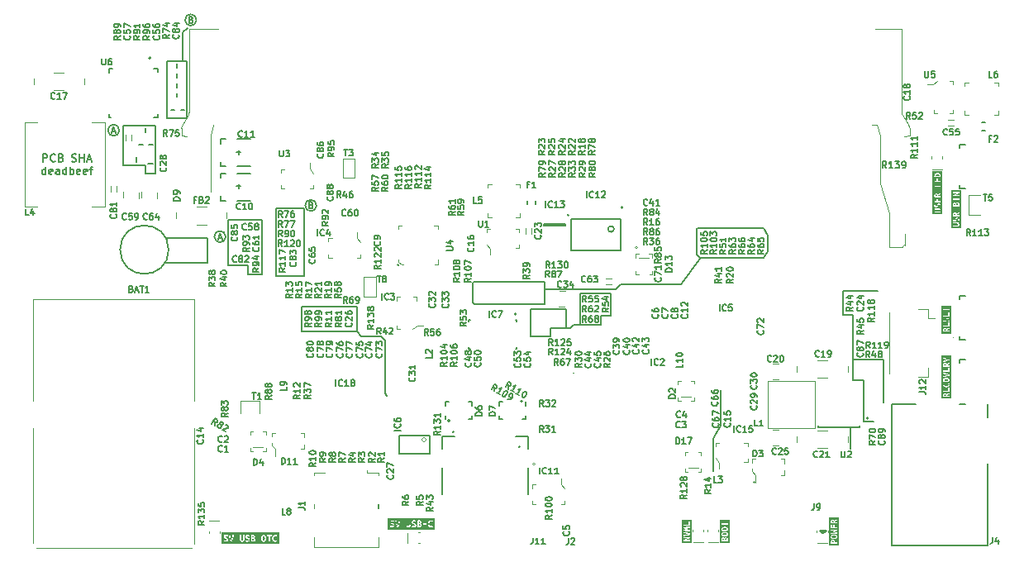
<source format=gbr>
G04 #@! TF.GenerationSoftware,KiCad,Pcbnew,7.0.1*
G04 #@! TF.CreationDate,2023-05-22T16:21:24+08:00*
G04 #@! TF.ProjectId,jetson-nano-baseboard,6a657473-6f6e-42d6-9e61-6e6f2d626173,1.6.1*
G04 #@! TF.SameCoordinates,Original*
G04 #@! TF.FileFunction,Legend,Top*
G04 #@! TF.FilePolarity,Positive*
%FSLAX46Y46*%
G04 Gerber Fmt 4.6, Leading zero omitted, Abs format (unit mm)*
G04 Created by KiCad (PCBNEW 7.0.1) date 2023-05-22 16:21:24*
%MOMM*%
%LPD*%
G01*
G04 APERTURE LIST*
%ADD10C,0.150000*%
%ADD11C,0.100000*%
%ADD12C,0.200000*%
%ADD13C,0.254000*%
%ADD14C,0.044720*%
%ADD15C,0.020615*%
%ADD16C,0.062500*%
%ADD17C,0.063500*%
%ADD18C,0.045000*%
%ADD19C,0.057010*%
%ADD20C,0.120000*%
%ADD21C,0.127000*%
G04 APERTURE END LIST*
D10*
X131521990Y-112046010D02*
X131521990Y-112034000D01*
X121194000Y-104866010D02*
X121334000Y-105006010D01*
X121334000Y-105006010D02*
X123451990Y-105006010D01*
X121194000Y-102836010D02*
X121324000Y-102706010D01*
X121324000Y-102706010D02*
X123451990Y-102706010D01*
D11*
X162102010Y-86656020D02*
X162602010Y-86656020D01*
X162602010Y-86656020D02*
X162952030Y-87756020D01*
X162952030Y-92640060D02*
X162952030Y-87756020D01*
X162952030Y-92640060D02*
X163823470Y-95677920D01*
X163823470Y-99196270D02*
X163823470Y-95677920D01*
X164323470Y-99196270D02*
X164323470Y-99193110D01*
X163823470Y-99196270D02*
X164323470Y-99196270D01*
X162402030Y-76806010D02*
X165152030Y-76806010D01*
X162402030Y-76806010D02*
X165152030Y-76806010D01*
X165152030Y-85368990D02*
X165152030Y-76806010D01*
X165152030Y-85368990D02*
X165152030Y-76806010D01*
X164323470Y-99193110D02*
X165230120Y-99193110D01*
X165430120Y-98993110D02*
X165430120Y-97778160D01*
X165221890Y-85623890D02*
X165882180Y-86738140D01*
X165221890Y-85623890D02*
X165882180Y-86738140D01*
X165952030Y-87756020D02*
X165952030Y-86993040D01*
X165952030Y-87756020D02*
X165952030Y-86993040D01*
X165405990Y-87806020D02*
X165952030Y-87756020D01*
X92151990Y-76806010D02*
X95152000Y-76806010D01*
X92151990Y-85368990D02*
X92151990Y-76806010D01*
X91421850Y-86738140D02*
X92082140Y-85623890D01*
X91351990Y-87756020D02*
X91351990Y-86993040D01*
X94351990Y-93487840D02*
X94351990Y-87756020D01*
X92151990Y-76806010D02*
X95152000Y-76806010D01*
X92151990Y-85368990D02*
X92151990Y-76806010D01*
X91421850Y-86738140D02*
X92082140Y-85623890D01*
X91351990Y-87756020D02*
X91351990Y-86993040D01*
X94351990Y-93487840D02*
X94351990Y-87756020D01*
X91351990Y-87756020D02*
X91906780Y-87806020D01*
X94351990Y-87756020D02*
X94602010Y-86656020D01*
X171968200Y-93879410D02*
X173218200Y-93879410D01*
X171968200Y-95879410D02*
X173218200Y-95879410D01*
X171968200Y-95879410D02*
X171968200Y-93879410D01*
D12*
X164157400Y-115230000D02*
X166557400Y-115230000D01*
X173957400Y-116630000D02*
X173957400Y-115230000D01*
X173957400Y-129730000D02*
X173957400Y-121330000D01*
X164157400Y-129730000D02*
X164157400Y-115230000D01*
X164157400Y-129730000D02*
X173957400Y-129730000D01*
X171074330Y-108648920D02*
X171074330Y-108308920D01*
X171074330Y-108648920D02*
X171674330Y-108648920D01*
X171074330Y-104143920D02*
X171674330Y-104143920D01*
X171074330Y-104483920D02*
X171074330Y-104143920D01*
X171074330Y-115226010D02*
X171674330Y-115226010D01*
X171074330Y-110721020D02*
X171674330Y-110721020D01*
X171074330Y-111061010D02*
X171074330Y-110721020D01*
X128465600Y-96960610D02*
X130665600Y-96960610D01*
X128465600Y-96760610D02*
X130665600Y-96760610D01*
X128465600Y-96960610D02*
X128465600Y-96760610D01*
X130665600Y-96960610D02*
X130665600Y-96760610D01*
X131257400Y-96327410D02*
X136357400Y-96327410D01*
X131257400Y-99527420D02*
X136357400Y-99527420D01*
X136357400Y-99527420D02*
X136357400Y-96327410D01*
X131257400Y-99527420D02*
X131257400Y-96327410D01*
X120801990Y-106806010D02*
X120801990Y-106656010D01*
X120801990Y-106656010D02*
X120951990Y-106656010D01*
X120801990Y-109556010D02*
X120801990Y-109406010D01*
X120801990Y-109556010D02*
X120951990Y-109556010D01*
X125551990Y-109556010D02*
X125701990Y-109556010D01*
X125701990Y-109556010D02*
X125701990Y-109406010D01*
X125701990Y-106806010D02*
X125701990Y-106656010D01*
X125551990Y-106656010D02*
X125701990Y-106656010D01*
X126251990Y-116781010D02*
X126626990Y-116781010D01*
X126626990Y-116781010D02*
X126626990Y-116406010D01*
X123876990Y-115406010D02*
X123876990Y-115031010D01*
X123876990Y-115031010D02*
X124251990Y-115031010D01*
X123876990Y-116781010D02*
X124251990Y-116781010D01*
X123876990Y-116781010D02*
X123876990Y-116406010D01*
X126626990Y-115406010D02*
X126626990Y-115031010D01*
X118376990Y-115406010D02*
X118376990Y-115031010D01*
X121126990Y-116781010D02*
X121126990Y-116406010D01*
X120751990Y-116781010D02*
X121126990Y-116781010D01*
X120751990Y-115031010D02*
X121126990Y-115031010D01*
X121126990Y-115406010D02*
X121126990Y-115031010D01*
X118376990Y-116781010D02*
X118376990Y-116406010D01*
X113690000Y-120315410D02*
X113690000Y-118465410D01*
X116790000Y-120315410D02*
X116790000Y-118465410D01*
X113690000Y-120315410D02*
X116790000Y-120315410D01*
X113690000Y-118465410D02*
X116790000Y-118465410D01*
X118089920Y-118565000D02*
X119359920Y-118565000D01*
X118089920Y-124525000D02*
X118089920Y-121785000D01*
X118089920Y-119805000D02*
X118089920Y-118565000D01*
X126829920Y-119805000D02*
X126829920Y-118565000D01*
X126829920Y-124525000D02*
X126829920Y-121785000D01*
X125559920Y-118565000D02*
X126829920Y-118565000D01*
D11*
X97374400Y-114930010D02*
X99374400Y-114930010D01*
X99374400Y-116180010D02*
X99374400Y-114930010D01*
X97374400Y-116180010D02*
X97374400Y-114930010D01*
D13*
X156732580Y-128224490D02*
X157332570Y-128224490D01*
X156732580Y-128224490D02*
X157032570Y-128424490D01*
X157032570Y-128424490D02*
X157332570Y-128224490D01*
D12*
X171074000Y-93138010D02*
X171074000Y-92798020D01*
X171074000Y-93138010D02*
X171674000Y-93138010D01*
X171074000Y-88633020D02*
X171674000Y-88633020D01*
X171074000Y-88973010D02*
X171074000Y-88633020D01*
D10*
X123451990Y-102706010D02*
X128524200Y-102706010D01*
X128524200Y-105006010D02*
X128524200Y-102706010D01*
X123451990Y-105006010D02*
X128524200Y-105006010D01*
X121194000Y-104866010D02*
X121194000Y-102836010D01*
D14*
X150113440Y-123286010D02*
G75*
G03*
X150113440Y-123286010I-89440J0D01*
G01*
D11*
X165230120Y-99193120D02*
G75*
G03*
X165430120Y-98993110I-20J200020D01*
G01*
X165952005Y-86993040D02*
G75*
G03*
X165882176Y-86738139I-500005J40D01*
G01*
X165952005Y-86993040D02*
G75*
G03*
X165882176Y-86738139I-500005J40D01*
G01*
X165152031Y-85368990D02*
G75*
G03*
X165221884Y-85623891I499969J-10D01*
G01*
X165152031Y-85368990D02*
G75*
G03*
X165221884Y-85623891I499969J-10D01*
G01*
X92082143Y-85623892D02*
G75*
G03*
X92151993Y-85368987I-430143J254892D01*
G01*
X91421821Y-86738129D02*
G75*
G03*
X91351987Y-86993043I430179J-254871D01*
G01*
X92082143Y-85623892D02*
G75*
G03*
X92151993Y-85368987I-430143J254892D01*
G01*
X91421821Y-86738129D02*
G75*
G03*
X91351987Y-86993043I430179J-254871D01*
G01*
D15*
X170433560Y-108430920D02*
G75*
G03*
X170433560Y-108430920I-41230J0D01*
G01*
D16*
X131090600Y-95910610D02*
G75*
G03*
X131090600Y-95910610I-125000J0D01*
G01*
X136607400Y-95077410D02*
G75*
G03*
X136607400Y-95077410I-125000J0D01*
G01*
D10*
X135657400Y-97327410D02*
G75*
G03*
X135657400Y-97327410I-300000J0D01*
G01*
D16*
X127619800Y-121397010D02*
G75*
G03*
X127619800Y-121397010I-125000J0D01*
G01*
D17*
X138074600Y-99236410D02*
G75*
G03*
X138074600Y-99236410I-127000J0D01*
G01*
D16*
X125676990Y-106006010D02*
G75*
G03*
X125676990Y-106006010I-125000J0D01*
G01*
D11*
X116400000Y-118900000D02*
G75*
G03*
X116400000Y-118900000I-200000J0D01*
G01*
D18*
X113648400Y-101006010D02*
G75*
G03*
X113648400Y-101006010I-90000J0D01*
G01*
D19*
X126086410Y-119635000D02*
G75*
G03*
X126086410Y-119635000I-114020J0D01*
G01*
X119286400Y-118135000D02*
G75*
G03*
X119286400Y-118135000I-114020J0D01*
G01*
D12*
X118376990Y-115031010D02*
X118751990Y-115031010D01*
D10*
X128533400Y-103531010D02*
X135858400Y-103531010D01*
X159100000Y-106100000D02*
X159100000Y-103700000D01*
X95883095Y-98100000D02*
G75*
G03*
X95883095Y-98100000I-583095J0D01*
G01*
X103900000Y-95200000D02*
X101000000Y-95200000D01*
X105183095Y-94900000D02*
G75*
G03*
X105183095Y-94900000I-583095J0D01*
G01*
X92883095Y-75900000D02*
G75*
G03*
X92883095Y-75900000I-583095J0D01*
G01*
X91900000Y-86000000D02*
X91900000Y-85300000D01*
X91500000Y-77200000D02*
X92000000Y-76700000D01*
X91900000Y-80100000D02*
X91900000Y-85300000D01*
X85400000Y-86700000D02*
X88700000Y-86700000D01*
X96100000Y-101000000D02*
X96100000Y-96400000D01*
X163300000Y-110700000D02*
X162700000Y-110700000D01*
X151026760Y-97192270D02*
X151426760Y-97952280D01*
X144260760Y-97192270D02*
X151026760Y-97192270D01*
X144100760Y-97352280D02*
X144260760Y-97192270D01*
X144100760Y-99930800D02*
X144100760Y-97352280D01*
X144100760Y-99930800D02*
X144482230Y-100312270D01*
X144482230Y-100312270D02*
X151026760Y-100312270D01*
X151026760Y-100312270D02*
X151426760Y-99606260D01*
X151426760Y-99606260D02*
X151426760Y-97952280D01*
X159850000Y-119850000D02*
X159850000Y-117600000D01*
X89900000Y-86000000D02*
X91700000Y-86000000D01*
X160100000Y-106100000D02*
X159100000Y-106100000D01*
X103900000Y-102100000D02*
X103900000Y-95200000D01*
X101000000Y-95200000D02*
X101000000Y-102100000D01*
X161200000Y-112800000D02*
X161200000Y-117050000D01*
X98200000Y-101000000D02*
X96100000Y-101000000D01*
X129150000Y-107450000D02*
X129150000Y-108350000D01*
X127100000Y-105500000D02*
X130750000Y-105500000D01*
X129150000Y-108350000D02*
X127100000Y-108350000D01*
X135350000Y-103900000D02*
X135350000Y-106200000D01*
X146600000Y-113800000D02*
X146600000Y-117500000D01*
X146600000Y-117500000D02*
X146000000Y-118500000D01*
X134350000Y-107100000D02*
X134350000Y-106200000D01*
X91300000Y-85100000D02*
X91600000Y-85100000D01*
X161200000Y-117050000D02*
X162250000Y-117050000D01*
X91500000Y-80100000D02*
X91500000Y-77200000D01*
X88700000Y-91600000D02*
X87700000Y-91600000D01*
X99600000Y-102000000D02*
X98200000Y-102000000D01*
X109800000Y-108300000D02*
X109300000Y-107800000D01*
X98200000Y-102000000D02*
X98200000Y-101000000D01*
X87700000Y-91600000D02*
X87700000Y-90800000D01*
X159850000Y-117600000D02*
X156550000Y-117600000D01*
X112200000Y-114200000D02*
X112400000Y-114400000D01*
X88700000Y-86700000D02*
X88700000Y-91600000D01*
X131500000Y-107100000D02*
X132200000Y-107100000D01*
X163300000Y-110750000D02*
X163300000Y-110700000D01*
X109300000Y-107800000D02*
X103700000Y-107800000D01*
X87950000Y-90625000D02*
X88450000Y-90625000D01*
X127100000Y-108350000D02*
X127100000Y-105500000D01*
X94050000Y-100800000D02*
X89650000Y-100800000D01*
X112200000Y-114200000D02*
X112200000Y-108700000D01*
X134350000Y-106200000D02*
X135350000Y-106200000D01*
X87650000Y-87000000D02*
X87650000Y-87400000D01*
X94050000Y-98200000D02*
X89750000Y-98200000D01*
X99600000Y-96400000D02*
X99600000Y-101800000D01*
X87700000Y-90800000D02*
X85400000Y-90800000D01*
X111800000Y-108300000D02*
X109800000Y-108300000D01*
X131150000Y-107450000D02*
X131500000Y-107100000D01*
X94050000Y-98200000D02*
X94050000Y-100800000D01*
X90300000Y-85100000D02*
X90600000Y-85100000D01*
X156550000Y-117600000D02*
X156550000Y-117450000D01*
X112200000Y-108700000D02*
X111800000Y-108300000D01*
X90900000Y-80400000D02*
X90900000Y-80800000D01*
X162700000Y-110700000D02*
X160100000Y-110700000D01*
X160100000Y-110700000D02*
X160100000Y-112800000D01*
X85400000Y-90800000D02*
X85400000Y-86700000D01*
X90032438Y-99432438D02*
G75*
G03*
X90032438Y-99432438I-2482438J0D01*
G01*
X101000000Y-102100000D02*
X103900000Y-102100000D01*
X160100000Y-112800000D02*
X161200000Y-112800000D01*
X103700000Y-107800000D02*
X103700000Y-105300000D01*
X142494000Y-103006010D02*
X144449800Y-100355400D01*
X87000000Y-88675000D02*
X87400000Y-88675000D01*
X136358400Y-103006010D02*
X142494000Y-103006010D01*
X90900000Y-81400000D02*
X90900000Y-81800000D01*
X91700000Y-86000000D02*
X91900000Y-86000000D01*
X132200000Y-103900000D02*
X135350000Y-103900000D01*
X146000000Y-118500000D02*
X145800000Y-118800000D01*
X145800000Y-118800000D02*
X145800000Y-122100000D01*
X91900000Y-80100000D02*
X89900000Y-80100000D01*
X160100000Y-110700000D02*
X160100000Y-106100000D01*
X88000000Y-88675000D02*
X88450000Y-88675000D01*
X130750000Y-107450000D02*
X131150000Y-107450000D01*
X130750000Y-105500000D02*
X130750000Y-107450000D01*
X103700000Y-105300000D02*
X109300000Y-105300000D01*
X160850000Y-117600000D02*
X160850000Y-117450000D01*
X132200000Y-107100000D02*
X132200000Y-103900000D01*
X99600000Y-101800000D02*
X99600000Y-102000000D01*
X130750000Y-107450000D02*
X129150000Y-107450000D01*
X109300000Y-105300000D02*
X109300000Y-107800000D01*
X159100000Y-103700000D02*
X162700000Y-103700000D01*
X90900000Y-82400000D02*
X90900000Y-82800000D01*
X91900000Y-76800000D02*
X92000000Y-76700000D01*
X96100000Y-96400000D02*
X99600000Y-96400000D01*
X132200000Y-107100000D02*
X134350000Y-107100000D01*
X89900000Y-80100000D02*
X89900000Y-86000000D01*
X84983095Y-87200000D02*
G75*
G03*
X84983095Y-87200000I-583095J0D01*
G01*
X163300000Y-115100000D02*
X163300000Y-110750000D01*
X135858400Y-103531010D02*
X136358400Y-103006010D01*
X90900000Y-83400000D02*
X90900000Y-83800000D01*
X86700000Y-89950000D02*
X86700000Y-90450000D01*
X159850000Y-117600000D02*
X160850000Y-117600000D01*
X95145238Y-98214988D02*
X95454762Y-98214988D01*
X95083333Y-98400702D02*
X95300000Y-97750702D01*
X95300000Y-97750702D02*
X95516667Y-98400702D01*
X104646428Y-94860226D02*
X104739285Y-94891178D01*
X104739285Y-94891178D02*
X104770238Y-94922130D01*
X104770238Y-94922130D02*
X104801190Y-94984035D01*
X104801190Y-94984035D02*
X104801190Y-95076892D01*
X104801190Y-95076892D02*
X104770238Y-95138797D01*
X104770238Y-95138797D02*
X104739285Y-95169750D01*
X104739285Y-95169750D02*
X104677380Y-95200702D01*
X104677380Y-95200702D02*
X104429761Y-95200702D01*
X104429761Y-95200702D02*
X104429761Y-94550702D01*
X104429761Y-94550702D02*
X104646428Y-94550702D01*
X104646428Y-94550702D02*
X104708333Y-94581654D01*
X104708333Y-94581654D02*
X104739285Y-94612607D01*
X104739285Y-94612607D02*
X104770238Y-94674511D01*
X104770238Y-94674511D02*
X104770238Y-94736416D01*
X104770238Y-94736416D02*
X104739285Y-94798321D01*
X104739285Y-94798321D02*
X104708333Y-94829273D01*
X104708333Y-94829273D02*
X104646428Y-94860226D01*
X104646428Y-94860226D02*
X104429761Y-94860226D01*
X92346428Y-75860226D02*
X92439285Y-75891178D01*
X92439285Y-75891178D02*
X92470238Y-75922130D01*
X92470238Y-75922130D02*
X92501190Y-75984035D01*
X92501190Y-75984035D02*
X92501190Y-76076892D01*
X92501190Y-76076892D02*
X92470238Y-76138797D01*
X92470238Y-76138797D02*
X92439285Y-76169750D01*
X92439285Y-76169750D02*
X92377380Y-76200702D01*
X92377380Y-76200702D02*
X92129761Y-76200702D01*
X92129761Y-76200702D02*
X92129761Y-75550702D01*
X92129761Y-75550702D02*
X92346428Y-75550702D01*
X92346428Y-75550702D02*
X92408333Y-75581654D01*
X92408333Y-75581654D02*
X92439285Y-75612607D01*
X92439285Y-75612607D02*
X92470238Y-75674511D01*
X92470238Y-75674511D02*
X92470238Y-75736416D01*
X92470238Y-75736416D02*
X92439285Y-75798321D01*
X92439285Y-75798321D02*
X92408333Y-75829273D01*
X92408333Y-75829273D02*
X92346428Y-75860226D01*
X92346428Y-75860226D02*
X92129761Y-75860226D01*
X77142857Y-90422095D02*
X77142857Y-89622095D01*
X77142857Y-89622095D02*
X77447619Y-89622095D01*
X77447619Y-89622095D02*
X77523809Y-89660190D01*
X77523809Y-89660190D02*
X77561904Y-89698285D01*
X77561904Y-89698285D02*
X77600000Y-89774476D01*
X77600000Y-89774476D02*
X77600000Y-89888761D01*
X77600000Y-89888761D02*
X77561904Y-89964952D01*
X77561904Y-89964952D02*
X77523809Y-90003047D01*
X77523809Y-90003047D02*
X77447619Y-90041142D01*
X77447619Y-90041142D02*
X77142857Y-90041142D01*
X78400000Y-90345904D02*
X78361904Y-90384000D01*
X78361904Y-90384000D02*
X78247619Y-90422095D01*
X78247619Y-90422095D02*
X78171428Y-90422095D01*
X78171428Y-90422095D02*
X78057142Y-90384000D01*
X78057142Y-90384000D02*
X77980952Y-90307809D01*
X77980952Y-90307809D02*
X77942857Y-90231619D01*
X77942857Y-90231619D02*
X77904761Y-90079238D01*
X77904761Y-90079238D02*
X77904761Y-89964952D01*
X77904761Y-89964952D02*
X77942857Y-89812571D01*
X77942857Y-89812571D02*
X77980952Y-89736380D01*
X77980952Y-89736380D02*
X78057142Y-89660190D01*
X78057142Y-89660190D02*
X78171428Y-89622095D01*
X78171428Y-89622095D02*
X78247619Y-89622095D01*
X78247619Y-89622095D02*
X78361904Y-89660190D01*
X78361904Y-89660190D02*
X78400000Y-89698285D01*
X79009523Y-90003047D02*
X79123809Y-90041142D01*
X79123809Y-90041142D02*
X79161904Y-90079238D01*
X79161904Y-90079238D02*
X79200000Y-90155428D01*
X79200000Y-90155428D02*
X79200000Y-90269714D01*
X79200000Y-90269714D02*
X79161904Y-90345904D01*
X79161904Y-90345904D02*
X79123809Y-90384000D01*
X79123809Y-90384000D02*
X79047619Y-90422095D01*
X79047619Y-90422095D02*
X78742857Y-90422095D01*
X78742857Y-90422095D02*
X78742857Y-89622095D01*
X78742857Y-89622095D02*
X79009523Y-89622095D01*
X79009523Y-89622095D02*
X79085714Y-89660190D01*
X79085714Y-89660190D02*
X79123809Y-89698285D01*
X79123809Y-89698285D02*
X79161904Y-89774476D01*
X79161904Y-89774476D02*
X79161904Y-89850666D01*
X79161904Y-89850666D02*
X79123809Y-89926857D01*
X79123809Y-89926857D02*
X79085714Y-89964952D01*
X79085714Y-89964952D02*
X79009523Y-90003047D01*
X79009523Y-90003047D02*
X78742857Y-90003047D01*
X80114285Y-90384000D02*
X80228571Y-90422095D01*
X80228571Y-90422095D02*
X80419047Y-90422095D01*
X80419047Y-90422095D02*
X80495238Y-90384000D01*
X80495238Y-90384000D02*
X80533333Y-90345904D01*
X80533333Y-90345904D02*
X80571428Y-90269714D01*
X80571428Y-90269714D02*
X80571428Y-90193523D01*
X80571428Y-90193523D02*
X80533333Y-90117333D01*
X80533333Y-90117333D02*
X80495238Y-90079238D01*
X80495238Y-90079238D02*
X80419047Y-90041142D01*
X80419047Y-90041142D02*
X80266666Y-90003047D01*
X80266666Y-90003047D02*
X80190476Y-89964952D01*
X80190476Y-89964952D02*
X80152381Y-89926857D01*
X80152381Y-89926857D02*
X80114285Y-89850666D01*
X80114285Y-89850666D02*
X80114285Y-89774476D01*
X80114285Y-89774476D02*
X80152381Y-89698285D01*
X80152381Y-89698285D02*
X80190476Y-89660190D01*
X80190476Y-89660190D02*
X80266666Y-89622095D01*
X80266666Y-89622095D02*
X80457143Y-89622095D01*
X80457143Y-89622095D02*
X80571428Y-89660190D01*
X80914286Y-90422095D02*
X80914286Y-89622095D01*
X80914286Y-90003047D02*
X81371429Y-90003047D01*
X81371429Y-90422095D02*
X81371429Y-89622095D01*
X81714285Y-90193523D02*
X82095238Y-90193523D01*
X81638095Y-90422095D02*
X81904762Y-89622095D01*
X81904762Y-89622095D02*
X82171428Y-90422095D01*
X77428571Y-91718095D02*
X77428571Y-90918095D01*
X77428571Y-91680000D02*
X77352380Y-91718095D01*
X77352380Y-91718095D02*
X77199999Y-91718095D01*
X77199999Y-91718095D02*
X77123809Y-91680000D01*
X77123809Y-91680000D02*
X77085714Y-91641904D01*
X77085714Y-91641904D02*
X77047618Y-91565714D01*
X77047618Y-91565714D02*
X77047618Y-91337142D01*
X77047618Y-91337142D02*
X77085714Y-91260952D01*
X77085714Y-91260952D02*
X77123809Y-91222857D01*
X77123809Y-91222857D02*
X77199999Y-91184761D01*
X77199999Y-91184761D02*
X77352380Y-91184761D01*
X77352380Y-91184761D02*
X77428571Y-91222857D01*
X78114286Y-91680000D02*
X78038095Y-91718095D01*
X78038095Y-91718095D02*
X77885714Y-91718095D01*
X77885714Y-91718095D02*
X77809524Y-91680000D01*
X77809524Y-91680000D02*
X77771428Y-91603809D01*
X77771428Y-91603809D02*
X77771428Y-91299047D01*
X77771428Y-91299047D02*
X77809524Y-91222857D01*
X77809524Y-91222857D02*
X77885714Y-91184761D01*
X77885714Y-91184761D02*
X78038095Y-91184761D01*
X78038095Y-91184761D02*
X78114286Y-91222857D01*
X78114286Y-91222857D02*
X78152381Y-91299047D01*
X78152381Y-91299047D02*
X78152381Y-91375238D01*
X78152381Y-91375238D02*
X77771428Y-91451428D01*
X78838095Y-91718095D02*
X78838095Y-91299047D01*
X78838095Y-91299047D02*
X78800000Y-91222857D01*
X78800000Y-91222857D02*
X78723809Y-91184761D01*
X78723809Y-91184761D02*
X78571428Y-91184761D01*
X78571428Y-91184761D02*
X78495238Y-91222857D01*
X78838095Y-91680000D02*
X78761904Y-91718095D01*
X78761904Y-91718095D02*
X78571428Y-91718095D01*
X78571428Y-91718095D02*
X78495238Y-91680000D01*
X78495238Y-91680000D02*
X78457142Y-91603809D01*
X78457142Y-91603809D02*
X78457142Y-91527619D01*
X78457142Y-91527619D02*
X78495238Y-91451428D01*
X78495238Y-91451428D02*
X78571428Y-91413333D01*
X78571428Y-91413333D02*
X78761904Y-91413333D01*
X78761904Y-91413333D02*
X78838095Y-91375238D01*
X79561905Y-91718095D02*
X79561905Y-90918095D01*
X79561905Y-91680000D02*
X79485714Y-91718095D01*
X79485714Y-91718095D02*
X79333333Y-91718095D01*
X79333333Y-91718095D02*
X79257143Y-91680000D01*
X79257143Y-91680000D02*
X79219048Y-91641904D01*
X79219048Y-91641904D02*
X79180952Y-91565714D01*
X79180952Y-91565714D02*
X79180952Y-91337142D01*
X79180952Y-91337142D02*
X79219048Y-91260952D01*
X79219048Y-91260952D02*
X79257143Y-91222857D01*
X79257143Y-91222857D02*
X79333333Y-91184761D01*
X79333333Y-91184761D02*
X79485714Y-91184761D01*
X79485714Y-91184761D02*
X79561905Y-91222857D01*
X79942858Y-91718095D02*
X79942858Y-90918095D01*
X79942858Y-91222857D02*
X80019048Y-91184761D01*
X80019048Y-91184761D02*
X80171429Y-91184761D01*
X80171429Y-91184761D02*
X80247620Y-91222857D01*
X80247620Y-91222857D02*
X80285715Y-91260952D01*
X80285715Y-91260952D02*
X80323810Y-91337142D01*
X80323810Y-91337142D02*
X80323810Y-91565714D01*
X80323810Y-91565714D02*
X80285715Y-91641904D01*
X80285715Y-91641904D02*
X80247620Y-91680000D01*
X80247620Y-91680000D02*
X80171429Y-91718095D01*
X80171429Y-91718095D02*
X80019048Y-91718095D01*
X80019048Y-91718095D02*
X79942858Y-91680000D01*
X80971430Y-91680000D02*
X80895239Y-91718095D01*
X80895239Y-91718095D02*
X80742858Y-91718095D01*
X80742858Y-91718095D02*
X80666668Y-91680000D01*
X80666668Y-91680000D02*
X80628572Y-91603809D01*
X80628572Y-91603809D02*
X80628572Y-91299047D01*
X80628572Y-91299047D02*
X80666668Y-91222857D01*
X80666668Y-91222857D02*
X80742858Y-91184761D01*
X80742858Y-91184761D02*
X80895239Y-91184761D01*
X80895239Y-91184761D02*
X80971430Y-91222857D01*
X80971430Y-91222857D02*
X81009525Y-91299047D01*
X81009525Y-91299047D02*
X81009525Y-91375238D01*
X81009525Y-91375238D02*
X80628572Y-91451428D01*
X81657144Y-91680000D02*
X81580953Y-91718095D01*
X81580953Y-91718095D02*
X81428572Y-91718095D01*
X81428572Y-91718095D02*
X81352382Y-91680000D01*
X81352382Y-91680000D02*
X81314286Y-91603809D01*
X81314286Y-91603809D02*
X81314286Y-91299047D01*
X81314286Y-91299047D02*
X81352382Y-91222857D01*
X81352382Y-91222857D02*
X81428572Y-91184761D01*
X81428572Y-91184761D02*
X81580953Y-91184761D01*
X81580953Y-91184761D02*
X81657144Y-91222857D01*
X81657144Y-91222857D02*
X81695239Y-91299047D01*
X81695239Y-91299047D02*
X81695239Y-91375238D01*
X81695239Y-91375238D02*
X81314286Y-91451428D01*
X81923810Y-91184761D02*
X82228572Y-91184761D01*
X82038096Y-91718095D02*
X82038096Y-91032380D01*
X82038096Y-91032380D02*
X82076191Y-90956190D01*
X82076191Y-90956190D02*
X82152381Y-90918095D01*
X82152381Y-90918095D02*
X82228572Y-90918095D01*
X84245238Y-87314988D02*
X84554762Y-87314988D01*
X84183333Y-87500702D02*
X84400000Y-86850702D01*
X84400000Y-86850702D02*
X84616667Y-87500702D01*
X117850702Y-118047381D02*
X117541178Y-118264048D01*
X117850702Y-118418810D02*
X117200702Y-118418810D01*
X117200702Y-118418810D02*
X117200702Y-118171191D01*
X117200702Y-118171191D02*
X117231654Y-118109286D01*
X117231654Y-118109286D02*
X117262607Y-118078333D01*
X117262607Y-118078333D02*
X117324511Y-118047381D01*
X117324511Y-118047381D02*
X117417369Y-118047381D01*
X117417369Y-118047381D02*
X117479273Y-118078333D01*
X117479273Y-118078333D02*
X117510226Y-118109286D01*
X117510226Y-118109286D02*
X117541178Y-118171191D01*
X117541178Y-118171191D02*
X117541178Y-118418810D01*
X117850702Y-117428333D02*
X117850702Y-117799762D01*
X117850702Y-117614048D02*
X117200702Y-117614048D01*
X117200702Y-117614048D02*
X117293559Y-117675952D01*
X117293559Y-117675952D02*
X117355464Y-117737857D01*
X117355464Y-117737857D02*
X117386416Y-117799762D01*
X117200702Y-117211666D02*
X117200702Y-116809285D01*
X117200702Y-116809285D02*
X117448321Y-117025952D01*
X117448321Y-117025952D02*
X117448321Y-116933095D01*
X117448321Y-116933095D02*
X117479273Y-116871190D01*
X117479273Y-116871190D02*
X117510226Y-116840238D01*
X117510226Y-116840238D02*
X117572130Y-116809285D01*
X117572130Y-116809285D02*
X117726892Y-116809285D01*
X117726892Y-116809285D02*
X117788797Y-116840238D01*
X117788797Y-116840238D02*
X117819750Y-116871190D01*
X117819750Y-116871190D02*
X117850702Y-116933095D01*
X117850702Y-116933095D02*
X117850702Y-117118809D01*
X117850702Y-117118809D02*
X117819750Y-117180714D01*
X117819750Y-117180714D02*
X117788797Y-117211666D01*
X117850702Y-116190237D02*
X117850702Y-116561666D01*
X117850702Y-116375952D02*
X117200702Y-116375952D01*
X117200702Y-116375952D02*
X117293559Y-116437856D01*
X117293559Y-116437856D02*
X117355464Y-116499761D01*
X117355464Y-116499761D02*
X117386416Y-116561666D01*
X142675702Y-111167857D02*
X142675702Y-111477381D01*
X142675702Y-111477381D02*
X142025702Y-111477381D01*
X142675702Y-110610714D02*
X142675702Y-110982143D01*
X142675702Y-110796429D02*
X142025702Y-110796429D01*
X142025702Y-110796429D02*
X142118559Y-110858333D01*
X142118559Y-110858333D02*
X142180464Y-110920238D01*
X142180464Y-110920238D02*
X142211416Y-110982143D01*
X142025702Y-110208333D02*
X142025702Y-110146428D01*
X142025702Y-110146428D02*
X142056654Y-110084524D01*
X142056654Y-110084524D02*
X142087607Y-110053571D01*
X142087607Y-110053571D02*
X142149511Y-110022619D01*
X142149511Y-110022619D02*
X142273321Y-109991666D01*
X142273321Y-109991666D02*
X142428083Y-109991666D01*
X142428083Y-109991666D02*
X142551892Y-110022619D01*
X142551892Y-110022619D02*
X142613797Y-110053571D01*
X142613797Y-110053571D02*
X142644750Y-110084524D01*
X142644750Y-110084524D02*
X142675702Y-110146428D01*
X142675702Y-110146428D02*
X142675702Y-110208333D01*
X142675702Y-110208333D02*
X142644750Y-110270238D01*
X142644750Y-110270238D02*
X142613797Y-110301190D01*
X142613797Y-110301190D02*
X142551892Y-110332143D01*
X142551892Y-110332143D02*
X142428083Y-110363095D01*
X142428083Y-110363095D02*
X142273321Y-110363095D01*
X142273321Y-110363095D02*
X142149511Y-110332143D01*
X142149511Y-110332143D02*
X142087607Y-110301190D01*
X142087607Y-110301190D02*
X142056654Y-110270238D01*
X142056654Y-110270238D02*
X142025702Y-110208333D01*
X102100702Y-113508333D02*
X102100702Y-113817857D01*
X102100702Y-113817857D02*
X101450702Y-113817857D01*
X102100702Y-113260714D02*
X102100702Y-113136905D01*
X102100702Y-113136905D02*
X102069750Y-113075000D01*
X102069750Y-113075000D02*
X102038797Y-113044048D01*
X102038797Y-113044048D02*
X101945940Y-112982143D01*
X101945940Y-112982143D02*
X101822130Y-112951190D01*
X101822130Y-112951190D02*
X101574511Y-112951190D01*
X101574511Y-112951190D02*
X101512607Y-112982143D01*
X101512607Y-112982143D02*
X101481654Y-113013095D01*
X101481654Y-113013095D02*
X101450702Y-113075000D01*
X101450702Y-113075000D02*
X101450702Y-113198809D01*
X101450702Y-113198809D02*
X101481654Y-113260714D01*
X101481654Y-113260714D02*
X101512607Y-113291667D01*
X101512607Y-113291667D02*
X101574511Y-113322619D01*
X101574511Y-113322619D02*
X101729273Y-113322619D01*
X101729273Y-113322619D02*
X101791178Y-113291667D01*
X101791178Y-113291667D02*
X101822130Y-113260714D01*
X101822130Y-113260714D02*
X101853083Y-113198809D01*
X101853083Y-113198809D02*
X101853083Y-113075000D01*
X101853083Y-113075000D02*
X101822130Y-113013095D01*
X101822130Y-113013095D02*
X101791178Y-112982143D01*
X101791178Y-112982143D02*
X101729273Y-112951190D01*
X101993266Y-126573292D02*
X101683742Y-126573292D01*
X101683742Y-126573292D02*
X101683742Y-125923292D01*
X102302790Y-126201863D02*
X102240885Y-126170911D01*
X102240885Y-126170911D02*
X102209932Y-126139959D01*
X102209932Y-126139959D02*
X102178980Y-126078054D01*
X102178980Y-126078054D02*
X102178980Y-126047101D01*
X102178980Y-126047101D02*
X102209932Y-125985197D01*
X102209932Y-125985197D02*
X102240885Y-125954244D01*
X102240885Y-125954244D02*
X102302790Y-125923292D01*
X102302790Y-125923292D02*
X102426599Y-125923292D01*
X102426599Y-125923292D02*
X102488504Y-125954244D01*
X102488504Y-125954244D02*
X102519456Y-125985197D01*
X102519456Y-125985197D02*
X102550409Y-126047101D01*
X102550409Y-126047101D02*
X102550409Y-126078054D01*
X102550409Y-126078054D02*
X102519456Y-126139959D01*
X102519456Y-126139959D02*
X102488504Y-126170911D01*
X102488504Y-126170911D02*
X102426599Y-126201863D01*
X102426599Y-126201863D02*
X102302790Y-126201863D01*
X102302790Y-126201863D02*
X102240885Y-126232816D01*
X102240885Y-126232816D02*
X102209932Y-126263768D01*
X102209932Y-126263768D02*
X102178980Y-126325673D01*
X102178980Y-126325673D02*
X102178980Y-126449482D01*
X102178980Y-126449482D02*
X102209932Y-126511387D01*
X102209932Y-126511387D02*
X102240885Y-126542340D01*
X102240885Y-126542340D02*
X102302790Y-126573292D01*
X102302790Y-126573292D02*
X102426599Y-126573292D01*
X102426599Y-126573292D02*
X102488504Y-126542340D01*
X102488504Y-126542340D02*
X102519456Y-126511387D01*
X102519456Y-126511387D02*
X102550409Y-126449482D01*
X102550409Y-126449482D02*
X102550409Y-126325673D01*
X102550409Y-126325673D02*
X102519456Y-126263768D01*
X102519456Y-126263768D02*
X102488504Y-126232816D01*
X102488504Y-126232816D02*
X102426599Y-126201863D01*
X86210714Y-103460226D02*
X86303571Y-103491178D01*
X86303571Y-103491178D02*
X86334524Y-103522130D01*
X86334524Y-103522130D02*
X86365476Y-103584035D01*
X86365476Y-103584035D02*
X86365476Y-103676892D01*
X86365476Y-103676892D02*
X86334524Y-103738797D01*
X86334524Y-103738797D02*
X86303571Y-103769750D01*
X86303571Y-103769750D02*
X86241666Y-103800702D01*
X86241666Y-103800702D02*
X85994047Y-103800702D01*
X85994047Y-103800702D02*
X85994047Y-103150702D01*
X85994047Y-103150702D02*
X86210714Y-103150702D01*
X86210714Y-103150702D02*
X86272619Y-103181654D01*
X86272619Y-103181654D02*
X86303571Y-103212607D01*
X86303571Y-103212607D02*
X86334524Y-103274511D01*
X86334524Y-103274511D02*
X86334524Y-103336416D01*
X86334524Y-103336416D02*
X86303571Y-103398321D01*
X86303571Y-103398321D02*
X86272619Y-103429273D01*
X86272619Y-103429273D02*
X86210714Y-103460226D01*
X86210714Y-103460226D02*
X85994047Y-103460226D01*
X86613095Y-103614988D02*
X86922619Y-103614988D01*
X86551190Y-103800702D02*
X86767857Y-103150702D01*
X86767857Y-103150702D02*
X86984524Y-103800702D01*
X87108333Y-103150702D02*
X87479762Y-103150702D01*
X87294048Y-103800702D02*
X87294048Y-103150702D01*
X88036905Y-103800702D02*
X87665476Y-103800702D01*
X87851190Y-103800702D02*
X87851190Y-103150702D01*
X87851190Y-103150702D02*
X87789286Y-103243559D01*
X87789286Y-103243559D02*
X87727381Y-103305464D01*
X87727381Y-103305464D02*
X87665476Y-103336416D01*
X142421666Y-117603797D02*
X142390714Y-117634750D01*
X142390714Y-117634750D02*
X142297856Y-117665702D01*
X142297856Y-117665702D02*
X142235952Y-117665702D01*
X142235952Y-117665702D02*
X142143095Y-117634750D01*
X142143095Y-117634750D02*
X142081190Y-117572845D01*
X142081190Y-117572845D02*
X142050237Y-117510940D01*
X142050237Y-117510940D02*
X142019285Y-117387130D01*
X142019285Y-117387130D02*
X142019285Y-117294273D01*
X142019285Y-117294273D02*
X142050237Y-117170464D01*
X142050237Y-117170464D02*
X142081190Y-117108559D01*
X142081190Y-117108559D02*
X142143095Y-117046654D01*
X142143095Y-117046654D02*
X142235952Y-117015702D01*
X142235952Y-117015702D02*
X142297856Y-117015702D01*
X142297856Y-117015702D02*
X142390714Y-117046654D01*
X142390714Y-117046654D02*
X142421666Y-117077607D01*
X142638333Y-117015702D02*
X143040714Y-117015702D01*
X143040714Y-117015702D02*
X142824047Y-117263321D01*
X142824047Y-117263321D02*
X142916904Y-117263321D01*
X142916904Y-117263321D02*
X142978809Y-117294273D01*
X142978809Y-117294273D02*
X143009761Y-117325226D01*
X143009761Y-117325226D02*
X143040714Y-117387130D01*
X143040714Y-117387130D02*
X143040714Y-117541892D01*
X143040714Y-117541892D02*
X143009761Y-117603797D01*
X143009761Y-117603797D02*
X142978809Y-117634750D01*
X142978809Y-117634750D02*
X142916904Y-117665702D01*
X142916904Y-117665702D02*
X142731190Y-117665702D01*
X142731190Y-117665702D02*
X142669285Y-117634750D01*
X142669285Y-117634750D02*
X142638333Y-117603797D01*
X142456666Y-116563797D02*
X142425714Y-116594750D01*
X142425714Y-116594750D02*
X142332856Y-116625702D01*
X142332856Y-116625702D02*
X142270952Y-116625702D01*
X142270952Y-116625702D02*
X142178095Y-116594750D01*
X142178095Y-116594750D02*
X142116190Y-116532845D01*
X142116190Y-116532845D02*
X142085237Y-116470940D01*
X142085237Y-116470940D02*
X142054285Y-116347130D01*
X142054285Y-116347130D02*
X142054285Y-116254273D01*
X142054285Y-116254273D02*
X142085237Y-116130464D01*
X142085237Y-116130464D02*
X142116190Y-116068559D01*
X142116190Y-116068559D02*
X142178095Y-116006654D01*
X142178095Y-116006654D02*
X142270952Y-115975702D01*
X142270952Y-115975702D02*
X142332856Y-115975702D01*
X142332856Y-115975702D02*
X142425714Y-116006654D01*
X142425714Y-116006654D02*
X142456666Y-116037607D01*
X143013809Y-116192369D02*
X143013809Y-116625702D01*
X142859047Y-115944750D02*
X142704285Y-116409035D01*
X142704285Y-116409035D02*
X143106666Y-116409035D01*
X131038797Y-128308333D02*
X131069750Y-128339285D01*
X131069750Y-128339285D02*
X131100702Y-128432143D01*
X131100702Y-128432143D02*
X131100702Y-128494047D01*
X131100702Y-128494047D02*
X131069750Y-128586904D01*
X131069750Y-128586904D02*
X131007845Y-128648809D01*
X131007845Y-128648809D02*
X130945940Y-128679762D01*
X130945940Y-128679762D02*
X130822130Y-128710714D01*
X130822130Y-128710714D02*
X130729273Y-128710714D01*
X130729273Y-128710714D02*
X130605464Y-128679762D01*
X130605464Y-128679762D02*
X130543559Y-128648809D01*
X130543559Y-128648809D02*
X130481654Y-128586904D01*
X130481654Y-128586904D02*
X130450702Y-128494047D01*
X130450702Y-128494047D02*
X130450702Y-128432143D01*
X130450702Y-128432143D02*
X130481654Y-128339285D01*
X130481654Y-128339285D02*
X130512607Y-128308333D01*
X130450702Y-127720238D02*
X130450702Y-128029762D01*
X130450702Y-128029762D02*
X130760226Y-128060714D01*
X130760226Y-128060714D02*
X130729273Y-128029762D01*
X130729273Y-128029762D02*
X130698321Y-127967857D01*
X130698321Y-127967857D02*
X130698321Y-127813095D01*
X130698321Y-127813095D02*
X130729273Y-127751190D01*
X130729273Y-127751190D02*
X130760226Y-127720238D01*
X130760226Y-127720238D02*
X130822130Y-127689285D01*
X130822130Y-127689285D02*
X130976892Y-127689285D01*
X130976892Y-127689285D02*
X131038797Y-127720238D01*
X131038797Y-127720238D02*
X131069750Y-127751190D01*
X131069750Y-127751190D02*
X131100702Y-127813095D01*
X131100702Y-127813095D02*
X131100702Y-127967857D01*
X131100702Y-127967857D02*
X131069750Y-128029762D01*
X131069750Y-128029762D02*
X131038797Y-128060714D01*
X140147331Y-106042856D02*
X140178284Y-106073808D01*
X140178284Y-106073808D02*
X140209236Y-106166666D01*
X140209236Y-106166666D02*
X140209236Y-106228570D01*
X140209236Y-106228570D02*
X140178284Y-106321427D01*
X140178284Y-106321427D02*
X140116379Y-106383332D01*
X140116379Y-106383332D02*
X140054474Y-106414285D01*
X140054474Y-106414285D02*
X139930664Y-106445237D01*
X139930664Y-106445237D02*
X139837807Y-106445237D01*
X139837807Y-106445237D02*
X139713998Y-106414285D01*
X139713998Y-106414285D02*
X139652093Y-106383332D01*
X139652093Y-106383332D02*
X139590188Y-106321427D01*
X139590188Y-106321427D02*
X139559236Y-106228570D01*
X139559236Y-106228570D02*
X139559236Y-106166666D01*
X139559236Y-106166666D02*
X139590188Y-106073808D01*
X139590188Y-106073808D02*
X139621141Y-106042856D01*
X139559236Y-105485713D02*
X139559236Y-105609523D01*
X139559236Y-105609523D02*
X139590188Y-105671427D01*
X139590188Y-105671427D02*
X139621141Y-105702380D01*
X139621141Y-105702380D02*
X139713998Y-105764285D01*
X139713998Y-105764285D02*
X139837807Y-105795237D01*
X139837807Y-105795237D02*
X140085426Y-105795237D01*
X140085426Y-105795237D02*
X140147331Y-105764285D01*
X140147331Y-105764285D02*
X140178284Y-105733332D01*
X140178284Y-105733332D02*
X140209236Y-105671427D01*
X140209236Y-105671427D02*
X140209236Y-105547618D01*
X140209236Y-105547618D02*
X140178284Y-105485713D01*
X140178284Y-105485713D02*
X140147331Y-105454761D01*
X140147331Y-105454761D02*
X140085426Y-105423808D01*
X140085426Y-105423808D02*
X139930664Y-105423808D01*
X139930664Y-105423808D02*
X139868760Y-105454761D01*
X139868760Y-105454761D02*
X139837807Y-105485713D01*
X139837807Y-105485713D02*
X139806855Y-105547618D01*
X139806855Y-105547618D02*
X139806855Y-105671427D01*
X139806855Y-105671427D02*
X139837807Y-105733332D01*
X139837807Y-105733332D02*
X139868760Y-105764285D01*
X139868760Y-105764285D02*
X139930664Y-105795237D01*
X141151477Y-106042856D02*
X141182430Y-106073808D01*
X141182430Y-106073808D02*
X141213382Y-106166666D01*
X141213382Y-106166666D02*
X141213382Y-106228570D01*
X141213382Y-106228570D02*
X141182430Y-106321427D01*
X141182430Y-106321427D02*
X141120525Y-106383332D01*
X141120525Y-106383332D02*
X141058620Y-106414285D01*
X141058620Y-106414285D02*
X140934810Y-106445237D01*
X140934810Y-106445237D02*
X140841953Y-106445237D01*
X140841953Y-106445237D02*
X140718144Y-106414285D01*
X140718144Y-106414285D02*
X140656239Y-106383332D01*
X140656239Y-106383332D02*
X140594334Y-106321427D01*
X140594334Y-106321427D02*
X140563382Y-106228570D01*
X140563382Y-106228570D02*
X140563382Y-106166666D01*
X140563382Y-106166666D02*
X140594334Y-106073808D01*
X140594334Y-106073808D02*
X140625287Y-106042856D01*
X140563382Y-105826189D02*
X140563382Y-105392856D01*
X140563382Y-105392856D02*
X141213382Y-105671427D01*
X142138797Y-106058333D02*
X142169750Y-106089285D01*
X142169750Y-106089285D02*
X142200702Y-106182143D01*
X142200702Y-106182143D02*
X142200702Y-106244047D01*
X142200702Y-106244047D02*
X142169750Y-106336904D01*
X142169750Y-106336904D02*
X142107845Y-106398809D01*
X142107845Y-106398809D02*
X142045940Y-106429762D01*
X142045940Y-106429762D02*
X141922130Y-106460714D01*
X141922130Y-106460714D02*
X141829273Y-106460714D01*
X141829273Y-106460714D02*
X141705464Y-106429762D01*
X141705464Y-106429762D02*
X141643559Y-106398809D01*
X141643559Y-106398809D02*
X141581654Y-106336904D01*
X141581654Y-106336904D02*
X141550702Y-106244047D01*
X141550702Y-106244047D02*
X141550702Y-106182143D01*
X141550702Y-106182143D02*
X141581654Y-106089285D01*
X141581654Y-106089285D02*
X141612607Y-106058333D01*
X141829273Y-105686904D02*
X141798321Y-105748809D01*
X141798321Y-105748809D02*
X141767369Y-105779762D01*
X141767369Y-105779762D02*
X141705464Y-105810714D01*
X141705464Y-105810714D02*
X141674511Y-105810714D01*
X141674511Y-105810714D02*
X141612607Y-105779762D01*
X141612607Y-105779762D02*
X141581654Y-105748809D01*
X141581654Y-105748809D02*
X141550702Y-105686904D01*
X141550702Y-105686904D02*
X141550702Y-105563095D01*
X141550702Y-105563095D02*
X141581654Y-105501190D01*
X141581654Y-105501190D02*
X141612607Y-105470238D01*
X141612607Y-105470238D02*
X141674511Y-105439285D01*
X141674511Y-105439285D02*
X141705464Y-105439285D01*
X141705464Y-105439285D02*
X141767369Y-105470238D01*
X141767369Y-105470238D02*
X141798321Y-105501190D01*
X141798321Y-105501190D02*
X141829273Y-105563095D01*
X141829273Y-105563095D02*
X141829273Y-105686904D01*
X141829273Y-105686904D02*
X141860226Y-105748809D01*
X141860226Y-105748809D02*
X141891178Y-105779762D01*
X141891178Y-105779762D02*
X141953083Y-105810714D01*
X141953083Y-105810714D02*
X142076892Y-105810714D01*
X142076892Y-105810714D02*
X142138797Y-105779762D01*
X142138797Y-105779762D02*
X142169750Y-105748809D01*
X142169750Y-105748809D02*
X142200702Y-105686904D01*
X142200702Y-105686904D02*
X142200702Y-105563095D01*
X142200702Y-105563095D02*
X142169750Y-105501190D01*
X142169750Y-105501190D02*
X142138797Y-105470238D01*
X142138797Y-105470238D02*
X142076892Y-105439285D01*
X142076892Y-105439285D02*
X141953083Y-105439285D01*
X141953083Y-105439285D02*
X141891178Y-105470238D01*
X141891178Y-105470238D02*
X141860226Y-105501190D01*
X141860226Y-105501190D02*
X141829273Y-105563095D01*
X143134951Y-106058334D02*
X143165904Y-106089286D01*
X143165904Y-106089286D02*
X143196856Y-106182144D01*
X143196856Y-106182144D02*
X143196856Y-106244048D01*
X143196856Y-106244048D02*
X143165904Y-106336905D01*
X143165904Y-106336905D02*
X143103999Y-106398810D01*
X143103999Y-106398810D02*
X143042094Y-106429763D01*
X143042094Y-106429763D02*
X142918284Y-106460715D01*
X142918284Y-106460715D02*
X142825427Y-106460715D01*
X142825427Y-106460715D02*
X142701618Y-106429763D01*
X142701618Y-106429763D02*
X142639713Y-106398810D01*
X142639713Y-106398810D02*
X142577808Y-106336905D01*
X142577808Y-106336905D02*
X142546856Y-106244048D01*
X142546856Y-106244048D02*
X142546856Y-106182144D01*
X142546856Y-106182144D02*
X142577808Y-106089286D01*
X142577808Y-106089286D02*
X142608761Y-106058334D01*
X143196856Y-105439286D02*
X143196856Y-105810715D01*
X143196856Y-105625001D02*
X142546856Y-105625001D01*
X142546856Y-105625001D02*
X142639713Y-105686905D01*
X142639713Y-105686905D02*
X142701618Y-105748810D01*
X142701618Y-105748810D02*
X142732570Y-105810715D01*
X142608761Y-105191667D02*
X142577808Y-105160715D01*
X142577808Y-105160715D02*
X142546856Y-105098810D01*
X142546856Y-105098810D02*
X142546856Y-104944048D01*
X142546856Y-104944048D02*
X142577808Y-104882143D01*
X142577808Y-104882143D02*
X142608761Y-104851191D01*
X142608761Y-104851191D02*
X142670665Y-104820238D01*
X142670665Y-104820238D02*
X142732570Y-104820238D01*
X142732570Y-104820238D02*
X142825427Y-104851191D01*
X142825427Y-104851191D02*
X143196856Y-105222619D01*
X143196856Y-105222619D02*
X143196856Y-104820238D01*
X93529197Y-118913247D02*
X93560150Y-118944199D01*
X93560150Y-118944199D02*
X93591102Y-119037057D01*
X93591102Y-119037057D02*
X93591102Y-119098961D01*
X93591102Y-119098961D02*
X93560150Y-119191818D01*
X93560150Y-119191818D02*
X93498245Y-119253723D01*
X93498245Y-119253723D02*
X93436340Y-119284676D01*
X93436340Y-119284676D02*
X93312530Y-119315628D01*
X93312530Y-119315628D02*
X93219673Y-119315628D01*
X93219673Y-119315628D02*
X93095864Y-119284676D01*
X93095864Y-119284676D02*
X93033959Y-119253723D01*
X93033959Y-119253723D02*
X92972054Y-119191818D01*
X92972054Y-119191818D02*
X92941102Y-119098961D01*
X92941102Y-119098961D02*
X92941102Y-119037057D01*
X92941102Y-119037057D02*
X92972054Y-118944199D01*
X92972054Y-118944199D02*
X93003007Y-118913247D01*
X93591102Y-118294199D02*
X93591102Y-118665628D01*
X93591102Y-118479914D02*
X92941102Y-118479914D01*
X92941102Y-118479914D02*
X93033959Y-118541818D01*
X93033959Y-118541818D02*
X93095864Y-118603723D01*
X93095864Y-118603723D02*
X93126816Y-118665628D01*
X93157769Y-117737056D02*
X93591102Y-117737056D01*
X92910150Y-117891818D02*
X93374435Y-118046580D01*
X93374435Y-118046580D02*
X93374435Y-117644199D01*
X108738797Y-106932857D02*
X108769750Y-106963809D01*
X108769750Y-106963809D02*
X108800702Y-107056667D01*
X108800702Y-107056667D02*
X108800702Y-107118571D01*
X108800702Y-107118571D02*
X108769750Y-107211428D01*
X108769750Y-107211428D02*
X108707845Y-107273333D01*
X108707845Y-107273333D02*
X108645940Y-107304286D01*
X108645940Y-107304286D02*
X108522130Y-107335238D01*
X108522130Y-107335238D02*
X108429273Y-107335238D01*
X108429273Y-107335238D02*
X108305464Y-107304286D01*
X108305464Y-107304286D02*
X108243559Y-107273333D01*
X108243559Y-107273333D02*
X108181654Y-107211428D01*
X108181654Y-107211428D02*
X108150702Y-107118571D01*
X108150702Y-107118571D02*
X108150702Y-107056667D01*
X108150702Y-107056667D02*
X108181654Y-106963809D01*
X108181654Y-106963809D02*
X108212607Y-106932857D01*
X108212607Y-106685238D02*
X108181654Y-106654286D01*
X108181654Y-106654286D02*
X108150702Y-106592381D01*
X108150702Y-106592381D02*
X108150702Y-106437619D01*
X108150702Y-106437619D02*
X108181654Y-106375714D01*
X108181654Y-106375714D02*
X108212607Y-106344762D01*
X108212607Y-106344762D02*
X108274511Y-106313809D01*
X108274511Y-106313809D02*
X108336416Y-106313809D01*
X108336416Y-106313809D02*
X108429273Y-106344762D01*
X108429273Y-106344762D02*
X108800702Y-106716190D01*
X108800702Y-106716190D02*
X108800702Y-106313809D01*
X108150702Y-105756666D02*
X108150702Y-105880476D01*
X108150702Y-105880476D02*
X108181654Y-105942380D01*
X108181654Y-105942380D02*
X108212607Y-105973333D01*
X108212607Y-105973333D02*
X108305464Y-106035238D01*
X108305464Y-106035238D02*
X108429273Y-106066190D01*
X108429273Y-106066190D02*
X108676892Y-106066190D01*
X108676892Y-106066190D02*
X108738797Y-106035238D01*
X108738797Y-106035238D02*
X108769750Y-106004285D01*
X108769750Y-106004285D02*
X108800702Y-105942380D01*
X108800702Y-105942380D02*
X108800702Y-105818571D01*
X108800702Y-105818571D02*
X108769750Y-105756666D01*
X108769750Y-105756666D02*
X108738797Y-105725714D01*
X108738797Y-105725714D02*
X108676892Y-105694761D01*
X108676892Y-105694761D02*
X108522130Y-105694761D01*
X108522130Y-105694761D02*
X108460226Y-105725714D01*
X108460226Y-105725714D02*
X108429273Y-105756666D01*
X108429273Y-105756666D02*
X108398321Y-105818571D01*
X108398321Y-105818571D02*
X108398321Y-105942380D01*
X108398321Y-105942380D02*
X108429273Y-106004285D01*
X108429273Y-106004285D02*
X108460226Y-106035238D01*
X108460226Y-106035238D02*
X108522130Y-106066190D01*
X113010397Y-122523867D02*
X113041350Y-122554819D01*
X113041350Y-122554819D02*
X113072302Y-122647677D01*
X113072302Y-122647677D02*
X113072302Y-122709581D01*
X113072302Y-122709581D02*
X113041350Y-122802438D01*
X113041350Y-122802438D02*
X112979445Y-122864343D01*
X112979445Y-122864343D02*
X112917540Y-122895296D01*
X112917540Y-122895296D02*
X112793730Y-122926248D01*
X112793730Y-122926248D02*
X112700873Y-122926248D01*
X112700873Y-122926248D02*
X112577064Y-122895296D01*
X112577064Y-122895296D02*
X112515159Y-122864343D01*
X112515159Y-122864343D02*
X112453254Y-122802438D01*
X112453254Y-122802438D02*
X112422302Y-122709581D01*
X112422302Y-122709581D02*
X112422302Y-122647677D01*
X112422302Y-122647677D02*
X112453254Y-122554819D01*
X112453254Y-122554819D02*
X112484207Y-122523867D01*
X112484207Y-122276248D02*
X112453254Y-122245296D01*
X112453254Y-122245296D02*
X112422302Y-122183391D01*
X112422302Y-122183391D02*
X112422302Y-122028629D01*
X112422302Y-122028629D02*
X112453254Y-121966724D01*
X112453254Y-121966724D02*
X112484207Y-121935772D01*
X112484207Y-121935772D02*
X112546111Y-121904819D01*
X112546111Y-121904819D02*
X112608016Y-121904819D01*
X112608016Y-121904819D02*
X112700873Y-121935772D01*
X112700873Y-121935772D02*
X113072302Y-122307200D01*
X113072302Y-122307200D02*
X113072302Y-121904819D01*
X112422302Y-121688152D02*
X112422302Y-121254819D01*
X112422302Y-121254819D02*
X113072302Y-121533390D01*
X115238797Y-112517857D02*
X115269750Y-112548809D01*
X115269750Y-112548809D02*
X115300702Y-112641667D01*
X115300702Y-112641667D02*
X115300702Y-112703571D01*
X115300702Y-112703571D02*
X115269750Y-112796428D01*
X115269750Y-112796428D02*
X115207845Y-112858333D01*
X115207845Y-112858333D02*
X115145940Y-112889286D01*
X115145940Y-112889286D02*
X115022130Y-112920238D01*
X115022130Y-112920238D02*
X114929273Y-112920238D01*
X114929273Y-112920238D02*
X114805464Y-112889286D01*
X114805464Y-112889286D02*
X114743559Y-112858333D01*
X114743559Y-112858333D02*
X114681654Y-112796428D01*
X114681654Y-112796428D02*
X114650702Y-112703571D01*
X114650702Y-112703571D02*
X114650702Y-112641667D01*
X114650702Y-112641667D02*
X114681654Y-112548809D01*
X114681654Y-112548809D02*
X114712607Y-112517857D01*
X114650702Y-112301190D02*
X114650702Y-111898809D01*
X114650702Y-111898809D02*
X114898321Y-112115476D01*
X114898321Y-112115476D02*
X114898321Y-112022619D01*
X114898321Y-112022619D02*
X114929273Y-111960714D01*
X114929273Y-111960714D02*
X114960226Y-111929762D01*
X114960226Y-111929762D02*
X115022130Y-111898809D01*
X115022130Y-111898809D02*
X115176892Y-111898809D01*
X115176892Y-111898809D02*
X115238797Y-111929762D01*
X115238797Y-111929762D02*
X115269750Y-111960714D01*
X115269750Y-111960714D02*
X115300702Y-112022619D01*
X115300702Y-112022619D02*
X115300702Y-112208333D01*
X115300702Y-112208333D02*
X115269750Y-112270238D01*
X115269750Y-112270238D02*
X115238797Y-112301190D01*
X115300702Y-111279761D02*
X115300702Y-111651190D01*
X115300702Y-111465476D02*
X114650702Y-111465476D01*
X114650702Y-111465476D02*
X114743559Y-111527380D01*
X114743559Y-111527380D02*
X114805464Y-111589285D01*
X114805464Y-111589285D02*
X114836416Y-111651190D01*
X117297197Y-104961657D02*
X117328150Y-104992609D01*
X117328150Y-104992609D02*
X117359102Y-105085467D01*
X117359102Y-105085467D02*
X117359102Y-105147371D01*
X117359102Y-105147371D02*
X117328150Y-105240228D01*
X117328150Y-105240228D02*
X117266245Y-105302133D01*
X117266245Y-105302133D02*
X117204340Y-105333086D01*
X117204340Y-105333086D02*
X117080530Y-105364038D01*
X117080530Y-105364038D02*
X116987673Y-105364038D01*
X116987673Y-105364038D02*
X116863864Y-105333086D01*
X116863864Y-105333086D02*
X116801959Y-105302133D01*
X116801959Y-105302133D02*
X116740054Y-105240228D01*
X116740054Y-105240228D02*
X116709102Y-105147371D01*
X116709102Y-105147371D02*
X116709102Y-105085467D01*
X116709102Y-105085467D02*
X116740054Y-104992609D01*
X116740054Y-104992609D02*
X116771007Y-104961657D01*
X116709102Y-104744990D02*
X116709102Y-104342609D01*
X116709102Y-104342609D02*
X116956721Y-104559276D01*
X116956721Y-104559276D02*
X116956721Y-104466419D01*
X116956721Y-104466419D02*
X116987673Y-104404514D01*
X116987673Y-104404514D02*
X117018626Y-104373562D01*
X117018626Y-104373562D02*
X117080530Y-104342609D01*
X117080530Y-104342609D02*
X117235292Y-104342609D01*
X117235292Y-104342609D02*
X117297197Y-104373562D01*
X117297197Y-104373562D02*
X117328150Y-104404514D01*
X117328150Y-104404514D02*
X117359102Y-104466419D01*
X117359102Y-104466419D02*
X117359102Y-104652133D01*
X117359102Y-104652133D02*
X117328150Y-104714038D01*
X117328150Y-104714038D02*
X117297197Y-104744990D01*
X116771007Y-104094990D02*
X116740054Y-104064038D01*
X116740054Y-104064038D02*
X116709102Y-104002133D01*
X116709102Y-104002133D02*
X116709102Y-103847371D01*
X116709102Y-103847371D02*
X116740054Y-103785466D01*
X116740054Y-103785466D02*
X116771007Y-103754514D01*
X116771007Y-103754514D02*
X116832911Y-103723561D01*
X116832911Y-103723561D02*
X116894816Y-103723561D01*
X116894816Y-103723561D02*
X116987673Y-103754514D01*
X116987673Y-103754514D02*
X117359102Y-104125942D01*
X117359102Y-104125942D02*
X117359102Y-103723561D01*
X118643797Y-104992857D02*
X118674750Y-105023809D01*
X118674750Y-105023809D02*
X118705702Y-105116667D01*
X118705702Y-105116667D02*
X118705702Y-105178571D01*
X118705702Y-105178571D02*
X118674750Y-105271428D01*
X118674750Y-105271428D02*
X118612845Y-105333333D01*
X118612845Y-105333333D02*
X118550940Y-105364286D01*
X118550940Y-105364286D02*
X118427130Y-105395238D01*
X118427130Y-105395238D02*
X118334273Y-105395238D01*
X118334273Y-105395238D02*
X118210464Y-105364286D01*
X118210464Y-105364286D02*
X118148559Y-105333333D01*
X118148559Y-105333333D02*
X118086654Y-105271428D01*
X118086654Y-105271428D02*
X118055702Y-105178571D01*
X118055702Y-105178571D02*
X118055702Y-105116667D01*
X118055702Y-105116667D02*
X118086654Y-105023809D01*
X118086654Y-105023809D02*
X118117607Y-104992857D01*
X118055702Y-104776190D02*
X118055702Y-104373809D01*
X118055702Y-104373809D02*
X118303321Y-104590476D01*
X118303321Y-104590476D02*
X118303321Y-104497619D01*
X118303321Y-104497619D02*
X118334273Y-104435714D01*
X118334273Y-104435714D02*
X118365226Y-104404762D01*
X118365226Y-104404762D02*
X118427130Y-104373809D01*
X118427130Y-104373809D02*
X118581892Y-104373809D01*
X118581892Y-104373809D02*
X118643797Y-104404762D01*
X118643797Y-104404762D02*
X118674750Y-104435714D01*
X118674750Y-104435714D02*
X118705702Y-104497619D01*
X118705702Y-104497619D02*
X118705702Y-104683333D01*
X118705702Y-104683333D02*
X118674750Y-104745238D01*
X118674750Y-104745238D02*
X118643797Y-104776190D01*
X118055702Y-104157142D02*
X118055702Y-103754761D01*
X118055702Y-103754761D02*
X118303321Y-103971428D01*
X118303321Y-103971428D02*
X118303321Y-103878571D01*
X118303321Y-103878571D02*
X118334273Y-103816666D01*
X118334273Y-103816666D02*
X118365226Y-103785714D01*
X118365226Y-103785714D02*
X118427130Y-103754761D01*
X118427130Y-103754761D02*
X118581892Y-103754761D01*
X118581892Y-103754761D02*
X118643797Y-103785714D01*
X118643797Y-103785714D02*
X118674750Y-103816666D01*
X118674750Y-103816666D02*
X118705702Y-103878571D01*
X118705702Y-103878571D02*
X118705702Y-104064285D01*
X118705702Y-104064285D02*
X118674750Y-104126190D01*
X118674750Y-104126190D02*
X118643797Y-104157142D01*
X136156047Y-109752857D02*
X136187000Y-109783809D01*
X136187000Y-109783809D02*
X136217952Y-109876667D01*
X136217952Y-109876667D02*
X136217952Y-109938571D01*
X136217952Y-109938571D02*
X136187000Y-110031428D01*
X136187000Y-110031428D02*
X136125095Y-110093333D01*
X136125095Y-110093333D02*
X136063190Y-110124286D01*
X136063190Y-110124286D02*
X135939380Y-110155238D01*
X135939380Y-110155238D02*
X135846523Y-110155238D01*
X135846523Y-110155238D02*
X135722714Y-110124286D01*
X135722714Y-110124286D02*
X135660809Y-110093333D01*
X135660809Y-110093333D02*
X135598904Y-110031428D01*
X135598904Y-110031428D02*
X135567952Y-109938571D01*
X135567952Y-109938571D02*
X135567952Y-109876667D01*
X135567952Y-109876667D02*
X135598904Y-109783809D01*
X135598904Y-109783809D02*
X135629857Y-109752857D01*
X135567952Y-109536190D02*
X135567952Y-109133809D01*
X135567952Y-109133809D02*
X135815571Y-109350476D01*
X135815571Y-109350476D02*
X135815571Y-109257619D01*
X135815571Y-109257619D02*
X135846523Y-109195714D01*
X135846523Y-109195714D02*
X135877476Y-109164762D01*
X135877476Y-109164762D02*
X135939380Y-109133809D01*
X135939380Y-109133809D02*
X136094142Y-109133809D01*
X136094142Y-109133809D02*
X136156047Y-109164762D01*
X136156047Y-109164762D02*
X136187000Y-109195714D01*
X136187000Y-109195714D02*
X136217952Y-109257619D01*
X136217952Y-109257619D02*
X136217952Y-109443333D01*
X136217952Y-109443333D02*
X136187000Y-109505238D01*
X136187000Y-109505238D02*
X136156047Y-109536190D01*
X136217952Y-108824285D02*
X136217952Y-108700476D01*
X136217952Y-108700476D02*
X136187000Y-108638571D01*
X136187000Y-108638571D02*
X136156047Y-108607619D01*
X136156047Y-108607619D02*
X136063190Y-108545714D01*
X136063190Y-108545714D02*
X135939380Y-108514761D01*
X135939380Y-108514761D02*
X135691761Y-108514761D01*
X135691761Y-108514761D02*
X135629857Y-108545714D01*
X135629857Y-108545714D02*
X135598904Y-108576666D01*
X135598904Y-108576666D02*
X135567952Y-108638571D01*
X135567952Y-108638571D02*
X135567952Y-108762380D01*
X135567952Y-108762380D02*
X135598904Y-108824285D01*
X135598904Y-108824285D02*
X135629857Y-108855238D01*
X135629857Y-108855238D02*
X135691761Y-108886190D01*
X135691761Y-108886190D02*
X135846523Y-108886190D01*
X135846523Y-108886190D02*
X135908428Y-108855238D01*
X135908428Y-108855238D02*
X135939380Y-108824285D01*
X135939380Y-108824285D02*
X135970333Y-108762380D01*
X135970333Y-108762380D02*
X135970333Y-108638571D01*
X135970333Y-108638571D02*
X135939380Y-108576666D01*
X135939380Y-108576666D02*
X135908428Y-108545714D01*
X135908428Y-108545714D02*
X135846523Y-108514761D01*
X137202183Y-109752857D02*
X137233136Y-109783809D01*
X137233136Y-109783809D02*
X137264088Y-109876667D01*
X137264088Y-109876667D02*
X137264088Y-109938571D01*
X137264088Y-109938571D02*
X137233136Y-110031428D01*
X137233136Y-110031428D02*
X137171231Y-110093333D01*
X137171231Y-110093333D02*
X137109326Y-110124286D01*
X137109326Y-110124286D02*
X136985516Y-110155238D01*
X136985516Y-110155238D02*
X136892659Y-110155238D01*
X136892659Y-110155238D02*
X136768850Y-110124286D01*
X136768850Y-110124286D02*
X136706945Y-110093333D01*
X136706945Y-110093333D02*
X136645040Y-110031428D01*
X136645040Y-110031428D02*
X136614088Y-109938571D01*
X136614088Y-109938571D02*
X136614088Y-109876667D01*
X136614088Y-109876667D02*
X136645040Y-109783809D01*
X136645040Y-109783809D02*
X136675993Y-109752857D01*
X136830755Y-109195714D02*
X137264088Y-109195714D01*
X136583136Y-109350476D02*
X137047421Y-109505238D01*
X137047421Y-109505238D02*
X137047421Y-109102857D01*
X136614088Y-108731428D02*
X136614088Y-108669523D01*
X136614088Y-108669523D02*
X136645040Y-108607619D01*
X136645040Y-108607619D02*
X136675993Y-108576666D01*
X136675993Y-108576666D02*
X136737897Y-108545714D01*
X136737897Y-108545714D02*
X136861707Y-108514761D01*
X136861707Y-108514761D02*
X137016469Y-108514761D01*
X137016469Y-108514761D02*
X137140278Y-108545714D01*
X137140278Y-108545714D02*
X137202183Y-108576666D01*
X137202183Y-108576666D02*
X137233136Y-108607619D01*
X137233136Y-108607619D02*
X137264088Y-108669523D01*
X137264088Y-108669523D02*
X137264088Y-108731428D01*
X137264088Y-108731428D02*
X137233136Y-108793333D01*
X137233136Y-108793333D02*
X137202183Y-108824285D01*
X137202183Y-108824285D02*
X137140278Y-108855238D01*
X137140278Y-108855238D02*
X137016469Y-108886190D01*
X137016469Y-108886190D02*
X136861707Y-108886190D01*
X136861707Y-108886190D02*
X136737897Y-108855238D01*
X136737897Y-108855238D02*
X136675993Y-108824285D01*
X136675993Y-108824285D02*
X136645040Y-108793333D01*
X136645040Y-108793333D02*
X136614088Y-108731428D01*
X138150779Y-109692857D02*
X138181732Y-109723809D01*
X138181732Y-109723809D02*
X138212684Y-109816667D01*
X138212684Y-109816667D02*
X138212684Y-109878571D01*
X138212684Y-109878571D02*
X138181732Y-109971428D01*
X138181732Y-109971428D02*
X138119827Y-110033333D01*
X138119827Y-110033333D02*
X138057922Y-110064286D01*
X138057922Y-110064286D02*
X137934112Y-110095238D01*
X137934112Y-110095238D02*
X137841255Y-110095238D01*
X137841255Y-110095238D02*
X137717446Y-110064286D01*
X137717446Y-110064286D02*
X137655541Y-110033333D01*
X137655541Y-110033333D02*
X137593636Y-109971428D01*
X137593636Y-109971428D02*
X137562684Y-109878571D01*
X137562684Y-109878571D02*
X137562684Y-109816667D01*
X137562684Y-109816667D02*
X137593636Y-109723809D01*
X137593636Y-109723809D02*
X137624589Y-109692857D01*
X137779351Y-109135714D02*
X138212684Y-109135714D01*
X137531732Y-109290476D02*
X137996017Y-109445238D01*
X137996017Y-109445238D02*
X137996017Y-109042857D01*
X137624589Y-108826190D02*
X137593636Y-108795238D01*
X137593636Y-108795238D02*
X137562684Y-108733333D01*
X137562684Y-108733333D02*
X137562684Y-108578571D01*
X137562684Y-108578571D02*
X137593636Y-108516666D01*
X137593636Y-108516666D02*
X137624589Y-108485714D01*
X137624589Y-108485714D02*
X137686493Y-108454761D01*
X137686493Y-108454761D02*
X137748398Y-108454761D01*
X137748398Y-108454761D02*
X137841255Y-108485714D01*
X137841255Y-108485714D02*
X138212684Y-108857142D01*
X138212684Y-108857142D02*
X138212684Y-108454761D01*
X139167335Y-109692857D02*
X139198288Y-109723809D01*
X139198288Y-109723809D02*
X139229240Y-109816667D01*
X139229240Y-109816667D02*
X139229240Y-109878571D01*
X139229240Y-109878571D02*
X139198288Y-109971428D01*
X139198288Y-109971428D02*
X139136383Y-110033333D01*
X139136383Y-110033333D02*
X139074478Y-110064286D01*
X139074478Y-110064286D02*
X138950668Y-110095238D01*
X138950668Y-110095238D02*
X138857811Y-110095238D01*
X138857811Y-110095238D02*
X138734002Y-110064286D01*
X138734002Y-110064286D02*
X138672097Y-110033333D01*
X138672097Y-110033333D02*
X138610192Y-109971428D01*
X138610192Y-109971428D02*
X138579240Y-109878571D01*
X138579240Y-109878571D02*
X138579240Y-109816667D01*
X138579240Y-109816667D02*
X138610192Y-109723809D01*
X138610192Y-109723809D02*
X138641145Y-109692857D01*
X138795907Y-109135714D02*
X139229240Y-109135714D01*
X138548288Y-109290476D02*
X139012573Y-109445238D01*
X139012573Y-109445238D02*
X139012573Y-109042857D01*
X138579240Y-108857142D02*
X138579240Y-108454761D01*
X138579240Y-108454761D02*
X138826859Y-108671428D01*
X138826859Y-108671428D02*
X138826859Y-108578571D01*
X138826859Y-108578571D02*
X138857811Y-108516666D01*
X138857811Y-108516666D02*
X138888764Y-108485714D01*
X138888764Y-108485714D02*
X138950668Y-108454761D01*
X138950668Y-108454761D02*
X139105430Y-108454761D01*
X139105430Y-108454761D02*
X139167335Y-108485714D01*
X139167335Y-108485714D02*
X139198288Y-108516666D01*
X139198288Y-108516666D02*
X139229240Y-108578571D01*
X139229240Y-108578571D02*
X139229240Y-108764285D01*
X139229240Y-108764285D02*
X139198288Y-108826190D01*
X139198288Y-108826190D02*
X139167335Y-108857142D01*
X133260420Y-111097637D02*
X133291373Y-111128589D01*
X133291373Y-111128589D02*
X133322325Y-111221447D01*
X133322325Y-111221447D02*
X133322325Y-111283351D01*
X133322325Y-111283351D02*
X133291373Y-111376208D01*
X133291373Y-111376208D02*
X133229468Y-111438113D01*
X133229468Y-111438113D02*
X133167563Y-111469066D01*
X133167563Y-111469066D02*
X133043753Y-111500018D01*
X133043753Y-111500018D02*
X132950896Y-111500018D01*
X132950896Y-111500018D02*
X132827087Y-111469066D01*
X132827087Y-111469066D02*
X132765182Y-111438113D01*
X132765182Y-111438113D02*
X132703277Y-111376208D01*
X132703277Y-111376208D02*
X132672325Y-111283351D01*
X132672325Y-111283351D02*
X132672325Y-111221447D01*
X132672325Y-111221447D02*
X132703277Y-111128589D01*
X132703277Y-111128589D02*
X132734230Y-111097637D01*
X132888992Y-110540494D02*
X133322325Y-110540494D01*
X132641373Y-110695256D02*
X133105658Y-110850018D01*
X133105658Y-110850018D02*
X133105658Y-110447637D01*
X132888992Y-109921446D02*
X133322325Y-109921446D01*
X132641373Y-110076208D02*
X133105658Y-110230970D01*
X133105658Y-110230970D02*
X133105658Y-109828589D01*
X134220213Y-111097637D02*
X134251166Y-111128589D01*
X134251166Y-111128589D02*
X134282118Y-111221447D01*
X134282118Y-111221447D02*
X134282118Y-111283351D01*
X134282118Y-111283351D02*
X134251166Y-111376208D01*
X134251166Y-111376208D02*
X134189261Y-111438113D01*
X134189261Y-111438113D02*
X134127356Y-111469066D01*
X134127356Y-111469066D02*
X134003546Y-111500018D01*
X134003546Y-111500018D02*
X133910689Y-111500018D01*
X133910689Y-111500018D02*
X133786880Y-111469066D01*
X133786880Y-111469066D02*
X133724975Y-111438113D01*
X133724975Y-111438113D02*
X133663070Y-111376208D01*
X133663070Y-111376208D02*
X133632118Y-111283351D01*
X133632118Y-111283351D02*
X133632118Y-111221447D01*
X133632118Y-111221447D02*
X133663070Y-111128589D01*
X133663070Y-111128589D02*
X133694023Y-111097637D01*
X133848785Y-110540494D02*
X134282118Y-110540494D01*
X133601166Y-110695256D02*
X134065451Y-110850018D01*
X134065451Y-110850018D02*
X134065451Y-110447637D01*
X133632118Y-109890494D02*
X133632118Y-110200018D01*
X133632118Y-110200018D02*
X133941642Y-110230970D01*
X133941642Y-110230970D02*
X133910689Y-110200018D01*
X133910689Y-110200018D02*
X133879737Y-110138113D01*
X133879737Y-110138113D02*
X133879737Y-109983351D01*
X133879737Y-109983351D02*
X133910689Y-109921446D01*
X133910689Y-109921446D02*
X133941642Y-109890494D01*
X133941642Y-109890494D02*
X134003546Y-109859541D01*
X134003546Y-109859541D02*
X134158308Y-109859541D01*
X134158308Y-109859541D02*
X134220213Y-109890494D01*
X134220213Y-109890494D02*
X134251166Y-109921446D01*
X134251166Y-109921446D02*
X134282118Y-109983351D01*
X134282118Y-109983351D02*
X134282118Y-110138113D01*
X134282118Y-110138113D02*
X134251166Y-110200018D01*
X134251166Y-110200018D02*
X134220213Y-110230970D01*
X120988797Y-111017857D02*
X121019750Y-111048809D01*
X121019750Y-111048809D02*
X121050702Y-111141667D01*
X121050702Y-111141667D02*
X121050702Y-111203571D01*
X121050702Y-111203571D02*
X121019750Y-111296428D01*
X121019750Y-111296428D02*
X120957845Y-111358333D01*
X120957845Y-111358333D02*
X120895940Y-111389286D01*
X120895940Y-111389286D02*
X120772130Y-111420238D01*
X120772130Y-111420238D02*
X120679273Y-111420238D01*
X120679273Y-111420238D02*
X120555464Y-111389286D01*
X120555464Y-111389286D02*
X120493559Y-111358333D01*
X120493559Y-111358333D02*
X120431654Y-111296428D01*
X120431654Y-111296428D02*
X120400702Y-111203571D01*
X120400702Y-111203571D02*
X120400702Y-111141667D01*
X120400702Y-111141667D02*
X120431654Y-111048809D01*
X120431654Y-111048809D02*
X120462607Y-111017857D01*
X120617369Y-110460714D02*
X121050702Y-110460714D01*
X120369750Y-110615476D02*
X120834035Y-110770238D01*
X120834035Y-110770238D02*
X120834035Y-110367857D01*
X120679273Y-110027380D02*
X120648321Y-110089285D01*
X120648321Y-110089285D02*
X120617369Y-110120238D01*
X120617369Y-110120238D02*
X120555464Y-110151190D01*
X120555464Y-110151190D02*
X120524511Y-110151190D01*
X120524511Y-110151190D02*
X120462607Y-110120238D01*
X120462607Y-110120238D02*
X120431654Y-110089285D01*
X120431654Y-110089285D02*
X120400702Y-110027380D01*
X120400702Y-110027380D02*
X120400702Y-109903571D01*
X120400702Y-109903571D02*
X120431654Y-109841666D01*
X120431654Y-109841666D02*
X120462607Y-109810714D01*
X120462607Y-109810714D02*
X120524511Y-109779761D01*
X120524511Y-109779761D02*
X120555464Y-109779761D01*
X120555464Y-109779761D02*
X120617369Y-109810714D01*
X120617369Y-109810714D02*
X120648321Y-109841666D01*
X120648321Y-109841666D02*
X120679273Y-109903571D01*
X120679273Y-109903571D02*
X120679273Y-110027380D01*
X120679273Y-110027380D02*
X120710226Y-110089285D01*
X120710226Y-110089285D02*
X120741178Y-110120238D01*
X120741178Y-110120238D02*
X120803083Y-110151190D01*
X120803083Y-110151190D02*
X120926892Y-110151190D01*
X120926892Y-110151190D02*
X120988797Y-110120238D01*
X120988797Y-110120238D02*
X121019750Y-110089285D01*
X121019750Y-110089285D02*
X121050702Y-110027380D01*
X121050702Y-110027380D02*
X121050702Y-109903571D01*
X121050702Y-109903571D02*
X121019750Y-109841666D01*
X121019750Y-109841666D02*
X120988797Y-109810714D01*
X120988797Y-109810714D02*
X120926892Y-109779761D01*
X120926892Y-109779761D02*
X120803083Y-109779761D01*
X120803083Y-109779761D02*
X120741178Y-109810714D01*
X120741178Y-109810714D02*
X120710226Y-109841666D01*
X120710226Y-109841666D02*
X120679273Y-109903571D01*
X121938797Y-111017857D02*
X121969750Y-111048809D01*
X121969750Y-111048809D02*
X122000702Y-111141667D01*
X122000702Y-111141667D02*
X122000702Y-111203571D01*
X122000702Y-111203571D02*
X121969750Y-111296428D01*
X121969750Y-111296428D02*
X121907845Y-111358333D01*
X121907845Y-111358333D02*
X121845940Y-111389286D01*
X121845940Y-111389286D02*
X121722130Y-111420238D01*
X121722130Y-111420238D02*
X121629273Y-111420238D01*
X121629273Y-111420238D02*
X121505464Y-111389286D01*
X121505464Y-111389286D02*
X121443559Y-111358333D01*
X121443559Y-111358333D02*
X121381654Y-111296428D01*
X121381654Y-111296428D02*
X121350702Y-111203571D01*
X121350702Y-111203571D02*
X121350702Y-111141667D01*
X121350702Y-111141667D02*
X121381654Y-111048809D01*
X121381654Y-111048809D02*
X121412607Y-111017857D01*
X121350702Y-110429762D02*
X121350702Y-110739286D01*
X121350702Y-110739286D02*
X121660226Y-110770238D01*
X121660226Y-110770238D02*
X121629273Y-110739286D01*
X121629273Y-110739286D02*
X121598321Y-110677381D01*
X121598321Y-110677381D02*
X121598321Y-110522619D01*
X121598321Y-110522619D02*
X121629273Y-110460714D01*
X121629273Y-110460714D02*
X121660226Y-110429762D01*
X121660226Y-110429762D02*
X121722130Y-110398809D01*
X121722130Y-110398809D02*
X121876892Y-110398809D01*
X121876892Y-110398809D02*
X121938797Y-110429762D01*
X121938797Y-110429762D02*
X121969750Y-110460714D01*
X121969750Y-110460714D02*
X122000702Y-110522619D01*
X122000702Y-110522619D02*
X122000702Y-110677381D01*
X122000702Y-110677381D02*
X121969750Y-110739286D01*
X121969750Y-110739286D02*
X121938797Y-110770238D01*
X121350702Y-109996428D02*
X121350702Y-109934523D01*
X121350702Y-109934523D02*
X121381654Y-109872619D01*
X121381654Y-109872619D02*
X121412607Y-109841666D01*
X121412607Y-109841666D02*
X121474511Y-109810714D01*
X121474511Y-109810714D02*
X121598321Y-109779761D01*
X121598321Y-109779761D02*
X121753083Y-109779761D01*
X121753083Y-109779761D02*
X121876892Y-109810714D01*
X121876892Y-109810714D02*
X121938797Y-109841666D01*
X121938797Y-109841666D02*
X121969750Y-109872619D01*
X121969750Y-109872619D02*
X122000702Y-109934523D01*
X122000702Y-109934523D02*
X122000702Y-109996428D01*
X122000702Y-109996428D02*
X121969750Y-110058333D01*
X121969750Y-110058333D02*
X121938797Y-110089285D01*
X121938797Y-110089285D02*
X121876892Y-110120238D01*
X121876892Y-110120238D02*
X121753083Y-110151190D01*
X121753083Y-110151190D02*
X121598321Y-110151190D01*
X121598321Y-110151190D02*
X121474511Y-110120238D01*
X121474511Y-110120238D02*
X121412607Y-110089285D01*
X121412607Y-110089285D02*
X121381654Y-110058333D01*
X121381654Y-110058333D02*
X121350702Y-109996428D01*
X126038797Y-111087857D02*
X126069750Y-111118809D01*
X126069750Y-111118809D02*
X126100702Y-111211667D01*
X126100702Y-111211667D02*
X126100702Y-111273571D01*
X126100702Y-111273571D02*
X126069750Y-111366428D01*
X126069750Y-111366428D02*
X126007845Y-111428333D01*
X126007845Y-111428333D02*
X125945940Y-111459286D01*
X125945940Y-111459286D02*
X125822130Y-111490238D01*
X125822130Y-111490238D02*
X125729273Y-111490238D01*
X125729273Y-111490238D02*
X125605464Y-111459286D01*
X125605464Y-111459286D02*
X125543559Y-111428333D01*
X125543559Y-111428333D02*
X125481654Y-111366428D01*
X125481654Y-111366428D02*
X125450702Y-111273571D01*
X125450702Y-111273571D02*
X125450702Y-111211667D01*
X125450702Y-111211667D02*
X125481654Y-111118809D01*
X125481654Y-111118809D02*
X125512607Y-111087857D01*
X125450702Y-110499762D02*
X125450702Y-110809286D01*
X125450702Y-110809286D02*
X125760226Y-110840238D01*
X125760226Y-110840238D02*
X125729273Y-110809286D01*
X125729273Y-110809286D02*
X125698321Y-110747381D01*
X125698321Y-110747381D02*
X125698321Y-110592619D01*
X125698321Y-110592619D02*
X125729273Y-110530714D01*
X125729273Y-110530714D02*
X125760226Y-110499762D01*
X125760226Y-110499762D02*
X125822130Y-110468809D01*
X125822130Y-110468809D02*
X125976892Y-110468809D01*
X125976892Y-110468809D02*
X126038797Y-110499762D01*
X126038797Y-110499762D02*
X126069750Y-110530714D01*
X126069750Y-110530714D02*
X126100702Y-110592619D01*
X126100702Y-110592619D02*
X126100702Y-110747381D01*
X126100702Y-110747381D02*
X126069750Y-110809286D01*
X126069750Y-110809286D02*
X126038797Y-110840238D01*
X125450702Y-110252142D02*
X125450702Y-109849761D01*
X125450702Y-109849761D02*
X125698321Y-110066428D01*
X125698321Y-110066428D02*
X125698321Y-109973571D01*
X125698321Y-109973571D02*
X125729273Y-109911666D01*
X125729273Y-109911666D02*
X125760226Y-109880714D01*
X125760226Y-109880714D02*
X125822130Y-109849761D01*
X125822130Y-109849761D02*
X125976892Y-109849761D01*
X125976892Y-109849761D02*
X126038797Y-109880714D01*
X126038797Y-109880714D02*
X126069750Y-109911666D01*
X126069750Y-109911666D02*
X126100702Y-109973571D01*
X126100702Y-109973571D02*
X126100702Y-110159285D01*
X126100702Y-110159285D02*
X126069750Y-110221190D01*
X126069750Y-110221190D02*
X126038797Y-110252142D01*
X127042947Y-111087857D02*
X127073900Y-111118809D01*
X127073900Y-111118809D02*
X127104852Y-111211667D01*
X127104852Y-111211667D02*
X127104852Y-111273571D01*
X127104852Y-111273571D02*
X127073900Y-111366428D01*
X127073900Y-111366428D02*
X127011995Y-111428333D01*
X127011995Y-111428333D02*
X126950090Y-111459286D01*
X126950090Y-111459286D02*
X126826280Y-111490238D01*
X126826280Y-111490238D02*
X126733423Y-111490238D01*
X126733423Y-111490238D02*
X126609614Y-111459286D01*
X126609614Y-111459286D02*
X126547709Y-111428333D01*
X126547709Y-111428333D02*
X126485804Y-111366428D01*
X126485804Y-111366428D02*
X126454852Y-111273571D01*
X126454852Y-111273571D02*
X126454852Y-111211667D01*
X126454852Y-111211667D02*
X126485804Y-111118809D01*
X126485804Y-111118809D02*
X126516757Y-111087857D01*
X126454852Y-110499762D02*
X126454852Y-110809286D01*
X126454852Y-110809286D02*
X126764376Y-110840238D01*
X126764376Y-110840238D02*
X126733423Y-110809286D01*
X126733423Y-110809286D02*
X126702471Y-110747381D01*
X126702471Y-110747381D02*
X126702471Y-110592619D01*
X126702471Y-110592619D02*
X126733423Y-110530714D01*
X126733423Y-110530714D02*
X126764376Y-110499762D01*
X126764376Y-110499762D02*
X126826280Y-110468809D01*
X126826280Y-110468809D02*
X126981042Y-110468809D01*
X126981042Y-110468809D02*
X127042947Y-110499762D01*
X127042947Y-110499762D02*
X127073900Y-110530714D01*
X127073900Y-110530714D02*
X127104852Y-110592619D01*
X127104852Y-110592619D02*
X127104852Y-110747381D01*
X127104852Y-110747381D02*
X127073900Y-110809286D01*
X127073900Y-110809286D02*
X127042947Y-110840238D01*
X126671519Y-109911666D02*
X127104852Y-109911666D01*
X126423900Y-110066428D02*
X126888185Y-110221190D01*
X126888185Y-110221190D02*
X126888185Y-109818809D01*
X111854837Y-110079817D02*
X111885790Y-110110769D01*
X111885790Y-110110769D02*
X111916742Y-110203627D01*
X111916742Y-110203627D02*
X111916742Y-110265531D01*
X111916742Y-110265531D02*
X111885790Y-110358388D01*
X111885790Y-110358388D02*
X111823885Y-110420293D01*
X111823885Y-110420293D02*
X111761980Y-110451246D01*
X111761980Y-110451246D02*
X111638170Y-110482198D01*
X111638170Y-110482198D02*
X111545313Y-110482198D01*
X111545313Y-110482198D02*
X111421504Y-110451246D01*
X111421504Y-110451246D02*
X111359599Y-110420293D01*
X111359599Y-110420293D02*
X111297694Y-110358388D01*
X111297694Y-110358388D02*
X111266742Y-110265531D01*
X111266742Y-110265531D02*
X111266742Y-110203627D01*
X111266742Y-110203627D02*
X111297694Y-110110769D01*
X111297694Y-110110769D02*
X111328647Y-110079817D01*
X111266742Y-109863150D02*
X111266742Y-109429817D01*
X111266742Y-109429817D02*
X111916742Y-109708388D01*
X111266742Y-109244102D02*
X111266742Y-108841721D01*
X111266742Y-108841721D02*
X111514361Y-109058388D01*
X111514361Y-109058388D02*
X111514361Y-108965531D01*
X111514361Y-108965531D02*
X111545313Y-108903626D01*
X111545313Y-108903626D02*
X111576266Y-108872674D01*
X111576266Y-108872674D02*
X111638170Y-108841721D01*
X111638170Y-108841721D02*
X111792932Y-108841721D01*
X111792932Y-108841721D02*
X111854837Y-108872674D01*
X111854837Y-108872674D02*
X111885790Y-108903626D01*
X111885790Y-108903626D02*
X111916742Y-108965531D01*
X111916742Y-108965531D02*
X111916742Y-109151245D01*
X111916742Y-109151245D02*
X111885790Y-109213150D01*
X111885790Y-109213150D02*
X111854837Y-109244102D01*
X110807577Y-110079817D02*
X110838530Y-110110769D01*
X110838530Y-110110769D02*
X110869482Y-110203627D01*
X110869482Y-110203627D02*
X110869482Y-110265531D01*
X110869482Y-110265531D02*
X110838530Y-110358388D01*
X110838530Y-110358388D02*
X110776625Y-110420293D01*
X110776625Y-110420293D02*
X110714720Y-110451246D01*
X110714720Y-110451246D02*
X110590910Y-110482198D01*
X110590910Y-110482198D02*
X110498053Y-110482198D01*
X110498053Y-110482198D02*
X110374244Y-110451246D01*
X110374244Y-110451246D02*
X110312339Y-110420293D01*
X110312339Y-110420293D02*
X110250434Y-110358388D01*
X110250434Y-110358388D02*
X110219482Y-110265531D01*
X110219482Y-110265531D02*
X110219482Y-110203627D01*
X110219482Y-110203627D02*
X110250434Y-110110769D01*
X110250434Y-110110769D02*
X110281387Y-110079817D01*
X110219482Y-109863150D02*
X110219482Y-109429817D01*
X110219482Y-109429817D02*
X110869482Y-109708388D01*
X110436149Y-108903626D02*
X110869482Y-108903626D01*
X110188530Y-109058388D02*
X110652815Y-109213150D01*
X110652815Y-109213150D02*
X110652815Y-108810769D01*
X109861917Y-110079817D02*
X109892870Y-110110769D01*
X109892870Y-110110769D02*
X109923822Y-110203627D01*
X109923822Y-110203627D02*
X109923822Y-110265531D01*
X109923822Y-110265531D02*
X109892870Y-110358388D01*
X109892870Y-110358388D02*
X109830965Y-110420293D01*
X109830965Y-110420293D02*
X109769060Y-110451246D01*
X109769060Y-110451246D02*
X109645250Y-110482198D01*
X109645250Y-110482198D02*
X109552393Y-110482198D01*
X109552393Y-110482198D02*
X109428584Y-110451246D01*
X109428584Y-110451246D02*
X109366679Y-110420293D01*
X109366679Y-110420293D02*
X109304774Y-110358388D01*
X109304774Y-110358388D02*
X109273822Y-110265531D01*
X109273822Y-110265531D02*
X109273822Y-110203627D01*
X109273822Y-110203627D02*
X109304774Y-110110769D01*
X109304774Y-110110769D02*
X109335727Y-110079817D01*
X109273822Y-109863150D02*
X109273822Y-109429817D01*
X109273822Y-109429817D02*
X109923822Y-109708388D01*
X109273822Y-108872674D02*
X109273822Y-109182198D01*
X109273822Y-109182198D02*
X109583346Y-109213150D01*
X109583346Y-109213150D02*
X109552393Y-109182198D01*
X109552393Y-109182198D02*
X109521441Y-109120293D01*
X109521441Y-109120293D02*
X109521441Y-108965531D01*
X109521441Y-108965531D02*
X109552393Y-108903626D01*
X109552393Y-108903626D02*
X109583346Y-108872674D01*
X109583346Y-108872674D02*
X109645250Y-108841721D01*
X109645250Y-108841721D02*
X109800012Y-108841721D01*
X109800012Y-108841721D02*
X109861917Y-108872674D01*
X109861917Y-108872674D02*
X109892870Y-108903626D01*
X109892870Y-108903626D02*
X109923822Y-108965531D01*
X109923822Y-108965531D02*
X109923822Y-109120293D01*
X109923822Y-109120293D02*
X109892870Y-109182198D01*
X109892870Y-109182198D02*
X109861917Y-109213150D01*
X107844397Y-110079817D02*
X107875350Y-110110769D01*
X107875350Y-110110769D02*
X107906302Y-110203627D01*
X107906302Y-110203627D02*
X107906302Y-110265531D01*
X107906302Y-110265531D02*
X107875350Y-110358388D01*
X107875350Y-110358388D02*
X107813445Y-110420293D01*
X107813445Y-110420293D02*
X107751540Y-110451246D01*
X107751540Y-110451246D02*
X107627730Y-110482198D01*
X107627730Y-110482198D02*
X107534873Y-110482198D01*
X107534873Y-110482198D02*
X107411064Y-110451246D01*
X107411064Y-110451246D02*
X107349159Y-110420293D01*
X107349159Y-110420293D02*
X107287254Y-110358388D01*
X107287254Y-110358388D02*
X107256302Y-110265531D01*
X107256302Y-110265531D02*
X107256302Y-110203627D01*
X107256302Y-110203627D02*
X107287254Y-110110769D01*
X107287254Y-110110769D02*
X107318207Y-110079817D01*
X107256302Y-109863150D02*
X107256302Y-109429817D01*
X107256302Y-109429817D02*
X107906302Y-109708388D01*
X107256302Y-108903626D02*
X107256302Y-109027436D01*
X107256302Y-109027436D02*
X107287254Y-109089340D01*
X107287254Y-109089340D02*
X107318207Y-109120293D01*
X107318207Y-109120293D02*
X107411064Y-109182198D01*
X107411064Y-109182198D02*
X107534873Y-109213150D01*
X107534873Y-109213150D02*
X107782492Y-109213150D01*
X107782492Y-109213150D02*
X107844397Y-109182198D01*
X107844397Y-109182198D02*
X107875350Y-109151245D01*
X107875350Y-109151245D02*
X107906302Y-109089340D01*
X107906302Y-109089340D02*
X107906302Y-108965531D01*
X107906302Y-108965531D02*
X107875350Y-108903626D01*
X107875350Y-108903626D02*
X107844397Y-108872674D01*
X107844397Y-108872674D02*
X107782492Y-108841721D01*
X107782492Y-108841721D02*
X107627730Y-108841721D01*
X107627730Y-108841721D02*
X107565826Y-108872674D01*
X107565826Y-108872674D02*
X107534873Y-108903626D01*
X107534873Y-108903626D02*
X107503921Y-108965531D01*
X107503921Y-108965531D02*
X107503921Y-109089340D01*
X107503921Y-109089340D02*
X107534873Y-109151245D01*
X107534873Y-109151245D02*
X107565826Y-109182198D01*
X107565826Y-109182198D02*
X107627730Y-109213150D01*
X105826057Y-110057857D02*
X105857010Y-110088809D01*
X105857010Y-110088809D02*
X105887962Y-110181667D01*
X105887962Y-110181667D02*
X105887962Y-110243571D01*
X105887962Y-110243571D02*
X105857010Y-110336428D01*
X105857010Y-110336428D02*
X105795105Y-110398333D01*
X105795105Y-110398333D02*
X105733200Y-110429286D01*
X105733200Y-110429286D02*
X105609390Y-110460238D01*
X105609390Y-110460238D02*
X105516533Y-110460238D01*
X105516533Y-110460238D02*
X105392724Y-110429286D01*
X105392724Y-110429286D02*
X105330819Y-110398333D01*
X105330819Y-110398333D02*
X105268914Y-110336428D01*
X105268914Y-110336428D02*
X105237962Y-110243571D01*
X105237962Y-110243571D02*
X105237962Y-110181667D01*
X105237962Y-110181667D02*
X105268914Y-110088809D01*
X105268914Y-110088809D02*
X105299867Y-110057857D01*
X105237962Y-109841190D02*
X105237962Y-109407857D01*
X105237962Y-109407857D02*
X105887962Y-109686428D01*
X105516533Y-109067380D02*
X105485581Y-109129285D01*
X105485581Y-109129285D02*
X105454629Y-109160238D01*
X105454629Y-109160238D02*
X105392724Y-109191190D01*
X105392724Y-109191190D02*
X105361771Y-109191190D01*
X105361771Y-109191190D02*
X105299867Y-109160238D01*
X105299867Y-109160238D02*
X105268914Y-109129285D01*
X105268914Y-109129285D02*
X105237962Y-109067380D01*
X105237962Y-109067380D02*
X105237962Y-108943571D01*
X105237962Y-108943571D02*
X105268914Y-108881666D01*
X105268914Y-108881666D02*
X105299867Y-108850714D01*
X105299867Y-108850714D02*
X105361771Y-108819761D01*
X105361771Y-108819761D02*
X105392724Y-108819761D01*
X105392724Y-108819761D02*
X105454629Y-108850714D01*
X105454629Y-108850714D02*
X105485581Y-108881666D01*
X105485581Y-108881666D02*
X105516533Y-108943571D01*
X105516533Y-108943571D02*
X105516533Y-109067380D01*
X105516533Y-109067380D02*
X105547486Y-109129285D01*
X105547486Y-109129285D02*
X105578438Y-109160238D01*
X105578438Y-109160238D02*
X105640343Y-109191190D01*
X105640343Y-109191190D02*
X105764152Y-109191190D01*
X105764152Y-109191190D02*
X105826057Y-109160238D01*
X105826057Y-109160238D02*
X105857010Y-109129285D01*
X105857010Y-109129285D02*
X105887962Y-109067380D01*
X105887962Y-109067380D02*
X105887962Y-108943571D01*
X105887962Y-108943571D02*
X105857010Y-108881666D01*
X105857010Y-108881666D02*
X105826057Y-108850714D01*
X105826057Y-108850714D02*
X105764152Y-108819761D01*
X105764152Y-108819761D02*
X105640343Y-108819761D01*
X105640343Y-108819761D02*
X105578438Y-108850714D01*
X105578438Y-108850714D02*
X105547486Y-108881666D01*
X105547486Y-108881666D02*
X105516533Y-108943571D01*
X106771717Y-110057857D02*
X106802670Y-110088809D01*
X106802670Y-110088809D02*
X106833622Y-110181667D01*
X106833622Y-110181667D02*
X106833622Y-110243571D01*
X106833622Y-110243571D02*
X106802670Y-110336428D01*
X106802670Y-110336428D02*
X106740765Y-110398333D01*
X106740765Y-110398333D02*
X106678860Y-110429286D01*
X106678860Y-110429286D02*
X106555050Y-110460238D01*
X106555050Y-110460238D02*
X106462193Y-110460238D01*
X106462193Y-110460238D02*
X106338384Y-110429286D01*
X106338384Y-110429286D02*
X106276479Y-110398333D01*
X106276479Y-110398333D02*
X106214574Y-110336428D01*
X106214574Y-110336428D02*
X106183622Y-110243571D01*
X106183622Y-110243571D02*
X106183622Y-110181667D01*
X106183622Y-110181667D02*
X106214574Y-110088809D01*
X106214574Y-110088809D02*
X106245527Y-110057857D01*
X106183622Y-109841190D02*
X106183622Y-109407857D01*
X106183622Y-109407857D02*
X106833622Y-109686428D01*
X106833622Y-109129285D02*
X106833622Y-109005476D01*
X106833622Y-109005476D02*
X106802670Y-108943571D01*
X106802670Y-108943571D02*
X106771717Y-108912619D01*
X106771717Y-108912619D02*
X106678860Y-108850714D01*
X106678860Y-108850714D02*
X106555050Y-108819761D01*
X106555050Y-108819761D02*
X106307431Y-108819761D01*
X106307431Y-108819761D02*
X106245527Y-108850714D01*
X106245527Y-108850714D02*
X106214574Y-108881666D01*
X106214574Y-108881666D02*
X106183622Y-108943571D01*
X106183622Y-108943571D02*
X106183622Y-109067380D01*
X106183622Y-109067380D02*
X106214574Y-109129285D01*
X106214574Y-109129285D02*
X106245527Y-109160238D01*
X106245527Y-109160238D02*
X106307431Y-109191190D01*
X106307431Y-109191190D02*
X106462193Y-109191190D01*
X106462193Y-109191190D02*
X106524098Y-109160238D01*
X106524098Y-109160238D02*
X106555050Y-109129285D01*
X106555050Y-109129285D02*
X106586003Y-109067380D01*
X106586003Y-109067380D02*
X106586003Y-108943571D01*
X106586003Y-108943571D02*
X106555050Y-108881666D01*
X106555050Y-108881666D02*
X106524098Y-108850714D01*
X106524098Y-108850714D02*
X106462193Y-108819761D01*
X141945702Y-114624762D02*
X141295702Y-114624762D01*
X141295702Y-114624762D02*
X141295702Y-114470000D01*
X141295702Y-114470000D02*
X141326654Y-114377143D01*
X141326654Y-114377143D02*
X141388559Y-114315238D01*
X141388559Y-114315238D02*
X141450464Y-114284285D01*
X141450464Y-114284285D02*
X141574273Y-114253333D01*
X141574273Y-114253333D02*
X141667130Y-114253333D01*
X141667130Y-114253333D02*
X141790940Y-114284285D01*
X141790940Y-114284285D02*
X141852845Y-114315238D01*
X141852845Y-114315238D02*
X141914750Y-114377143D01*
X141914750Y-114377143D02*
X141945702Y-114470000D01*
X141945702Y-114470000D02*
X141945702Y-114624762D01*
X141357607Y-114005714D02*
X141326654Y-113974762D01*
X141326654Y-113974762D02*
X141295702Y-113912857D01*
X141295702Y-113912857D02*
X141295702Y-113758095D01*
X141295702Y-113758095D02*
X141326654Y-113696190D01*
X141326654Y-113696190D02*
X141357607Y-113665238D01*
X141357607Y-113665238D02*
X141419511Y-113634285D01*
X141419511Y-113634285D02*
X141481416Y-113634285D01*
X141481416Y-113634285D02*
X141574273Y-113665238D01*
X141574273Y-113665238D02*
X141945702Y-114036666D01*
X141945702Y-114036666D02*
X141945702Y-113634285D01*
X98717037Y-121513492D02*
X98717037Y-120863492D01*
X98717037Y-120863492D02*
X98871799Y-120863492D01*
X98871799Y-120863492D02*
X98964656Y-120894444D01*
X98964656Y-120894444D02*
X99026561Y-120956349D01*
X99026561Y-120956349D02*
X99057514Y-121018254D01*
X99057514Y-121018254D02*
X99088466Y-121142063D01*
X99088466Y-121142063D02*
X99088466Y-121234920D01*
X99088466Y-121234920D02*
X99057514Y-121358730D01*
X99057514Y-121358730D02*
X99026561Y-121420635D01*
X99026561Y-121420635D02*
X98964656Y-121482540D01*
X98964656Y-121482540D02*
X98871799Y-121513492D01*
X98871799Y-121513492D02*
X98717037Y-121513492D01*
X99645609Y-121080159D02*
X99645609Y-121513492D01*
X99490847Y-120832540D02*
X99336085Y-121296825D01*
X99336085Y-121296825D02*
X99738466Y-121296825D01*
X123517042Y-116429762D02*
X122867042Y-116429762D01*
X122867042Y-116429762D02*
X122867042Y-116275000D01*
X122867042Y-116275000D02*
X122897994Y-116182143D01*
X122897994Y-116182143D02*
X122959899Y-116120238D01*
X122959899Y-116120238D02*
X123021804Y-116089285D01*
X123021804Y-116089285D02*
X123145613Y-116058333D01*
X123145613Y-116058333D02*
X123238470Y-116058333D01*
X123238470Y-116058333D02*
X123362280Y-116089285D01*
X123362280Y-116089285D02*
X123424185Y-116120238D01*
X123424185Y-116120238D02*
X123486090Y-116182143D01*
X123486090Y-116182143D02*
X123517042Y-116275000D01*
X123517042Y-116275000D02*
X123517042Y-116429762D01*
X122867042Y-115841666D02*
X122867042Y-115408333D01*
X122867042Y-115408333D02*
X123517042Y-115686904D01*
X101592913Y-121400702D02*
X101592913Y-120750702D01*
X101592913Y-120750702D02*
X101747675Y-120750702D01*
X101747675Y-120750702D02*
X101840532Y-120781654D01*
X101840532Y-120781654D02*
X101902437Y-120843559D01*
X101902437Y-120843559D02*
X101933390Y-120905464D01*
X101933390Y-120905464D02*
X101964342Y-121029273D01*
X101964342Y-121029273D02*
X101964342Y-121122130D01*
X101964342Y-121122130D02*
X101933390Y-121245940D01*
X101933390Y-121245940D02*
X101902437Y-121307845D01*
X101902437Y-121307845D02*
X101840532Y-121369750D01*
X101840532Y-121369750D02*
X101747675Y-121400702D01*
X101747675Y-121400702D02*
X101592913Y-121400702D01*
X102583390Y-121400702D02*
X102211961Y-121400702D01*
X102397675Y-121400702D02*
X102397675Y-120750702D01*
X102397675Y-120750702D02*
X102335771Y-120843559D01*
X102335771Y-120843559D02*
X102273866Y-120905464D01*
X102273866Y-120905464D02*
X102211961Y-120936416D01*
X103202438Y-121400702D02*
X102831009Y-121400702D01*
X103016723Y-121400702D02*
X103016723Y-120750702D01*
X103016723Y-120750702D02*
X102954819Y-120843559D01*
X102954819Y-120843559D02*
X102892914Y-120905464D01*
X102892914Y-120905464D02*
X102831009Y-120936416D01*
X139515475Y-111250702D02*
X139515475Y-110600702D01*
X140196428Y-111188797D02*
X140165476Y-111219750D01*
X140165476Y-111219750D02*
X140072618Y-111250702D01*
X140072618Y-111250702D02*
X140010714Y-111250702D01*
X140010714Y-111250702D02*
X139917857Y-111219750D01*
X139917857Y-111219750D02*
X139855952Y-111157845D01*
X139855952Y-111157845D02*
X139824999Y-111095940D01*
X139824999Y-111095940D02*
X139794047Y-110972130D01*
X139794047Y-110972130D02*
X139794047Y-110879273D01*
X139794047Y-110879273D02*
X139824999Y-110755464D01*
X139824999Y-110755464D02*
X139855952Y-110693559D01*
X139855952Y-110693559D02*
X139917857Y-110631654D01*
X139917857Y-110631654D02*
X140010714Y-110600702D01*
X140010714Y-110600702D02*
X140072618Y-110600702D01*
X140072618Y-110600702D02*
X140165476Y-110631654D01*
X140165476Y-110631654D02*
X140196428Y-110662607D01*
X140444047Y-110662607D02*
X140474999Y-110631654D01*
X140474999Y-110631654D02*
X140536904Y-110600702D01*
X140536904Y-110600702D02*
X140691666Y-110600702D01*
X140691666Y-110600702D02*
X140753571Y-110631654D01*
X140753571Y-110631654D02*
X140784523Y-110662607D01*
X140784523Y-110662607D02*
X140815476Y-110724511D01*
X140815476Y-110724511D02*
X140815476Y-110786416D01*
X140815476Y-110786416D02*
X140784523Y-110879273D01*
X140784523Y-110879273D02*
X140413095Y-111250702D01*
X140413095Y-111250702D02*
X140815476Y-111250702D01*
X113785702Y-117969524D02*
X113135702Y-117969524D01*
X113723797Y-117288571D02*
X113754750Y-117319523D01*
X113754750Y-117319523D02*
X113785702Y-117412381D01*
X113785702Y-117412381D02*
X113785702Y-117474285D01*
X113785702Y-117474285D02*
X113754750Y-117567142D01*
X113754750Y-117567142D02*
X113692845Y-117629047D01*
X113692845Y-117629047D02*
X113630940Y-117660000D01*
X113630940Y-117660000D02*
X113507130Y-117690952D01*
X113507130Y-117690952D02*
X113414273Y-117690952D01*
X113414273Y-117690952D02*
X113290464Y-117660000D01*
X113290464Y-117660000D02*
X113228559Y-117629047D01*
X113228559Y-117629047D02*
X113166654Y-117567142D01*
X113166654Y-117567142D02*
X113135702Y-117474285D01*
X113135702Y-117474285D02*
X113135702Y-117412381D01*
X113135702Y-117412381D02*
X113166654Y-117319523D01*
X113166654Y-117319523D02*
X113197607Y-117288571D01*
X113135702Y-116731428D02*
X113135702Y-116855238D01*
X113135702Y-116855238D02*
X113166654Y-116917142D01*
X113166654Y-116917142D02*
X113197607Y-116948095D01*
X113197607Y-116948095D02*
X113290464Y-117010000D01*
X113290464Y-117010000D02*
X113414273Y-117040952D01*
X113414273Y-117040952D02*
X113661892Y-117040952D01*
X113661892Y-117040952D02*
X113723797Y-117010000D01*
X113723797Y-117010000D02*
X113754750Y-116979047D01*
X113754750Y-116979047D02*
X113785702Y-116917142D01*
X113785702Y-116917142D02*
X113785702Y-116793333D01*
X113785702Y-116793333D02*
X113754750Y-116731428D01*
X113754750Y-116731428D02*
X113723797Y-116700476D01*
X113723797Y-116700476D02*
X113661892Y-116669523D01*
X113661892Y-116669523D02*
X113507130Y-116669523D01*
X113507130Y-116669523D02*
X113445226Y-116700476D01*
X113445226Y-116700476D02*
X113414273Y-116731428D01*
X113414273Y-116731428D02*
X113383321Y-116793333D01*
X113383321Y-116793333D02*
X113383321Y-116917142D01*
X113383321Y-116917142D02*
X113414273Y-116979047D01*
X113414273Y-116979047D02*
X113445226Y-117010000D01*
X113445226Y-117010000D02*
X113507130Y-117040952D01*
X122879475Y-106339502D02*
X122879475Y-105689502D01*
X123560428Y-106277597D02*
X123529476Y-106308550D01*
X123529476Y-106308550D02*
X123436618Y-106339502D01*
X123436618Y-106339502D02*
X123374714Y-106339502D01*
X123374714Y-106339502D02*
X123281857Y-106308550D01*
X123281857Y-106308550D02*
X123219952Y-106246645D01*
X123219952Y-106246645D02*
X123188999Y-106184740D01*
X123188999Y-106184740D02*
X123158047Y-106060930D01*
X123158047Y-106060930D02*
X123158047Y-105968073D01*
X123158047Y-105968073D02*
X123188999Y-105844264D01*
X123188999Y-105844264D02*
X123219952Y-105782359D01*
X123219952Y-105782359D02*
X123281857Y-105720454D01*
X123281857Y-105720454D02*
X123374714Y-105689502D01*
X123374714Y-105689502D02*
X123436618Y-105689502D01*
X123436618Y-105689502D02*
X123529476Y-105720454D01*
X123529476Y-105720454D02*
X123560428Y-105751407D01*
X123777095Y-105689502D02*
X124210428Y-105689502D01*
X124210428Y-105689502D02*
X123931857Y-106339502D01*
X132855951Y-94100702D02*
X132855951Y-93450702D01*
X133536904Y-94038797D02*
X133505952Y-94069750D01*
X133505952Y-94069750D02*
X133413094Y-94100702D01*
X133413094Y-94100702D02*
X133351190Y-94100702D01*
X133351190Y-94100702D02*
X133258333Y-94069750D01*
X133258333Y-94069750D02*
X133196428Y-94007845D01*
X133196428Y-94007845D02*
X133165475Y-93945940D01*
X133165475Y-93945940D02*
X133134523Y-93822130D01*
X133134523Y-93822130D02*
X133134523Y-93729273D01*
X133134523Y-93729273D02*
X133165475Y-93605464D01*
X133165475Y-93605464D02*
X133196428Y-93543559D01*
X133196428Y-93543559D02*
X133258333Y-93481654D01*
X133258333Y-93481654D02*
X133351190Y-93450702D01*
X133351190Y-93450702D02*
X133413094Y-93450702D01*
X133413094Y-93450702D02*
X133505952Y-93481654D01*
X133505952Y-93481654D02*
X133536904Y-93512607D01*
X134155952Y-94100702D02*
X133784523Y-94100702D01*
X133970237Y-94100702D02*
X133970237Y-93450702D01*
X133970237Y-93450702D02*
X133908333Y-93543559D01*
X133908333Y-93543559D02*
X133846428Y-93605464D01*
X133846428Y-93605464D02*
X133784523Y-93636416D01*
X134403571Y-93512607D02*
X134434523Y-93481654D01*
X134434523Y-93481654D02*
X134496428Y-93450702D01*
X134496428Y-93450702D02*
X134651190Y-93450702D01*
X134651190Y-93450702D02*
X134713095Y-93481654D01*
X134713095Y-93481654D02*
X134744047Y-93512607D01*
X134744047Y-93512607D02*
X134775000Y-93574511D01*
X134775000Y-93574511D02*
X134775000Y-93636416D01*
X134775000Y-93636416D02*
X134744047Y-93729273D01*
X134744047Y-93729273D02*
X134372619Y-94100702D01*
X134372619Y-94100702D02*
X134775000Y-94100702D01*
X107155951Y-113400702D02*
X107155951Y-112750702D01*
X107836904Y-113338797D02*
X107805952Y-113369750D01*
X107805952Y-113369750D02*
X107713094Y-113400702D01*
X107713094Y-113400702D02*
X107651190Y-113400702D01*
X107651190Y-113400702D02*
X107558333Y-113369750D01*
X107558333Y-113369750D02*
X107496428Y-113307845D01*
X107496428Y-113307845D02*
X107465475Y-113245940D01*
X107465475Y-113245940D02*
X107434523Y-113122130D01*
X107434523Y-113122130D02*
X107434523Y-113029273D01*
X107434523Y-113029273D02*
X107465475Y-112905464D01*
X107465475Y-112905464D02*
X107496428Y-112843559D01*
X107496428Y-112843559D02*
X107558333Y-112781654D01*
X107558333Y-112781654D02*
X107651190Y-112750702D01*
X107651190Y-112750702D02*
X107713094Y-112750702D01*
X107713094Y-112750702D02*
X107805952Y-112781654D01*
X107805952Y-112781654D02*
X107836904Y-112812607D01*
X108455952Y-113400702D02*
X108084523Y-113400702D01*
X108270237Y-113400702D02*
X108270237Y-112750702D01*
X108270237Y-112750702D02*
X108208333Y-112843559D01*
X108208333Y-112843559D02*
X108146428Y-112905464D01*
X108146428Y-112905464D02*
X108084523Y-112936416D01*
X108827381Y-113029273D02*
X108765476Y-112998321D01*
X108765476Y-112998321D02*
X108734523Y-112967369D01*
X108734523Y-112967369D02*
X108703571Y-112905464D01*
X108703571Y-112905464D02*
X108703571Y-112874511D01*
X108703571Y-112874511D02*
X108734523Y-112812607D01*
X108734523Y-112812607D02*
X108765476Y-112781654D01*
X108765476Y-112781654D02*
X108827381Y-112750702D01*
X108827381Y-112750702D02*
X108951190Y-112750702D01*
X108951190Y-112750702D02*
X109013095Y-112781654D01*
X109013095Y-112781654D02*
X109044047Y-112812607D01*
X109044047Y-112812607D02*
X109075000Y-112874511D01*
X109075000Y-112874511D02*
X109075000Y-112905464D01*
X109075000Y-112905464D02*
X109044047Y-112967369D01*
X109044047Y-112967369D02*
X109013095Y-112998321D01*
X109013095Y-112998321D02*
X108951190Y-113029273D01*
X108951190Y-113029273D02*
X108827381Y-113029273D01*
X108827381Y-113029273D02*
X108765476Y-113060226D01*
X108765476Y-113060226D02*
X108734523Y-113091178D01*
X108734523Y-113091178D02*
X108703571Y-113153083D01*
X108703571Y-113153083D02*
X108703571Y-113276892D01*
X108703571Y-113276892D02*
X108734523Y-113338797D01*
X108734523Y-113338797D02*
X108765476Y-113369750D01*
X108765476Y-113369750D02*
X108827381Y-113400702D01*
X108827381Y-113400702D02*
X108951190Y-113400702D01*
X108951190Y-113400702D02*
X109013095Y-113369750D01*
X109013095Y-113369750D02*
X109044047Y-113338797D01*
X109044047Y-113338797D02*
X109075000Y-113276892D01*
X109075000Y-113276892D02*
X109075000Y-113153083D01*
X109075000Y-113153083D02*
X109044047Y-113091178D01*
X109044047Y-113091178D02*
X109013095Y-113060226D01*
X109013095Y-113060226D02*
X108951190Y-113029273D01*
X130993333Y-128985702D02*
X130993333Y-129449988D01*
X130993333Y-129449988D02*
X130962380Y-129542845D01*
X130962380Y-129542845D02*
X130900476Y-129604750D01*
X130900476Y-129604750D02*
X130807618Y-129635702D01*
X130807618Y-129635702D02*
X130745714Y-129635702D01*
X131271904Y-129047607D02*
X131302856Y-129016654D01*
X131302856Y-129016654D02*
X131364761Y-128985702D01*
X131364761Y-128985702D02*
X131519523Y-128985702D01*
X131519523Y-128985702D02*
X131581428Y-129016654D01*
X131581428Y-129016654D02*
X131612380Y-129047607D01*
X131612380Y-129047607D02*
X131643333Y-129109511D01*
X131643333Y-129109511D02*
X131643333Y-129171416D01*
X131643333Y-129171416D02*
X131612380Y-129264273D01*
X131612380Y-129264273D02*
X131240952Y-129635702D01*
X131240952Y-129635702D02*
X131643333Y-129635702D01*
X174413333Y-128895702D02*
X174413333Y-129359988D01*
X174413333Y-129359988D02*
X174382380Y-129452845D01*
X174382380Y-129452845D02*
X174320476Y-129514750D01*
X174320476Y-129514750D02*
X174227618Y-129545702D01*
X174227618Y-129545702D02*
X174165714Y-129545702D01*
X175001428Y-129112369D02*
X175001428Y-129545702D01*
X174846666Y-128864750D02*
X174691904Y-129329035D01*
X174691904Y-129329035D02*
X175094285Y-129329035D01*
X127332209Y-128956712D02*
X127332209Y-129420998D01*
X127332209Y-129420998D02*
X127301256Y-129513855D01*
X127301256Y-129513855D02*
X127239352Y-129575760D01*
X127239352Y-129575760D02*
X127146494Y-129606712D01*
X127146494Y-129606712D02*
X127084590Y-129606712D01*
X127982209Y-129606712D02*
X127610780Y-129606712D01*
X127796494Y-129606712D02*
X127796494Y-128956712D01*
X127796494Y-128956712D02*
X127734590Y-129049569D01*
X127734590Y-129049569D02*
X127672685Y-129111474D01*
X127672685Y-129111474D02*
X127610780Y-129142426D01*
X128601257Y-129606712D02*
X128229828Y-129606712D01*
X128415542Y-129606712D02*
X128415542Y-128956712D01*
X128415542Y-128956712D02*
X128353638Y-129049569D01*
X128353638Y-129049569D02*
X128291733Y-129111474D01*
X128291733Y-129111474D02*
X128229828Y-129142426D01*
X111163732Y-120807323D02*
X110854208Y-121023990D01*
X111163732Y-121178752D02*
X110513732Y-121178752D01*
X110513732Y-121178752D02*
X110513732Y-120931133D01*
X110513732Y-120931133D02*
X110544684Y-120869228D01*
X110544684Y-120869228D02*
X110575637Y-120838275D01*
X110575637Y-120838275D02*
X110637541Y-120807323D01*
X110637541Y-120807323D02*
X110730399Y-120807323D01*
X110730399Y-120807323D02*
X110792303Y-120838275D01*
X110792303Y-120838275D02*
X110823256Y-120869228D01*
X110823256Y-120869228D02*
X110854208Y-120931133D01*
X110854208Y-120931133D02*
X110854208Y-121178752D01*
X110575637Y-120559704D02*
X110544684Y-120528752D01*
X110544684Y-120528752D02*
X110513732Y-120466847D01*
X110513732Y-120466847D02*
X110513732Y-120312085D01*
X110513732Y-120312085D02*
X110544684Y-120250180D01*
X110544684Y-120250180D02*
X110575637Y-120219228D01*
X110575637Y-120219228D02*
X110637541Y-120188275D01*
X110637541Y-120188275D02*
X110699446Y-120188275D01*
X110699446Y-120188275D02*
X110792303Y-120219228D01*
X110792303Y-120219228D02*
X111163732Y-120590656D01*
X111163732Y-120590656D02*
X111163732Y-120188275D01*
X110135702Y-120804343D02*
X109826178Y-121021010D01*
X110135702Y-121175772D02*
X109485702Y-121175772D01*
X109485702Y-121175772D02*
X109485702Y-120928153D01*
X109485702Y-120928153D02*
X109516654Y-120866248D01*
X109516654Y-120866248D02*
X109547607Y-120835295D01*
X109547607Y-120835295D02*
X109609511Y-120804343D01*
X109609511Y-120804343D02*
X109702369Y-120804343D01*
X109702369Y-120804343D02*
X109764273Y-120835295D01*
X109764273Y-120835295D02*
X109795226Y-120866248D01*
X109795226Y-120866248D02*
X109826178Y-120928153D01*
X109826178Y-120928153D02*
X109826178Y-121175772D01*
X109485702Y-120587676D02*
X109485702Y-120185295D01*
X109485702Y-120185295D02*
X109733321Y-120401962D01*
X109733321Y-120401962D02*
X109733321Y-120309105D01*
X109733321Y-120309105D02*
X109764273Y-120247200D01*
X109764273Y-120247200D02*
X109795226Y-120216248D01*
X109795226Y-120216248D02*
X109857130Y-120185295D01*
X109857130Y-120185295D02*
X110011892Y-120185295D01*
X110011892Y-120185295D02*
X110073797Y-120216248D01*
X110073797Y-120216248D02*
X110104750Y-120247200D01*
X110104750Y-120247200D02*
X110135702Y-120309105D01*
X110135702Y-120309105D02*
X110135702Y-120494819D01*
X110135702Y-120494819D02*
X110104750Y-120556724D01*
X110104750Y-120556724D02*
X110073797Y-120587676D01*
X109135702Y-120804343D02*
X108826178Y-121021010D01*
X109135702Y-121175772D02*
X108485702Y-121175772D01*
X108485702Y-121175772D02*
X108485702Y-120928153D01*
X108485702Y-120928153D02*
X108516654Y-120866248D01*
X108516654Y-120866248D02*
X108547607Y-120835295D01*
X108547607Y-120835295D02*
X108609511Y-120804343D01*
X108609511Y-120804343D02*
X108702369Y-120804343D01*
X108702369Y-120804343D02*
X108764273Y-120835295D01*
X108764273Y-120835295D02*
X108795226Y-120866248D01*
X108795226Y-120866248D02*
X108826178Y-120928153D01*
X108826178Y-120928153D02*
X108826178Y-121175772D01*
X108702369Y-120247200D02*
X109135702Y-120247200D01*
X108454750Y-120401962D02*
X108919035Y-120556724D01*
X108919035Y-120556724D02*
X108919035Y-120154343D01*
X116075702Y-125233333D02*
X115766178Y-125450000D01*
X116075702Y-125604762D02*
X115425702Y-125604762D01*
X115425702Y-125604762D02*
X115425702Y-125357143D01*
X115425702Y-125357143D02*
X115456654Y-125295238D01*
X115456654Y-125295238D02*
X115487607Y-125264285D01*
X115487607Y-125264285D02*
X115549511Y-125233333D01*
X115549511Y-125233333D02*
X115642369Y-125233333D01*
X115642369Y-125233333D02*
X115704273Y-125264285D01*
X115704273Y-125264285D02*
X115735226Y-125295238D01*
X115735226Y-125295238D02*
X115766178Y-125357143D01*
X115766178Y-125357143D02*
X115766178Y-125604762D01*
X115425702Y-124645238D02*
X115425702Y-124954762D01*
X115425702Y-124954762D02*
X115735226Y-124985714D01*
X115735226Y-124985714D02*
X115704273Y-124954762D01*
X115704273Y-124954762D02*
X115673321Y-124892857D01*
X115673321Y-124892857D02*
X115673321Y-124738095D01*
X115673321Y-124738095D02*
X115704273Y-124676190D01*
X115704273Y-124676190D02*
X115735226Y-124645238D01*
X115735226Y-124645238D02*
X115797130Y-124614285D01*
X115797130Y-124614285D02*
X115951892Y-124614285D01*
X115951892Y-124614285D02*
X116013797Y-124645238D01*
X116013797Y-124645238D02*
X116044750Y-124676190D01*
X116044750Y-124676190D02*
X116075702Y-124738095D01*
X116075702Y-124738095D02*
X116075702Y-124892857D01*
X116075702Y-124892857D02*
X116044750Y-124954762D01*
X116044750Y-124954762D02*
X116013797Y-124985714D01*
X114625702Y-125208333D02*
X114316178Y-125425000D01*
X114625702Y-125579762D02*
X113975702Y-125579762D01*
X113975702Y-125579762D02*
X113975702Y-125332143D01*
X113975702Y-125332143D02*
X114006654Y-125270238D01*
X114006654Y-125270238D02*
X114037607Y-125239285D01*
X114037607Y-125239285D02*
X114099511Y-125208333D01*
X114099511Y-125208333D02*
X114192369Y-125208333D01*
X114192369Y-125208333D02*
X114254273Y-125239285D01*
X114254273Y-125239285D02*
X114285226Y-125270238D01*
X114285226Y-125270238D02*
X114316178Y-125332143D01*
X114316178Y-125332143D02*
X114316178Y-125579762D01*
X113975702Y-124651190D02*
X113975702Y-124775000D01*
X113975702Y-124775000D02*
X114006654Y-124836904D01*
X114006654Y-124836904D02*
X114037607Y-124867857D01*
X114037607Y-124867857D02*
X114130464Y-124929762D01*
X114130464Y-124929762D02*
X114254273Y-124960714D01*
X114254273Y-124960714D02*
X114501892Y-124960714D01*
X114501892Y-124960714D02*
X114563797Y-124929762D01*
X114563797Y-124929762D02*
X114594750Y-124898809D01*
X114594750Y-124898809D02*
X114625702Y-124836904D01*
X114625702Y-124836904D02*
X114625702Y-124713095D01*
X114625702Y-124713095D02*
X114594750Y-124651190D01*
X114594750Y-124651190D02*
X114563797Y-124620238D01*
X114563797Y-124620238D02*
X114501892Y-124589285D01*
X114501892Y-124589285D02*
X114347130Y-124589285D01*
X114347130Y-124589285D02*
X114285226Y-124620238D01*
X114285226Y-124620238D02*
X114254273Y-124651190D01*
X114254273Y-124651190D02*
X114223321Y-124713095D01*
X114223321Y-124713095D02*
X114223321Y-124836904D01*
X114223321Y-124836904D02*
X114254273Y-124898809D01*
X114254273Y-124898809D02*
X114285226Y-124929762D01*
X114285226Y-124929762D02*
X114347130Y-124960714D01*
X108135702Y-120804343D02*
X107826178Y-121021010D01*
X108135702Y-121175772D02*
X107485702Y-121175772D01*
X107485702Y-121175772D02*
X107485702Y-120928153D01*
X107485702Y-120928153D02*
X107516654Y-120866248D01*
X107516654Y-120866248D02*
X107547607Y-120835295D01*
X107547607Y-120835295D02*
X107609511Y-120804343D01*
X107609511Y-120804343D02*
X107702369Y-120804343D01*
X107702369Y-120804343D02*
X107764273Y-120835295D01*
X107764273Y-120835295D02*
X107795226Y-120866248D01*
X107795226Y-120866248D02*
X107826178Y-120928153D01*
X107826178Y-120928153D02*
X107826178Y-121175772D01*
X107485702Y-120587676D02*
X107485702Y-120154343D01*
X107485702Y-120154343D02*
X108135702Y-120432914D01*
X107135702Y-120804343D02*
X106826178Y-121021010D01*
X107135702Y-121175772D02*
X106485702Y-121175772D01*
X106485702Y-121175772D02*
X106485702Y-120928153D01*
X106485702Y-120928153D02*
X106516654Y-120866248D01*
X106516654Y-120866248D02*
X106547607Y-120835295D01*
X106547607Y-120835295D02*
X106609511Y-120804343D01*
X106609511Y-120804343D02*
X106702369Y-120804343D01*
X106702369Y-120804343D02*
X106764273Y-120835295D01*
X106764273Y-120835295D02*
X106795226Y-120866248D01*
X106795226Y-120866248D02*
X106826178Y-120928153D01*
X106826178Y-120928153D02*
X106826178Y-121175772D01*
X106764273Y-120432914D02*
X106733321Y-120494819D01*
X106733321Y-120494819D02*
X106702369Y-120525772D01*
X106702369Y-120525772D02*
X106640464Y-120556724D01*
X106640464Y-120556724D02*
X106609511Y-120556724D01*
X106609511Y-120556724D02*
X106547607Y-120525772D01*
X106547607Y-120525772D02*
X106516654Y-120494819D01*
X106516654Y-120494819D02*
X106485702Y-120432914D01*
X106485702Y-120432914D02*
X106485702Y-120309105D01*
X106485702Y-120309105D02*
X106516654Y-120247200D01*
X106516654Y-120247200D02*
X106547607Y-120216248D01*
X106547607Y-120216248D02*
X106609511Y-120185295D01*
X106609511Y-120185295D02*
X106640464Y-120185295D01*
X106640464Y-120185295D02*
X106702369Y-120216248D01*
X106702369Y-120216248D02*
X106733321Y-120247200D01*
X106733321Y-120247200D02*
X106764273Y-120309105D01*
X106764273Y-120309105D02*
X106764273Y-120432914D01*
X106764273Y-120432914D02*
X106795226Y-120494819D01*
X106795226Y-120494819D02*
X106826178Y-120525772D01*
X106826178Y-120525772D02*
X106888083Y-120556724D01*
X106888083Y-120556724D02*
X107011892Y-120556724D01*
X107011892Y-120556724D02*
X107073797Y-120525772D01*
X107073797Y-120525772D02*
X107104750Y-120494819D01*
X107104750Y-120494819D02*
X107135702Y-120432914D01*
X107135702Y-120432914D02*
X107135702Y-120309105D01*
X107135702Y-120309105D02*
X107104750Y-120247200D01*
X107104750Y-120247200D02*
X107073797Y-120216248D01*
X107073797Y-120216248D02*
X107011892Y-120185295D01*
X107011892Y-120185295D02*
X106888083Y-120185295D01*
X106888083Y-120185295D02*
X106826178Y-120216248D01*
X106826178Y-120216248D02*
X106795226Y-120247200D01*
X106795226Y-120247200D02*
X106764273Y-120309105D01*
X106135702Y-120804343D02*
X105826178Y-121021010D01*
X106135702Y-121175772D02*
X105485702Y-121175772D01*
X105485702Y-121175772D02*
X105485702Y-120928153D01*
X105485702Y-120928153D02*
X105516654Y-120866248D01*
X105516654Y-120866248D02*
X105547607Y-120835295D01*
X105547607Y-120835295D02*
X105609511Y-120804343D01*
X105609511Y-120804343D02*
X105702369Y-120804343D01*
X105702369Y-120804343D02*
X105764273Y-120835295D01*
X105764273Y-120835295D02*
X105795226Y-120866248D01*
X105795226Y-120866248D02*
X105826178Y-120928153D01*
X105826178Y-120928153D02*
X105826178Y-121175772D01*
X106135702Y-120494819D02*
X106135702Y-120371010D01*
X106135702Y-120371010D02*
X106104750Y-120309105D01*
X106104750Y-120309105D02*
X106073797Y-120278153D01*
X106073797Y-120278153D02*
X105980940Y-120216248D01*
X105980940Y-120216248D02*
X105857130Y-120185295D01*
X105857130Y-120185295D02*
X105609511Y-120185295D01*
X105609511Y-120185295D02*
X105547607Y-120216248D01*
X105547607Y-120216248D02*
X105516654Y-120247200D01*
X105516654Y-120247200D02*
X105485702Y-120309105D01*
X105485702Y-120309105D02*
X105485702Y-120432914D01*
X105485702Y-120432914D02*
X105516654Y-120494819D01*
X105516654Y-120494819D02*
X105547607Y-120525772D01*
X105547607Y-120525772D02*
X105609511Y-120556724D01*
X105609511Y-120556724D02*
X105764273Y-120556724D01*
X105764273Y-120556724D02*
X105826178Y-120525772D01*
X105826178Y-120525772D02*
X105857130Y-120494819D01*
X105857130Y-120494819D02*
X105888083Y-120432914D01*
X105888083Y-120432914D02*
X105888083Y-120309105D01*
X105888083Y-120309105D02*
X105857130Y-120247200D01*
X105857130Y-120247200D02*
X105826178Y-120216248D01*
X105826178Y-120216248D02*
X105764273Y-120185295D01*
X105100702Y-121267857D02*
X104791178Y-121484524D01*
X105100702Y-121639286D02*
X104450702Y-121639286D01*
X104450702Y-121639286D02*
X104450702Y-121391667D01*
X104450702Y-121391667D02*
X104481654Y-121329762D01*
X104481654Y-121329762D02*
X104512607Y-121298809D01*
X104512607Y-121298809D02*
X104574511Y-121267857D01*
X104574511Y-121267857D02*
X104667369Y-121267857D01*
X104667369Y-121267857D02*
X104729273Y-121298809D01*
X104729273Y-121298809D02*
X104760226Y-121329762D01*
X104760226Y-121329762D02*
X104791178Y-121391667D01*
X104791178Y-121391667D02*
X104791178Y-121639286D01*
X105100702Y-120648809D02*
X105100702Y-121020238D01*
X105100702Y-120834524D02*
X104450702Y-120834524D01*
X104450702Y-120834524D02*
X104543559Y-120896428D01*
X104543559Y-120896428D02*
X104605464Y-120958333D01*
X104605464Y-120958333D02*
X104636416Y-121020238D01*
X104450702Y-120246428D02*
X104450702Y-120184523D01*
X104450702Y-120184523D02*
X104481654Y-120122619D01*
X104481654Y-120122619D02*
X104512607Y-120091666D01*
X104512607Y-120091666D02*
X104574511Y-120060714D01*
X104574511Y-120060714D02*
X104698321Y-120029761D01*
X104698321Y-120029761D02*
X104853083Y-120029761D01*
X104853083Y-120029761D02*
X104976892Y-120060714D01*
X104976892Y-120060714D02*
X105038797Y-120091666D01*
X105038797Y-120091666D02*
X105069750Y-120122619D01*
X105069750Y-120122619D02*
X105100702Y-120184523D01*
X105100702Y-120184523D02*
X105100702Y-120246428D01*
X105100702Y-120246428D02*
X105069750Y-120308333D01*
X105069750Y-120308333D02*
X105038797Y-120339285D01*
X105038797Y-120339285D02*
X104976892Y-120370238D01*
X104976892Y-120370238D02*
X104853083Y-120401190D01*
X104853083Y-120401190D02*
X104698321Y-120401190D01*
X104698321Y-120401190D02*
X104574511Y-120370238D01*
X104574511Y-120370238D02*
X104512607Y-120339285D01*
X104512607Y-120339285D02*
X104481654Y-120308333D01*
X104481654Y-120308333D02*
X104450702Y-120246428D01*
X106728202Y-106932857D02*
X106418678Y-107149524D01*
X106728202Y-107304286D02*
X106078202Y-107304286D01*
X106078202Y-107304286D02*
X106078202Y-107056667D01*
X106078202Y-107056667D02*
X106109154Y-106994762D01*
X106109154Y-106994762D02*
X106140107Y-106963809D01*
X106140107Y-106963809D02*
X106202011Y-106932857D01*
X106202011Y-106932857D02*
X106294869Y-106932857D01*
X106294869Y-106932857D02*
X106356773Y-106963809D01*
X106356773Y-106963809D02*
X106387726Y-106994762D01*
X106387726Y-106994762D02*
X106418678Y-107056667D01*
X106418678Y-107056667D02*
X106418678Y-107304286D01*
X106728202Y-106313809D02*
X106728202Y-106685238D01*
X106728202Y-106499524D02*
X106078202Y-106499524D01*
X106078202Y-106499524D02*
X106171059Y-106561428D01*
X106171059Y-106561428D02*
X106232964Y-106623333D01*
X106232964Y-106623333D02*
X106263916Y-106685238D01*
X106728202Y-105694761D02*
X106728202Y-106066190D01*
X106728202Y-105880476D02*
X106078202Y-105880476D01*
X106078202Y-105880476D02*
X106171059Y-105942380D01*
X106171059Y-105942380D02*
X106232964Y-106004285D01*
X106232964Y-106004285D02*
X106263916Y-106066190D01*
X103500702Y-114317857D02*
X103191178Y-114534524D01*
X103500702Y-114689286D02*
X102850702Y-114689286D01*
X102850702Y-114689286D02*
X102850702Y-114441667D01*
X102850702Y-114441667D02*
X102881654Y-114379762D01*
X102881654Y-114379762D02*
X102912607Y-114348809D01*
X102912607Y-114348809D02*
X102974511Y-114317857D01*
X102974511Y-114317857D02*
X103067369Y-114317857D01*
X103067369Y-114317857D02*
X103129273Y-114348809D01*
X103129273Y-114348809D02*
X103160226Y-114379762D01*
X103160226Y-114379762D02*
X103191178Y-114441667D01*
X103191178Y-114441667D02*
X103191178Y-114689286D01*
X103500702Y-113698809D02*
X103500702Y-114070238D01*
X103500702Y-113884524D02*
X102850702Y-113884524D01*
X102850702Y-113884524D02*
X102943559Y-113946428D01*
X102943559Y-113946428D02*
X103005464Y-114008333D01*
X103005464Y-114008333D02*
X103036416Y-114070238D01*
X102912607Y-113451190D02*
X102881654Y-113420238D01*
X102881654Y-113420238D02*
X102850702Y-113358333D01*
X102850702Y-113358333D02*
X102850702Y-113203571D01*
X102850702Y-113203571D02*
X102881654Y-113141666D01*
X102881654Y-113141666D02*
X102912607Y-113110714D01*
X102912607Y-113110714D02*
X102974511Y-113079761D01*
X102974511Y-113079761D02*
X103036416Y-113079761D01*
X103036416Y-113079761D02*
X103129273Y-113110714D01*
X103129273Y-113110714D02*
X103500702Y-113482142D01*
X103500702Y-113482142D02*
X103500702Y-113079761D01*
X102700702Y-103967857D02*
X102391178Y-104184524D01*
X102700702Y-104339286D02*
X102050702Y-104339286D01*
X102050702Y-104339286D02*
X102050702Y-104091667D01*
X102050702Y-104091667D02*
X102081654Y-104029762D01*
X102081654Y-104029762D02*
X102112607Y-103998809D01*
X102112607Y-103998809D02*
X102174511Y-103967857D01*
X102174511Y-103967857D02*
X102267369Y-103967857D01*
X102267369Y-103967857D02*
X102329273Y-103998809D01*
X102329273Y-103998809D02*
X102360226Y-104029762D01*
X102360226Y-104029762D02*
X102391178Y-104091667D01*
X102391178Y-104091667D02*
X102391178Y-104339286D01*
X102700702Y-103348809D02*
X102700702Y-103720238D01*
X102700702Y-103534524D02*
X102050702Y-103534524D01*
X102050702Y-103534524D02*
X102143559Y-103596428D01*
X102143559Y-103596428D02*
X102205464Y-103658333D01*
X102205464Y-103658333D02*
X102236416Y-103720238D01*
X102050702Y-103132142D02*
X102050702Y-102729761D01*
X102050702Y-102729761D02*
X102298321Y-102946428D01*
X102298321Y-102946428D02*
X102298321Y-102853571D01*
X102298321Y-102853571D02*
X102329273Y-102791666D01*
X102329273Y-102791666D02*
X102360226Y-102760714D01*
X102360226Y-102760714D02*
X102422130Y-102729761D01*
X102422130Y-102729761D02*
X102576892Y-102729761D01*
X102576892Y-102729761D02*
X102638797Y-102760714D01*
X102638797Y-102760714D02*
X102669750Y-102791666D01*
X102669750Y-102791666D02*
X102700702Y-102853571D01*
X102700702Y-102853571D02*
X102700702Y-103039285D01*
X102700702Y-103039285D02*
X102669750Y-103101190D01*
X102669750Y-103101190D02*
X102638797Y-103132142D01*
X103700702Y-103967857D02*
X103391178Y-104184524D01*
X103700702Y-104339286D02*
X103050702Y-104339286D01*
X103050702Y-104339286D02*
X103050702Y-104091667D01*
X103050702Y-104091667D02*
X103081654Y-104029762D01*
X103081654Y-104029762D02*
X103112607Y-103998809D01*
X103112607Y-103998809D02*
X103174511Y-103967857D01*
X103174511Y-103967857D02*
X103267369Y-103967857D01*
X103267369Y-103967857D02*
X103329273Y-103998809D01*
X103329273Y-103998809D02*
X103360226Y-104029762D01*
X103360226Y-104029762D02*
X103391178Y-104091667D01*
X103391178Y-104091667D02*
X103391178Y-104339286D01*
X103700702Y-103348809D02*
X103700702Y-103720238D01*
X103700702Y-103534524D02*
X103050702Y-103534524D01*
X103050702Y-103534524D02*
X103143559Y-103596428D01*
X103143559Y-103596428D02*
X103205464Y-103658333D01*
X103205464Y-103658333D02*
X103236416Y-103720238D01*
X103050702Y-102760714D02*
X103050702Y-103070238D01*
X103050702Y-103070238D02*
X103360226Y-103101190D01*
X103360226Y-103101190D02*
X103329273Y-103070238D01*
X103329273Y-103070238D02*
X103298321Y-103008333D01*
X103298321Y-103008333D02*
X103298321Y-102853571D01*
X103298321Y-102853571D02*
X103329273Y-102791666D01*
X103329273Y-102791666D02*
X103360226Y-102760714D01*
X103360226Y-102760714D02*
X103422130Y-102729761D01*
X103422130Y-102729761D02*
X103576892Y-102729761D01*
X103576892Y-102729761D02*
X103638797Y-102760714D01*
X103638797Y-102760714D02*
X103669750Y-102791666D01*
X103669750Y-102791666D02*
X103700702Y-102853571D01*
X103700702Y-102853571D02*
X103700702Y-103008333D01*
X103700702Y-103008333D02*
X103669750Y-103070238D01*
X103669750Y-103070238D02*
X103638797Y-103101190D01*
X104700702Y-103967857D02*
X104391178Y-104184524D01*
X104700702Y-104339286D02*
X104050702Y-104339286D01*
X104050702Y-104339286D02*
X104050702Y-104091667D01*
X104050702Y-104091667D02*
X104081654Y-104029762D01*
X104081654Y-104029762D02*
X104112607Y-103998809D01*
X104112607Y-103998809D02*
X104174511Y-103967857D01*
X104174511Y-103967857D02*
X104267369Y-103967857D01*
X104267369Y-103967857D02*
X104329273Y-103998809D01*
X104329273Y-103998809D02*
X104360226Y-104029762D01*
X104360226Y-104029762D02*
X104391178Y-104091667D01*
X104391178Y-104091667D02*
X104391178Y-104339286D01*
X104700702Y-103348809D02*
X104700702Y-103720238D01*
X104700702Y-103534524D02*
X104050702Y-103534524D01*
X104050702Y-103534524D02*
X104143559Y-103596428D01*
X104143559Y-103596428D02*
X104205464Y-103658333D01*
X104205464Y-103658333D02*
X104236416Y-103720238D01*
X104050702Y-103132142D02*
X104050702Y-102698809D01*
X104050702Y-102698809D02*
X104700702Y-102977380D01*
X132692142Y-89293067D02*
X132382618Y-89509734D01*
X132692142Y-89664496D02*
X132042142Y-89664496D01*
X132042142Y-89664496D02*
X132042142Y-89416877D01*
X132042142Y-89416877D02*
X132073094Y-89354972D01*
X132073094Y-89354972D02*
X132104047Y-89324019D01*
X132104047Y-89324019D02*
X132165951Y-89293067D01*
X132165951Y-89293067D02*
X132258809Y-89293067D01*
X132258809Y-89293067D02*
X132320713Y-89324019D01*
X132320713Y-89324019D02*
X132351666Y-89354972D01*
X132351666Y-89354972D02*
X132382618Y-89416877D01*
X132382618Y-89416877D02*
X132382618Y-89664496D01*
X132692142Y-88674019D02*
X132692142Y-89045448D01*
X132692142Y-88859734D02*
X132042142Y-88859734D01*
X132042142Y-88859734D02*
X132134999Y-88921638D01*
X132134999Y-88921638D02*
X132196904Y-88983543D01*
X132196904Y-88983543D02*
X132227856Y-89045448D01*
X132320713Y-88302590D02*
X132289761Y-88364495D01*
X132289761Y-88364495D02*
X132258809Y-88395448D01*
X132258809Y-88395448D02*
X132196904Y-88426400D01*
X132196904Y-88426400D02*
X132165951Y-88426400D01*
X132165951Y-88426400D02*
X132104047Y-88395448D01*
X132104047Y-88395448D02*
X132073094Y-88364495D01*
X132073094Y-88364495D02*
X132042142Y-88302590D01*
X132042142Y-88302590D02*
X132042142Y-88178781D01*
X132042142Y-88178781D02*
X132073094Y-88116876D01*
X132073094Y-88116876D02*
X132104047Y-88085924D01*
X132104047Y-88085924D02*
X132165951Y-88054971D01*
X132165951Y-88054971D02*
X132196904Y-88054971D01*
X132196904Y-88054971D02*
X132258809Y-88085924D01*
X132258809Y-88085924D02*
X132289761Y-88116876D01*
X132289761Y-88116876D02*
X132320713Y-88178781D01*
X132320713Y-88178781D02*
X132320713Y-88302590D01*
X132320713Y-88302590D02*
X132351666Y-88364495D01*
X132351666Y-88364495D02*
X132382618Y-88395448D01*
X132382618Y-88395448D02*
X132444523Y-88426400D01*
X132444523Y-88426400D02*
X132568332Y-88426400D01*
X132568332Y-88426400D02*
X132630237Y-88395448D01*
X132630237Y-88395448D02*
X132661190Y-88364495D01*
X132661190Y-88364495D02*
X132692142Y-88302590D01*
X132692142Y-88302590D02*
X132692142Y-88178781D01*
X132692142Y-88178781D02*
X132661190Y-88116876D01*
X132661190Y-88116876D02*
X132630237Y-88085924D01*
X132630237Y-88085924D02*
X132568332Y-88054971D01*
X132568332Y-88054971D02*
X132444523Y-88054971D01*
X132444523Y-88054971D02*
X132382618Y-88085924D01*
X132382618Y-88085924D02*
X132351666Y-88116876D01*
X132351666Y-88116876D02*
X132320713Y-88178781D01*
X106700702Y-103967857D02*
X106391178Y-104184524D01*
X106700702Y-104339286D02*
X106050702Y-104339286D01*
X106050702Y-104339286D02*
X106050702Y-104091667D01*
X106050702Y-104091667D02*
X106081654Y-104029762D01*
X106081654Y-104029762D02*
X106112607Y-103998809D01*
X106112607Y-103998809D02*
X106174511Y-103967857D01*
X106174511Y-103967857D02*
X106267369Y-103967857D01*
X106267369Y-103967857D02*
X106329273Y-103998809D01*
X106329273Y-103998809D02*
X106360226Y-104029762D01*
X106360226Y-104029762D02*
X106391178Y-104091667D01*
X106391178Y-104091667D02*
X106391178Y-104339286D01*
X106700702Y-103348809D02*
X106700702Y-103720238D01*
X106700702Y-103534524D02*
X106050702Y-103534524D01*
X106050702Y-103534524D02*
X106143559Y-103596428D01*
X106143559Y-103596428D02*
X106205464Y-103658333D01*
X106205464Y-103658333D02*
X106236416Y-103720238D01*
X106700702Y-103039285D02*
X106700702Y-102915476D01*
X106700702Y-102915476D02*
X106669750Y-102853571D01*
X106669750Y-102853571D02*
X106638797Y-102822619D01*
X106638797Y-102822619D02*
X106545940Y-102760714D01*
X106545940Y-102760714D02*
X106422130Y-102729761D01*
X106422130Y-102729761D02*
X106174511Y-102729761D01*
X106174511Y-102729761D02*
X106112607Y-102760714D01*
X106112607Y-102760714D02*
X106081654Y-102791666D01*
X106081654Y-102791666D02*
X106050702Y-102853571D01*
X106050702Y-102853571D02*
X106050702Y-102977380D01*
X106050702Y-102977380D02*
X106081654Y-103039285D01*
X106081654Y-103039285D02*
X106112607Y-103070238D01*
X106112607Y-103070238D02*
X106174511Y-103101190D01*
X106174511Y-103101190D02*
X106329273Y-103101190D01*
X106329273Y-103101190D02*
X106391178Y-103070238D01*
X106391178Y-103070238D02*
X106422130Y-103039285D01*
X106422130Y-103039285D02*
X106453083Y-102977380D01*
X106453083Y-102977380D02*
X106453083Y-102853571D01*
X106453083Y-102853571D02*
X106422130Y-102791666D01*
X106422130Y-102791666D02*
X106391178Y-102760714D01*
X106391178Y-102760714D02*
X106329273Y-102729761D01*
X105700702Y-103967857D02*
X105391178Y-104184524D01*
X105700702Y-104339286D02*
X105050702Y-104339286D01*
X105050702Y-104339286D02*
X105050702Y-104091667D01*
X105050702Y-104091667D02*
X105081654Y-104029762D01*
X105081654Y-104029762D02*
X105112607Y-103998809D01*
X105112607Y-103998809D02*
X105174511Y-103967857D01*
X105174511Y-103967857D02*
X105267369Y-103967857D01*
X105267369Y-103967857D02*
X105329273Y-103998809D01*
X105329273Y-103998809D02*
X105360226Y-104029762D01*
X105360226Y-104029762D02*
X105391178Y-104091667D01*
X105391178Y-104091667D02*
X105391178Y-104339286D01*
X105112607Y-103720238D02*
X105081654Y-103689286D01*
X105081654Y-103689286D02*
X105050702Y-103627381D01*
X105050702Y-103627381D02*
X105050702Y-103472619D01*
X105050702Y-103472619D02*
X105081654Y-103410714D01*
X105081654Y-103410714D02*
X105112607Y-103379762D01*
X105112607Y-103379762D02*
X105174511Y-103348809D01*
X105174511Y-103348809D02*
X105236416Y-103348809D01*
X105236416Y-103348809D02*
X105329273Y-103379762D01*
X105329273Y-103379762D02*
X105700702Y-103751190D01*
X105700702Y-103751190D02*
X105700702Y-103348809D01*
X105700702Y-102729761D02*
X105700702Y-103101190D01*
X105700702Y-102915476D02*
X105050702Y-102915476D01*
X105050702Y-102915476D02*
X105143559Y-102977380D01*
X105143559Y-102977380D02*
X105205464Y-103039285D01*
X105205464Y-103039285D02*
X105236416Y-103101190D01*
X131665982Y-89293067D02*
X131356458Y-89509734D01*
X131665982Y-89664496D02*
X131015982Y-89664496D01*
X131015982Y-89664496D02*
X131015982Y-89416877D01*
X131015982Y-89416877D02*
X131046934Y-89354972D01*
X131046934Y-89354972D02*
X131077887Y-89324019D01*
X131077887Y-89324019D02*
X131139791Y-89293067D01*
X131139791Y-89293067D02*
X131232649Y-89293067D01*
X131232649Y-89293067D02*
X131294553Y-89324019D01*
X131294553Y-89324019D02*
X131325506Y-89354972D01*
X131325506Y-89354972D02*
X131356458Y-89416877D01*
X131356458Y-89416877D02*
X131356458Y-89664496D01*
X131077887Y-89045448D02*
X131046934Y-89014496D01*
X131046934Y-89014496D02*
X131015982Y-88952591D01*
X131015982Y-88952591D02*
X131015982Y-88797829D01*
X131015982Y-88797829D02*
X131046934Y-88735924D01*
X131046934Y-88735924D02*
X131077887Y-88704972D01*
X131077887Y-88704972D02*
X131139791Y-88674019D01*
X131139791Y-88674019D02*
X131201696Y-88674019D01*
X131201696Y-88674019D02*
X131294553Y-88704972D01*
X131294553Y-88704972D02*
X131665982Y-89076400D01*
X131665982Y-89076400D02*
X131665982Y-88674019D01*
X131077887Y-88426400D02*
X131046934Y-88395448D01*
X131046934Y-88395448D02*
X131015982Y-88333543D01*
X131015982Y-88333543D02*
X131015982Y-88178781D01*
X131015982Y-88178781D02*
X131046934Y-88116876D01*
X131046934Y-88116876D02*
X131077887Y-88085924D01*
X131077887Y-88085924D02*
X131139791Y-88054971D01*
X131139791Y-88054971D02*
X131201696Y-88054971D01*
X131201696Y-88054971D02*
X131294553Y-88085924D01*
X131294553Y-88085924D02*
X131665982Y-88457352D01*
X131665982Y-88457352D02*
X131665982Y-88054971D01*
X128587502Y-89293067D02*
X128277978Y-89509734D01*
X128587502Y-89664496D02*
X127937502Y-89664496D01*
X127937502Y-89664496D02*
X127937502Y-89416877D01*
X127937502Y-89416877D02*
X127968454Y-89354972D01*
X127968454Y-89354972D02*
X127999407Y-89324019D01*
X127999407Y-89324019D02*
X128061311Y-89293067D01*
X128061311Y-89293067D02*
X128154169Y-89293067D01*
X128154169Y-89293067D02*
X128216073Y-89324019D01*
X128216073Y-89324019D02*
X128247026Y-89354972D01*
X128247026Y-89354972D02*
X128277978Y-89416877D01*
X128277978Y-89416877D02*
X128277978Y-89664496D01*
X127999407Y-89045448D02*
X127968454Y-89014496D01*
X127968454Y-89014496D02*
X127937502Y-88952591D01*
X127937502Y-88952591D02*
X127937502Y-88797829D01*
X127937502Y-88797829D02*
X127968454Y-88735924D01*
X127968454Y-88735924D02*
X127999407Y-88704972D01*
X127999407Y-88704972D02*
X128061311Y-88674019D01*
X128061311Y-88674019D02*
X128123216Y-88674019D01*
X128123216Y-88674019D02*
X128216073Y-88704972D01*
X128216073Y-88704972D02*
X128587502Y-89076400D01*
X128587502Y-89076400D02*
X128587502Y-88674019D01*
X127937502Y-88457352D02*
X127937502Y-88054971D01*
X127937502Y-88054971D02*
X128185121Y-88271638D01*
X128185121Y-88271638D02*
X128185121Y-88178781D01*
X128185121Y-88178781D02*
X128216073Y-88116876D01*
X128216073Y-88116876D02*
X128247026Y-88085924D01*
X128247026Y-88085924D02*
X128308930Y-88054971D01*
X128308930Y-88054971D02*
X128463692Y-88054971D01*
X128463692Y-88054971D02*
X128525597Y-88085924D01*
X128525597Y-88085924D02*
X128556550Y-88116876D01*
X128556550Y-88116876D02*
X128587502Y-88178781D01*
X128587502Y-88178781D02*
X128587502Y-88364495D01*
X128587502Y-88364495D02*
X128556550Y-88426400D01*
X128556550Y-88426400D02*
X128525597Y-88457352D01*
X130639822Y-89293067D02*
X130330298Y-89509734D01*
X130639822Y-89664496D02*
X129989822Y-89664496D01*
X129989822Y-89664496D02*
X129989822Y-89416877D01*
X129989822Y-89416877D02*
X130020774Y-89354972D01*
X130020774Y-89354972D02*
X130051727Y-89324019D01*
X130051727Y-89324019D02*
X130113631Y-89293067D01*
X130113631Y-89293067D02*
X130206489Y-89293067D01*
X130206489Y-89293067D02*
X130268393Y-89324019D01*
X130268393Y-89324019D02*
X130299346Y-89354972D01*
X130299346Y-89354972D02*
X130330298Y-89416877D01*
X130330298Y-89416877D02*
X130330298Y-89664496D01*
X130051727Y-89045448D02*
X130020774Y-89014496D01*
X130020774Y-89014496D02*
X129989822Y-88952591D01*
X129989822Y-88952591D02*
X129989822Y-88797829D01*
X129989822Y-88797829D02*
X130020774Y-88735924D01*
X130020774Y-88735924D02*
X130051727Y-88704972D01*
X130051727Y-88704972D02*
X130113631Y-88674019D01*
X130113631Y-88674019D02*
X130175536Y-88674019D01*
X130175536Y-88674019D02*
X130268393Y-88704972D01*
X130268393Y-88704972D02*
X130639822Y-89076400D01*
X130639822Y-89076400D02*
X130639822Y-88674019D01*
X130206489Y-88116876D02*
X130639822Y-88116876D01*
X129958870Y-88271638D02*
X130423155Y-88426400D01*
X130423155Y-88426400D02*
X130423155Y-88024019D01*
X129613662Y-89293067D02*
X129304138Y-89509734D01*
X129613662Y-89664496D02*
X128963662Y-89664496D01*
X128963662Y-89664496D02*
X128963662Y-89416877D01*
X128963662Y-89416877D02*
X128994614Y-89354972D01*
X128994614Y-89354972D02*
X129025567Y-89324019D01*
X129025567Y-89324019D02*
X129087471Y-89293067D01*
X129087471Y-89293067D02*
X129180329Y-89293067D01*
X129180329Y-89293067D02*
X129242233Y-89324019D01*
X129242233Y-89324019D02*
X129273186Y-89354972D01*
X129273186Y-89354972D02*
X129304138Y-89416877D01*
X129304138Y-89416877D02*
X129304138Y-89664496D01*
X129025567Y-89045448D02*
X128994614Y-89014496D01*
X128994614Y-89014496D02*
X128963662Y-88952591D01*
X128963662Y-88952591D02*
X128963662Y-88797829D01*
X128963662Y-88797829D02*
X128994614Y-88735924D01*
X128994614Y-88735924D02*
X129025567Y-88704972D01*
X129025567Y-88704972D02*
X129087471Y-88674019D01*
X129087471Y-88674019D02*
X129149376Y-88674019D01*
X129149376Y-88674019D02*
X129242233Y-88704972D01*
X129242233Y-88704972D02*
X129613662Y-89076400D01*
X129613662Y-89076400D02*
X129613662Y-88674019D01*
X128963662Y-88085924D02*
X128963662Y-88395448D01*
X128963662Y-88395448D02*
X129273186Y-88426400D01*
X129273186Y-88426400D02*
X129242233Y-88395448D01*
X129242233Y-88395448D02*
X129211281Y-88333543D01*
X129211281Y-88333543D02*
X129211281Y-88178781D01*
X129211281Y-88178781D02*
X129242233Y-88116876D01*
X129242233Y-88116876D02*
X129273186Y-88085924D01*
X129273186Y-88085924D02*
X129335090Y-88054971D01*
X129335090Y-88054971D02*
X129489852Y-88054971D01*
X129489852Y-88054971D02*
X129551757Y-88085924D01*
X129551757Y-88085924D02*
X129582710Y-88116876D01*
X129582710Y-88116876D02*
X129613662Y-88178781D01*
X129613662Y-88178781D02*
X129613662Y-88333543D01*
X129613662Y-88333543D02*
X129582710Y-88395448D01*
X129582710Y-88395448D02*
X129551757Y-88426400D01*
X135263011Y-111097637D02*
X134953487Y-111314304D01*
X135263011Y-111469066D02*
X134613011Y-111469066D01*
X134613011Y-111469066D02*
X134613011Y-111221447D01*
X134613011Y-111221447D02*
X134643963Y-111159542D01*
X134643963Y-111159542D02*
X134674916Y-111128589D01*
X134674916Y-111128589D02*
X134736820Y-111097637D01*
X134736820Y-111097637D02*
X134829678Y-111097637D01*
X134829678Y-111097637D02*
X134891582Y-111128589D01*
X134891582Y-111128589D02*
X134922535Y-111159542D01*
X134922535Y-111159542D02*
X134953487Y-111221447D01*
X134953487Y-111221447D02*
X134953487Y-111469066D01*
X134674916Y-110850018D02*
X134643963Y-110819066D01*
X134643963Y-110819066D02*
X134613011Y-110757161D01*
X134613011Y-110757161D02*
X134613011Y-110602399D01*
X134613011Y-110602399D02*
X134643963Y-110540494D01*
X134643963Y-110540494D02*
X134674916Y-110509542D01*
X134674916Y-110509542D02*
X134736820Y-110478589D01*
X134736820Y-110478589D02*
X134798725Y-110478589D01*
X134798725Y-110478589D02*
X134891582Y-110509542D01*
X134891582Y-110509542D02*
X135263011Y-110880970D01*
X135263011Y-110880970D02*
X135263011Y-110478589D01*
X134613011Y-109921446D02*
X134613011Y-110045256D01*
X134613011Y-110045256D02*
X134643963Y-110107160D01*
X134643963Y-110107160D02*
X134674916Y-110138113D01*
X134674916Y-110138113D02*
X134767773Y-110200018D01*
X134767773Y-110200018D02*
X134891582Y-110230970D01*
X134891582Y-110230970D02*
X135139201Y-110230970D01*
X135139201Y-110230970D02*
X135201106Y-110200018D01*
X135201106Y-110200018D02*
X135232059Y-110169065D01*
X135232059Y-110169065D02*
X135263011Y-110107160D01*
X135263011Y-110107160D02*
X135263011Y-109983351D01*
X135263011Y-109983351D02*
X135232059Y-109921446D01*
X135232059Y-109921446D02*
X135201106Y-109890494D01*
X135201106Y-109890494D02*
X135139201Y-109859541D01*
X135139201Y-109859541D02*
X134984439Y-109859541D01*
X134984439Y-109859541D02*
X134922535Y-109890494D01*
X134922535Y-109890494D02*
X134891582Y-109921446D01*
X134891582Y-109921446D02*
X134860630Y-109983351D01*
X134860630Y-109983351D02*
X134860630Y-110107160D01*
X134860630Y-110107160D02*
X134891582Y-110169065D01*
X134891582Y-110169065D02*
X134922535Y-110200018D01*
X134922535Y-110200018D02*
X134984439Y-110230970D01*
X129643662Y-91573467D02*
X129334138Y-91790134D01*
X129643662Y-91944896D02*
X128993662Y-91944896D01*
X128993662Y-91944896D02*
X128993662Y-91697277D01*
X128993662Y-91697277D02*
X129024614Y-91635372D01*
X129024614Y-91635372D02*
X129055567Y-91604419D01*
X129055567Y-91604419D02*
X129117471Y-91573467D01*
X129117471Y-91573467D02*
X129210329Y-91573467D01*
X129210329Y-91573467D02*
X129272233Y-91604419D01*
X129272233Y-91604419D02*
X129303186Y-91635372D01*
X129303186Y-91635372D02*
X129334138Y-91697277D01*
X129334138Y-91697277D02*
X129334138Y-91944896D01*
X129055567Y-91325848D02*
X129024614Y-91294896D01*
X129024614Y-91294896D02*
X128993662Y-91232991D01*
X128993662Y-91232991D02*
X128993662Y-91078229D01*
X128993662Y-91078229D02*
X129024614Y-91016324D01*
X129024614Y-91016324D02*
X129055567Y-90985372D01*
X129055567Y-90985372D02*
X129117471Y-90954419D01*
X129117471Y-90954419D02*
X129179376Y-90954419D01*
X129179376Y-90954419D02*
X129272233Y-90985372D01*
X129272233Y-90985372D02*
X129643662Y-91356800D01*
X129643662Y-91356800D02*
X129643662Y-90954419D01*
X128993662Y-90737752D02*
X128993662Y-90304419D01*
X128993662Y-90304419D02*
X129643662Y-90582990D01*
X130674902Y-91573467D02*
X130365378Y-91790134D01*
X130674902Y-91944896D02*
X130024902Y-91944896D01*
X130024902Y-91944896D02*
X130024902Y-91697277D01*
X130024902Y-91697277D02*
X130055854Y-91635372D01*
X130055854Y-91635372D02*
X130086807Y-91604419D01*
X130086807Y-91604419D02*
X130148711Y-91573467D01*
X130148711Y-91573467D02*
X130241569Y-91573467D01*
X130241569Y-91573467D02*
X130303473Y-91604419D01*
X130303473Y-91604419D02*
X130334426Y-91635372D01*
X130334426Y-91635372D02*
X130365378Y-91697277D01*
X130365378Y-91697277D02*
X130365378Y-91944896D01*
X130086807Y-91325848D02*
X130055854Y-91294896D01*
X130055854Y-91294896D02*
X130024902Y-91232991D01*
X130024902Y-91232991D02*
X130024902Y-91078229D01*
X130024902Y-91078229D02*
X130055854Y-91016324D01*
X130055854Y-91016324D02*
X130086807Y-90985372D01*
X130086807Y-90985372D02*
X130148711Y-90954419D01*
X130148711Y-90954419D02*
X130210616Y-90954419D01*
X130210616Y-90954419D02*
X130303473Y-90985372D01*
X130303473Y-90985372D02*
X130674902Y-91356800D01*
X130674902Y-91356800D02*
X130674902Y-90954419D01*
X130303473Y-90582990D02*
X130272521Y-90644895D01*
X130272521Y-90644895D02*
X130241569Y-90675848D01*
X130241569Y-90675848D02*
X130179664Y-90706800D01*
X130179664Y-90706800D02*
X130148711Y-90706800D01*
X130148711Y-90706800D02*
X130086807Y-90675848D01*
X130086807Y-90675848D02*
X130055854Y-90644895D01*
X130055854Y-90644895D02*
X130024902Y-90582990D01*
X130024902Y-90582990D02*
X130024902Y-90459181D01*
X130024902Y-90459181D02*
X130055854Y-90397276D01*
X130055854Y-90397276D02*
X130086807Y-90366324D01*
X130086807Y-90366324D02*
X130148711Y-90335371D01*
X130148711Y-90335371D02*
X130179664Y-90335371D01*
X130179664Y-90335371D02*
X130241569Y-90366324D01*
X130241569Y-90366324D02*
X130272521Y-90397276D01*
X130272521Y-90397276D02*
X130303473Y-90459181D01*
X130303473Y-90459181D02*
X130303473Y-90582990D01*
X130303473Y-90582990D02*
X130334426Y-90644895D01*
X130334426Y-90644895D02*
X130365378Y-90675848D01*
X130365378Y-90675848D02*
X130427283Y-90706800D01*
X130427283Y-90706800D02*
X130551092Y-90706800D01*
X130551092Y-90706800D02*
X130612997Y-90675848D01*
X130612997Y-90675848D02*
X130643950Y-90644895D01*
X130643950Y-90644895D02*
X130674902Y-90582990D01*
X130674902Y-90582990D02*
X130674902Y-90459181D01*
X130674902Y-90459181D02*
X130643950Y-90397276D01*
X130643950Y-90397276D02*
X130612997Y-90366324D01*
X130612997Y-90366324D02*
X130551092Y-90335371D01*
X130551092Y-90335371D02*
X130427283Y-90335371D01*
X130427283Y-90335371D02*
X130365378Y-90366324D01*
X130365378Y-90366324D02*
X130334426Y-90397276D01*
X130334426Y-90397276D02*
X130303473Y-90459181D01*
X132721702Y-91573467D02*
X132412178Y-91790134D01*
X132721702Y-91944896D02*
X132071702Y-91944896D01*
X132071702Y-91944896D02*
X132071702Y-91697277D01*
X132071702Y-91697277D02*
X132102654Y-91635372D01*
X132102654Y-91635372D02*
X132133607Y-91604419D01*
X132133607Y-91604419D02*
X132195511Y-91573467D01*
X132195511Y-91573467D02*
X132288369Y-91573467D01*
X132288369Y-91573467D02*
X132350273Y-91604419D01*
X132350273Y-91604419D02*
X132381226Y-91635372D01*
X132381226Y-91635372D02*
X132412178Y-91697277D01*
X132412178Y-91697277D02*
X132412178Y-91944896D01*
X132133607Y-91325848D02*
X132102654Y-91294896D01*
X132102654Y-91294896D02*
X132071702Y-91232991D01*
X132071702Y-91232991D02*
X132071702Y-91078229D01*
X132071702Y-91078229D02*
X132102654Y-91016324D01*
X132102654Y-91016324D02*
X132133607Y-90985372D01*
X132133607Y-90985372D02*
X132195511Y-90954419D01*
X132195511Y-90954419D02*
X132257416Y-90954419D01*
X132257416Y-90954419D02*
X132350273Y-90985372D01*
X132350273Y-90985372D02*
X132721702Y-91356800D01*
X132721702Y-91356800D02*
X132721702Y-90954419D01*
X132721702Y-90644895D02*
X132721702Y-90521086D01*
X132721702Y-90521086D02*
X132690750Y-90459181D01*
X132690750Y-90459181D02*
X132659797Y-90428229D01*
X132659797Y-90428229D02*
X132566940Y-90366324D01*
X132566940Y-90366324D02*
X132443130Y-90335371D01*
X132443130Y-90335371D02*
X132195511Y-90335371D01*
X132195511Y-90335371D02*
X132133607Y-90366324D01*
X132133607Y-90366324D02*
X132102654Y-90397276D01*
X132102654Y-90397276D02*
X132071702Y-90459181D01*
X132071702Y-90459181D02*
X132071702Y-90582990D01*
X132071702Y-90582990D02*
X132102654Y-90644895D01*
X132102654Y-90644895D02*
X132133607Y-90675848D01*
X132133607Y-90675848D02*
X132195511Y-90706800D01*
X132195511Y-90706800D02*
X132350273Y-90706800D01*
X132350273Y-90706800D02*
X132412178Y-90675848D01*
X132412178Y-90675848D02*
X132443130Y-90644895D01*
X132443130Y-90644895D02*
X132474083Y-90582990D01*
X132474083Y-90582990D02*
X132474083Y-90459181D01*
X132474083Y-90459181D02*
X132443130Y-90397276D01*
X132443130Y-90397276D02*
X132412178Y-90366324D01*
X132412178Y-90366324D02*
X132350273Y-90335371D01*
X132350702Y-111097637D02*
X132041178Y-111314304D01*
X132350702Y-111469066D02*
X131700702Y-111469066D01*
X131700702Y-111469066D02*
X131700702Y-111221447D01*
X131700702Y-111221447D02*
X131731654Y-111159542D01*
X131731654Y-111159542D02*
X131762607Y-111128589D01*
X131762607Y-111128589D02*
X131824511Y-111097637D01*
X131824511Y-111097637D02*
X131917369Y-111097637D01*
X131917369Y-111097637D02*
X131979273Y-111128589D01*
X131979273Y-111128589D02*
X132010226Y-111159542D01*
X132010226Y-111159542D02*
X132041178Y-111221447D01*
X132041178Y-111221447D02*
X132041178Y-111469066D01*
X131700702Y-110880970D02*
X131700702Y-110478589D01*
X131700702Y-110478589D02*
X131948321Y-110695256D01*
X131948321Y-110695256D02*
X131948321Y-110602399D01*
X131948321Y-110602399D02*
X131979273Y-110540494D01*
X131979273Y-110540494D02*
X132010226Y-110509542D01*
X132010226Y-110509542D02*
X132072130Y-110478589D01*
X132072130Y-110478589D02*
X132226892Y-110478589D01*
X132226892Y-110478589D02*
X132288797Y-110509542D01*
X132288797Y-110509542D02*
X132319750Y-110540494D01*
X132319750Y-110540494D02*
X132350702Y-110602399D01*
X132350702Y-110602399D02*
X132350702Y-110788113D01*
X132350702Y-110788113D02*
X132319750Y-110850018D01*
X132319750Y-110850018D02*
X132288797Y-110880970D01*
X131700702Y-110076208D02*
X131700702Y-110014303D01*
X131700702Y-110014303D02*
X131731654Y-109952399D01*
X131731654Y-109952399D02*
X131762607Y-109921446D01*
X131762607Y-109921446D02*
X131824511Y-109890494D01*
X131824511Y-109890494D02*
X131948321Y-109859541D01*
X131948321Y-109859541D02*
X132103083Y-109859541D01*
X132103083Y-109859541D02*
X132226892Y-109890494D01*
X132226892Y-109890494D02*
X132288797Y-109921446D01*
X132288797Y-109921446D02*
X132319750Y-109952399D01*
X132319750Y-109952399D02*
X132350702Y-110014303D01*
X132350702Y-110014303D02*
X132350702Y-110076208D01*
X132350702Y-110076208D02*
X132319750Y-110138113D01*
X132319750Y-110138113D02*
X132288797Y-110169065D01*
X132288797Y-110169065D02*
X132226892Y-110200018D01*
X132226892Y-110200018D02*
X132103083Y-110230970D01*
X132103083Y-110230970D02*
X131948321Y-110230970D01*
X131948321Y-110230970D02*
X131824511Y-110200018D01*
X131824511Y-110200018D02*
X131762607Y-110169065D01*
X131762607Y-110169065D02*
X131731654Y-110138113D01*
X131731654Y-110138113D02*
X131700702Y-110076208D01*
X128432142Y-118125702D02*
X128215475Y-117816178D01*
X128060713Y-118125702D02*
X128060713Y-117475702D01*
X128060713Y-117475702D02*
X128308332Y-117475702D01*
X128308332Y-117475702D02*
X128370237Y-117506654D01*
X128370237Y-117506654D02*
X128401190Y-117537607D01*
X128401190Y-117537607D02*
X128432142Y-117599511D01*
X128432142Y-117599511D02*
X128432142Y-117692369D01*
X128432142Y-117692369D02*
X128401190Y-117754273D01*
X128401190Y-117754273D02*
X128370237Y-117785226D01*
X128370237Y-117785226D02*
X128308332Y-117816178D01*
X128308332Y-117816178D02*
X128060713Y-117816178D01*
X128648809Y-117475702D02*
X129051190Y-117475702D01*
X129051190Y-117475702D02*
X128834523Y-117723321D01*
X128834523Y-117723321D02*
X128927380Y-117723321D01*
X128927380Y-117723321D02*
X128989285Y-117754273D01*
X128989285Y-117754273D02*
X129020237Y-117785226D01*
X129020237Y-117785226D02*
X129051190Y-117847130D01*
X129051190Y-117847130D02*
X129051190Y-118001892D01*
X129051190Y-118001892D02*
X129020237Y-118063797D01*
X129020237Y-118063797D02*
X128989285Y-118094750D01*
X128989285Y-118094750D02*
X128927380Y-118125702D01*
X128927380Y-118125702D02*
X128741666Y-118125702D01*
X128741666Y-118125702D02*
X128679761Y-118094750D01*
X128679761Y-118094750D02*
X128648809Y-118063797D01*
X129670238Y-118125702D02*
X129298809Y-118125702D01*
X129484523Y-118125702D02*
X129484523Y-117475702D01*
X129484523Y-117475702D02*
X129422619Y-117568559D01*
X129422619Y-117568559D02*
X129360714Y-117630464D01*
X129360714Y-117630464D02*
X129298809Y-117661416D01*
X128457142Y-115475702D02*
X128240475Y-115166178D01*
X128085713Y-115475702D02*
X128085713Y-114825702D01*
X128085713Y-114825702D02*
X128333332Y-114825702D01*
X128333332Y-114825702D02*
X128395237Y-114856654D01*
X128395237Y-114856654D02*
X128426190Y-114887607D01*
X128426190Y-114887607D02*
X128457142Y-114949511D01*
X128457142Y-114949511D02*
X128457142Y-115042369D01*
X128457142Y-115042369D02*
X128426190Y-115104273D01*
X128426190Y-115104273D02*
X128395237Y-115135226D01*
X128395237Y-115135226D02*
X128333332Y-115166178D01*
X128333332Y-115166178D02*
X128085713Y-115166178D01*
X128673809Y-114825702D02*
X129076190Y-114825702D01*
X129076190Y-114825702D02*
X128859523Y-115073321D01*
X128859523Y-115073321D02*
X128952380Y-115073321D01*
X128952380Y-115073321D02*
X129014285Y-115104273D01*
X129014285Y-115104273D02*
X129045237Y-115135226D01*
X129045237Y-115135226D02*
X129076190Y-115197130D01*
X129076190Y-115197130D02*
X129076190Y-115351892D01*
X129076190Y-115351892D02*
X129045237Y-115413797D01*
X129045237Y-115413797D02*
X129014285Y-115444750D01*
X129014285Y-115444750D02*
X128952380Y-115475702D01*
X128952380Y-115475702D02*
X128766666Y-115475702D01*
X128766666Y-115475702D02*
X128704761Y-115444750D01*
X128704761Y-115444750D02*
X128673809Y-115413797D01*
X129323809Y-114887607D02*
X129354761Y-114856654D01*
X129354761Y-114856654D02*
X129416666Y-114825702D01*
X129416666Y-114825702D02*
X129571428Y-114825702D01*
X129571428Y-114825702D02*
X129633333Y-114856654D01*
X129633333Y-114856654D02*
X129664285Y-114887607D01*
X129664285Y-114887607D02*
X129695238Y-114949511D01*
X129695238Y-114949511D02*
X129695238Y-115011416D01*
X129695238Y-115011416D02*
X129664285Y-115104273D01*
X129664285Y-115104273D02*
X129292857Y-115475702D01*
X129292857Y-115475702D02*
X129695238Y-115475702D01*
X131690902Y-91573467D02*
X131381378Y-91790134D01*
X131690902Y-91944896D02*
X131040902Y-91944896D01*
X131040902Y-91944896D02*
X131040902Y-91697277D01*
X131040902Y-91697277D02*
X131071854Y-91635372D01*
X131071854Y-91635372D02*
X131102807Y-91604419D01*
X131102807Y-91604419D02*
X131164711Y-91573467D01*
X131164711Y-91573467D02*
X131257569Y-91573467D01*
X131257569Y-91573467D02*
X131319473Y-91604419D01*
X131319473Y-91604419D02*
X131350426Y-91635372D01*
X131350426Y-91635372D02*
X131381378Y-91697277D01*
X131381378Y-91697277D02*
X131381378Y-91944896D01*
X131040902Y-91356800D02*
X131040902Y-90954419D01*
X131040902Y-90954419D02*
X131288521Y-91171086D01*
X131288521Y-91171086D02*
X131288521Y-91078229D01*
X131288521Y-91078229D02*
X131319473Y-91016324D01*
X131319473Y-91016324D02*
X131350426Y-90985372D01*
X131350426Y-90985372D02*
X131412330Y-90954419D01*
X131412330Y-90954419D02*
X131567092Y-90954419D01*
X131567092Y-90954419D02*
X131628997Y-90985372D01*
X131628997Y-90985372D02*
X131659950Y-91016324D01*
X131659950Y-91016324D02*
X131690902Y-91078229D01*
X131690902Y-91078229D02*
X131690902Y-91263943D01*
X131690902Y-91263943D02*
X131659950Y-91325848D01*
X131659950Y-91325848D02*
X131628997Y-91356800D01*
X131040902Y-90737752D02*
X131040902Y-90335371D01*
X131040902Y-90335371D02*
X131288521Y-90552038D01*
X131288521Y-90552038D02*
X131288521Y-90459181D01*
X131288521Y-90459181D02*
X131319473Y-90397276D01*
X131319473Y-90397276D02*
X131350426Y-90366324D01*
X131350426Y-90366324D02*
X131412330Y-90335371D01*
X131412330Y-90335371D02*
X131567092Y-90335371D01*
X131567092Y-90335371D02*
X131628997Y-90366324D01*
X131628997Y-90366324D02*
X131659950Y-90397276D01*
X131659950Y-90397276D02*
X131690902Y-90459181D01*
X131690902Y-90459181D02*
X131690902Y-90644895D01*
X131690902Y-90644895D02*
X131659950Y-90706800D01*
X131659950Y-90706800D02*
X131628997Y-90737752D01*
X112559702Y-90663267D02*
X112250178Y-90879934D01*
X112559702Y-91034696D02*
X111909702Y-91034696D01*
X111909702Y-91034696D02*
X111909702Y-90787077D01*
X111909702Y-90787077D02*
X111940654Y-90725172D01*
X111940654Y-90725172D02*
X111971607Y-90694219D01*
X111971607Y-90694219D02*
X112033511Y-90663267D01*
X112033511Y-90663267D02*
X112126369Y-90663267D01*
X112126369Y-90663267D02*
X112188273Y-90694219D01*
X112188273Y-90694219D02*
X112219226Y-90725172D01*
X112219226Y-90725172D02*
X112250178Y-90787077D01*
X112250178Y-90787077D02*
X112250178Y-91034696D01*
X111909702Y-90446600D02*
X111909702Y-90044219D01*
X111909702Y-90044219D02*
X112157321Y-90260886D01*
X112157321Y-90260886D02*
X112157321Y-90168029D01*
X112157321Y-90168029D02*
X112188273Y-90106124D01*
X112188273Y-90106124D02*
X112219226Y-90075172D01*
X112219226Y-90075172D02*
X112281130Y-90044219D01*
X112281130Y-90044219D02*
X112435892Y-90044219D01*
X112435892Y-90044219D02*
X112497797Y-90075172D01*
X112497797Y-90075172D02*
X112528750Y-90106124D01*
X112528750Y-90106124D02*
X112559702Y-90168029D01*
X112559702Y-90168029D02*
X112559702Y-90353743D01*
X112559702Y-90353743D02*
X112528750Y-90415648D01*
X112528750Y-90415648D02*
X112497797Y-90446600D01*
X111909702Y-89456124D02*
X111909702Y-89765648D01*
X111909702Y-89765648D02*
X112219226Y-89796600D01*
X112219226Y-89796600D02*
X112188273Y-89765648D01*
X112188273Y-89765648D02*
X112157321Y-89703743D01*
X112157321Y-89703743D02*
X112157321Y-89548981D01*
X112157321Y-89548981D02*
X112188273Y-89487076D01*
X112188273Y-89487076D02*
X112219226Y-89456124D01*
X112219226Y-89456124D02*
X112281130Y-89425171D01*
X112281130Y-89425171D02*
X112435892Y-89425171D01*
X112435892Y-89425171D02*
X112497797Y-89456124D01*
X112497797Y-89456124D02*
X112528750Y-89487076D01*
X112528750Y-89487076D02*
X112559702Y-89548981D01*
X112559702Y-89548981D02*
X112559702Y-89703743D01*
X112559702Y-89703743D02*
X112528750Y-89765648D01*
X112528750Y-89765648D02*
X112497797Y-89796600D01*
X104560702Y-114317857D02*
X104251178Y-114534524D01*
X104560702Y-114689286D02*
X103910702Y-114689286D01*
X103910702Y-114689286D02*
X103910702Y-114441667D01*
X103910702Y-114441667D02*
X103941654Y-114379762D01*
X103941654Y-114379762D02*
X103972607Y-114348809D01*
X103972607Y-114348809D02*
X104034511Y-114317857D01*
X104034511Y-114317857D02*
X104127369Y-114317857D01*
X104127369Y-114317857D02*
X104189273Y-114348809D01*
X104189273Y-114348809D02*
X104220226Y-114379762D01*
X104220226Y-114379762D02*
X104251178Y-114441667D01*
X104251178Y-114441667D02*
X104251178Y-114689286D01*
X103910702Y-114101190D02*
X103910702Y-113698809D01*
X103910702Y-113698809D02*
X104158321Y-113915476D01*
X104158321Y-113915476D02*
X104158321Y-113822619D01*
X104158321Y-113822619D02*
X104189273Y-113760714D01*
X104189273Y-113760714D02*
X104220226Y-113729762D01*
X104220226Y-113729762D02*
X104282130Y-113698809D01*
X104282130Y-113698809D02*
X104436892Y-113698809D01*
X104436892Y-113698809D02*
X104498797Y-113729762D01*
X104498797Y-113729762D02*
X104529750Y-113760714D01*
X104529750Y-113760714D02*
X104560702Y-113822619D01*
X104560702Y-113822619D02*
X104560702Y-114008333D01*
X104560702Y-114008333D02*
X104529750Y-114070238D01*
X104529750Y-114070238D02*
X104498797Y-114101190D01*
X103910702Y-113482142D02*
X103910702Y-113048809D01*
X103910702Y-113048809D02*
X104560702Y-113327380D01*
X94800702Y-102817857D02*
X94491178Y-103034524D01*
X94800702Y-103189286D02*
X94150702Y-103189286D01*
X94150702Y-103189286D02*
X94150702Y-102941667D01*
X94150702Y-102941667D02*
X94181654Y-102879762D01*
X94181654Y-102879762D02*
X94212607Y-102848809D01*
X94212607Y-102848809D02*
X94274511Y-102817857D01*
X94274511Y-102817857D02*
X94367369Y-102817857D01*
X94367369Y-102817857D02*
X94429273Y-102848809D01*
X94429273Y-102848809D02*
X94460226Y-102879762D01*
X94460226Y-102879762D02*
X94491178Y-102941667D01*
X94491178Y-102941667D02*
X94491178Y-103189286D01*
X94150702Y-102601190D02*
X94150702Y-102198809D01*
X94150702Y-102198809D02*
X94398321Y-102415476D01*
X94398321Y-102415476D02*
X94398321Y-102322619D01*
X94398321Y-102322619D02*
X94429273Y-102260714D01*
X94429273Y-102260714D02*
X94460226Y-102229762D01*
X94460226Y-102229762D02*
X94522130Y-102198809D01*
X94522130Y-102198809D02*
X94676892Y-102198809D01*
X94676892Y-102198809D02*
X94738797Y-102229762D01*
X94738797Y-102229762D02*
X94769750Y-102260714D01*
X94769750Y-102260714D02*
X94800702Y-102322619D01*
X94800702Y-102322619D02*
X94800702Y-102508333D01*
X94800702Y-102508333D02*
X94769750Y-102570238D01*
X94769750Y-102570238D02*
X94738797Y-102601190D01*
X94429273Y-101827380D02*
X94398321Y-101889285D01*
X94398321Y-101889285D02*
X94367369Y-101920238D01*
X94367369Y-101920238D02*
X94305464Y-101951190D01*
X94305464Y-101951190D02*
X94274511Y-101951190D01*
X94274511Y-101951190D02*
X94212607Y-101920238D01*
X94212607Y-101920238D02*
X94181654Y-101889285D01*
X94181654Y-101889285D02*
X94150702Y-101827380D01*
X94150702Y-101827380D02*
X94150702Y-101703571D01*
X94150702Y-101703571D02*
X94181654Y-101641666D01*
X94181654Y-101641666D02*
X94212607Y-101610714D01*
X94212607Y-101610714D02*
X94274511Y-101579761D01*
X94274511Y-101579761D02*
X94305464Y-101579761D01*
X94305464Y-101579761D02*
X94367369Y-101610714D01*
X94367369Y-101610714D02*
X94398321Y-101641666D01*
X94398321Y-101641666D02*
X94429273Y-101703571D01*
X94429273Y-101703571D02*
X94429273Y-101827380D01*
X94429273Y-101827380D02*
X94460226Y-101889285D01*
X94460226Y-101889285D02*
X94491178Y-101920238D01*
X94491178Y-101920238D02*
X94553083Y-101951190D01*
X94553083Y-101951190D02*
X94676892Y-101951190D01*
X94676892Y-101951190D02*
X94738797Y-101920238D01*
X94738797Y-101920238D02*
X94769750Y-101889285D01*
X94769750Y-101889285D02*
X94800702Y-101827380D01*
X94800702Y-101827380D02*
X94800702Y-101703571D01*
X94800702Y-101703571D02*
X94769750Y-101641666D01*
X94769750Y-101641666D02*
X94738797Y-101610714D01*
X94738797Y-101610714D02*
X94676892Y-101579761D01*
X94676892Y-101579761D02*
X94553083Y-101579761D01*
X94553083Y-101579761D02*
X94491178Y-101610714D01*
X94491178Y-101610714D02*
X94460226Y-101641666D01*
X94460226Y-101641666D02*
X94429273Y-101703571D01*
X96000702Y-102817857D02*
X95691178Y-103034524D01*
X96000702Y-103189286D02*
X95350702Y-103189286D01*
X95350702Y-103189286D02*
X95350702Y-102941667D01*
X95350702Y-102941667D02*
X95381654Y-102879762D01*
X95381654Y-102879762D02*
X95412607Y-102848809D01*
X95412607Y-102848809D02*
X95474511Y-102817857D01*
X95474511Y-102817857D02*
X95567369Y-102817857D01*
X95567369Y-102817857D02*
X95629273Y-102848809D01*
X95629273Y-102848809D02*
X95660226Y-102879762D01*
X95660226Y-102879762D02*
X95691178Y-102941667D01*
X95691178Y-102941667D02*
X95691178Y-103189286D01*
X95567369Y-102260714D02*
X96000702Y-102260714D01*
X95319750Y-102415476D02*
X95784035Y-102570238D01*
X95784035Y-102570238D02*
X95784035Y-102167857D01*
X95350702Y-101796428D02*
X95350702Y-101734523D01*
X95350702Y-101734523D02*
X95381654Y-101672619D01*
X95381654Y-101672619D02*
X95412607Y-101641666D01*
X95412607Y-101641666D02*
X95474511Y-101610714D01*
X95474511Y-101610714D02*
X95598321Y-101579761D01*
X95598321Y-101579761D02*
X95753083Y-101579761D01*
X95753083Y-101579761D02*
X95876892Y-101610714D01*
X95876892Y-101610714D02*
X95938797Y-101641666D01*
X95938797Y-101641666D02*
X95969750Y-101672619D01*
X95969750Y-101672619D02*
X96000702Y-101734523D01*
X96000702Y-101734523D02*
X96000702Y-101796428D01*
X96000702Y-101796428D02*
X95969750Y-101858333D01*
X95969750Y-101858333D02*
X95938797Y-101889285D01*
X95938797Y-101889285D02*
X95876892Y-101920238D01*
X95876892Y-101920238D02*
X95753083Y-101951190D01*
X95753083Y-101951190D02*
X95598321Y-101951190D01*
X95598321Y-101951190D02*
X95474511Y-101920238D01*
X95474511Y-101920238D02*
X95412607Y-101889285D01*
X95412607Y-101889285D02*
X95381654Y-101858333D01*
X95381654Y-101858333D02*
X95350702Y-101796428D01*
X117100702Y-125842857D02*
X116791178Y-126059524D01*
X117100702Y-126214286D02*
X116450702Y-126214286D01*
X116450702Y-126214286D02*
X116450702Y-125966667D01*
X116450702Y-125966667D02*
X116481654Y-125904762D01*
X116481654Y-125904762D02*
X116512607Y-125873809D01*
X116512607Y-125873809D02*
X116574511Y-125842857D01*
X116574511Y-125842857D02*
X116667369Y-125842857D01*
X116667369Y-125842857D02*
X116729273Y-125873809D01*
X116729273Y-125873809D02*
X116760226Y-125904762D01*
X116760226Y-125904762D02*
X116791178Y-125966667D01*
X116791178Y-125966667D02*
X116791178Y-126214286D01*
X116667369Y-125285714D02*
X117100702Y-125285714D01*
X116419750Y-125440476D02*
X116884035Y-125595238D01*
X116884035Y-125595238D02*
X116884035Y-125192857D01*
X116450702Y-125007142D02*
X116450702Y-124604761D01*
X116450702Y-124604761D02*
X116698321Y-124821428D01*
X116698321Y-124821428D02*
X116698321Y-124728571D01*
X116698321Y-124728571D02*
X116729273Y-124666666D01*
X116729273Y-124666666D02*
X116760226Y-124635714D01*
X116760226Y-124635714D02*
X116822130Y-124604761D01*
X116822130Y-124604761D02*
X116976892Y-124604761D01*
X116976892Y-124604761D02*
X117038797Y-124635714D01*
X117038797Y-124635714D02*
X117069750Y-124666666D01*
X117069750Y-124666666D02*
X117100702Y-124728571D01*
X117100702Y-124728571D02*
X117100702Y-124914285D01*
X117100702Y-124914285D02*
X117069750Y-124976190D01*
X117069750Y-124976190D02*
X117038797Y-125007142D01*
X135100702Y-105417857D02*
X134791178Y-105634524D01*
X135100702Y-105789286D02*
X134450702Y-105789286D01*
X134450702Y-105789286D02*
X134450702Y-105541667D01*
X134450702Y-105541667D02*
X134481654Y-105479762D01*
X134481654Y-105479762D02*
X134512607Y-105448809D01*
X134512607Y-105448809D02*
X134574511Y-105417857D01*
X134574511Y-105417857D02*
X134667369Y-105417857D01*
X134667369Y-105417857D02*
X134729273Y-105448809D01*
X134729273Y-105448809D02*
X134760226Y-105479762D01*
X134760226Y-105479762D02*
X134791178Y-105541667D01*
X134791178Y-105541667D02*
X134791178Y-105789286D01*
X134450702Y-104829762D02*
X134450702Y-105139286D01*
X134450702Y-105139286D02*
X134760226Y-105170238D01*
X134760226Y-105170238D02*
X134729273Y-105139286D01*
X134729273Y-105139286D02*
X134698321Y-105077381D01*
X134698321Y-105077381D02*
X134698321Y-104922619D01*
X134698321Y-104922619D02*
X134729273Y-104860714D01*
X134729273Y-104860714D02*
X134760226Y-104829762D01*
X134760226Y-104829762D02*
X134822130Y-104798809D01*
X134822130Y-104798809D02*
X134976892Y-104798809D01*
X134976892Y-104798809D02*
X135038797Y-104829762D01*
X135038797Y-104829762D02*
X135069750Y-104860714D01*
X135069750Y-104860714D02*
X135100702Y-104922619D01*
X135100702Y-104922619D02*
X135100702Y-105077381D01*
X135100702Y-105077381D02*
X135069750Y-105139286D01*
X135069750Y-105139286D02*
X135038797Y-105170238D01*
X134667369Y-104241666D02*
X135100702Y-104241666D01*
X134419750Y-104396428D02*
X134884035Y-104551190D01*
X134884035Y-104551190D02*
X134884035Y-104148809D01*
X132832142Y-104800702D02*
X132615475Y-104491178D01*
X132460713Y-104800702D02*
X132460713Y-104150702D01*
X132460713Y-104150702D02*
X132708332Y-104150702D01*
X132708332Y-104150702D02*
X132770237Y-104181654D01*
X132770237Y-104181654D02*
X132801190Y-104212607D01*
X132801190Y-104212607D02*
X132832142Y-104274511D01*
X132832142Y-104274511D02*
X132832142Y-104367369D01*
X132832142Y-104367369D02*
X132801190Y-104429273D01*
X132801190Y-104429273D02*
X132770237Y-104460226D01*
X132770237Y-104460226D02*
X132708332Y-104491178D01*
X132708332Y-104491178D02*
X132460713Y-104491178D01*
X133420237Y-104150702D02*
X133110713Y-104150702D01*
X133110713Y-104150702D02*
X133079761Y-104460226D01*
X133079761Y-104460226D02*
X133110713Y-104429273D01*
X133110713Y-104429273D02*
X133172618Y-104398321D01*
X133172618Y-104398321D02*
X133327380Y-104398321D01*
X133327380Y-104398321D02*
X133389285Y-104429273D01*
X133389285Y-104429273D02*
X133420237Y-104460226D01*
X133420237Y-104460226D02*
X133451190Y-104522130D01*
X133451190Y-104522130D02*
X133451190Y-104676892D01*
X133451190Y-104676892D02*
X133420237Y-104738797D01*
X133420237Y-104738797D02*
X133389285Y-104769750D01*
X133389285Y-104769750D02*
X133327380Y-104800702D01*
X133327380Y-104800702D02*
X133172618Y-104800702D01*
X133172618Y-104800702D02*
X133110713Y-104769750D01*
X133110713Y-104769750D02*
X133079761Y-104738797D01*
X134039285Y-104150702D02*
X133729761Y-104150702D01*
X133729761Y-104150702D02*
X133698809Y-104460226D01*
X133698809Y-104460226D02*
X133729761Y-104429273D01*
X133729761Y-104429273D02*
X133791666Y-104398321D01*
X133791666Y-104398321D02*
X133946428Y-104398321D01*
X133946428Y-104398321D02*
X134008333Y-104429273D01*
X134008333Y-104429273D02*
X134039285Y-104460226D01*
X134039285Y-104460226D02*
X134070238Y-104522130D01*
X134070238Y-104522130D02*
X134070238Y-104676892D01*
X134070238Y-104676892D02*
X134039285Y-104738797D01*
X134039285Y-104738797D02*
X134008333Y-104769750D01*
X134008333Y-104769750D02*
X133946428Y-104800702D01*
X133946428Y-104800702D02*
X133791666Y-104800702D01*
X133791666Y-104800702D02*
X133729761Y-104769750D01*
X133729761Y-104769750D02*
X133698809Y-104738797D01*
X116632142Y-108200702D02*
X116415475Y-107891178D01*
X116260713Y-108200702D02*
X116260713Y-107550702D01*
X116260713Y-107550702D02*
X116508332Y-107550702D01*
X116508332Y-107550702D02*
X116570237Y-107581654D01*
X116570237Y-107581654D02*
X116601190Y-107612607D01*
X116601190Y-107612607D02*
X116632142Y-107674511D01*
X116632142Y-107674511D02*
X116632142Y-107767369D01*
X116632142Y-107767369D02*
X116601190Y-107829273D01*
X116601190Y-107829273D02*
X116570237Y-107860226D01*
X116570237Y-107860226D02*
X116508332Y-107891178D01*
X116508332Y-107891178D02*
X116260713Y-107891178D01*
X117220237Y-107550702D02*
X116910713Y-107550702D01*
X116910713Y-107550702D02*
X116879761Y-107860226D01*
X116879761Y-107860226D02*
X116910713Y-107829273D01*
X116910713Y-107829273D02*
X116972618Y-107798321D01*
X116972618Y-107798321D02*
X117127380Y-107798321D01*
X117127380Y-107798321D02*
X117189285Y-107829273D01*
X117189285Y-107829273D02*
X117220237Y-107860226D01*
X117220237Y-107860226D02*
X117251190Y-107922130D01*
X117251190Y-107922130D02*
X117251190Y-108076892D01*
X117251190Y-108076892D02*
X117220237Y-108138797D01*
X117220237Y-108138797D02*
X117189285Y-108169750D01*
X117189285Y-108169750D02*
X117127380Y-108200702D01*
X117127380Y-108200702D02*
X116972618Y-108200702D01*
X116972618Y-108200702D02*
X116910713Y-108169750D01*
X116910713Y-108169750D02*
X116879761Y-108138797D01*
X117808333Y-107550702D02*
X117684523Y-107550702D01*
X117684523Y-107550702D02*
X117622619Y-107581654D01*
X117622619Y-107581654D02*
X117591666Y-107612607D01*
X117591666Y-107612607D02*
X117529761Y-107705464D01*
X117529761Y-107705464D02*
X117498809Y-107829273D01*
X117498809Y-107829273D02*
X117498809Y-108076892D01*
X117498809Y-108076892D02*
X117529761Y-108138797D01*
X117529761Y-108138797D02*
X117560714Y-108169750D01*
X117560714Y-108169750D02*
X117622619Y-108200702D01*
X117622619Y-108200702D02*
X117746428Y-108200702D01*
X117746428Y-108200702D02*
X117808333Y-108169750D01*
X117808333Y-108169750D02*
X117839285Y-108138797D01*
X117839285Y-108138797D02*
X117870238Y-108076892D01*
X117870238Y-108076892D02*
X117870238Y-107922130D01*
X117870238Y-107922130D02*
X117839285Y-107860226D01*
X117839285Y-107860226D02*
X117808333Y-107829273D01*
X117808333Y-107829273D02*
X117746428Y-107798321D01*
X117746428Y-107798321D02*
X117622619Y-107798321D01*
X117622619Y-107798321D02*
X117560714Y-107829273D01*
X117560714Y-107829273D02*
X117529761Y-107860226D01*
X117529761Y-107860226D02*
X117498809Y-107922130D01*
X111500702Y-93037857D02*
X111191178Y-93254524D01*
X111500702Y-93409286D02*
X110850702Y-93409286D01*
X110850702Y-93409286D02*
X110850702Y-93161667D01*
X110850702Y-93161667D02*
X110881654Y-93099762D01*
X110881654Y-93099762D02*
X110912607Y-93068809D01*
X110912607Y-93068809D02*
X110974511Y-93037857D01*
X110974511Y-93037857D02*
X111067369Y-93037857D01*
X111067369Y-93037857D02*
X111129273Y-93068809D01*
X111129273Y-93068809D02*
X111160226Y-93099762D01*
X111160226Y-93099762D02*
X111191178Y-93161667D01*
X111191178Y-93161667D02*
X111191178Y-93409286D01*
X110850702Y-92449762D02*
X110850702Y-92759286D01*
X110850702Y-92759286D02*
X111160226Y-92790238D01*
X111160226Y-92790238D02*
X111129273Y-92759286D01*
X111129273Y-92759286D02*
X111098321Y-92697381D01*
X111098321Y-92697381D02*
X111098321Y-92542619D01*
X111098321Y-92542619D02*
X111129273Y-92480714D01*
X111129273Y-92480714D02*
X111160226Y-92449762D01*
X111160226Y-92449762D02*
X111222130Y-92418809D01*
X111222130Y-92418809D02*
X111376892Y-92418809D01*
X111376892Y-92418809D02*
X111438797Y-92449762D01*
X111438797Y-92449762D02*
X111469750Y-92480714D01*
X111469750Y-92480714D02*
X111500702Y-92542619D01*
X111500702Y-92542619D02*
X111500702Y-92697381D01*
X111500702Y-92697381D02*
X111469750Y-92759286D01*
X111469750Y-92759286D02*
X111438797Y-92790238D01*
X110850702Y-92202142D02*
X110850702Y-91768809D01*
X110850702Y-91768809D02*
X111500702Y-92047380D01*
X107707092Y-103969147D02*
X107397568Y-104185814D01*
X107707092Y-104340576D02*
X107057092Y-104340576D01*
X107057092Y-104340576D02*
X107057092Y-104092957D01*
X107057092Y-104092957D02*
X107088044Y-104031052D01*
X107088044Y-104031052D02*
X107118997Y-104000099D01*
X107118997Y-104000099D02*
X107180901Y-103969147D01*
X107180901Y-103969147D02*
X107273759Y-103969147D01*
X107273759Y-103969147D02*
X107335663Y-104000099D01*
X107335663Y-104000099D02*
X107366616Y-104031052D01*
X107366616Y-104031052D02*
X107397568Y-104092957D01*
X107397568Y-104092957D02*
X107397568Y-104340576D01*
X107057092Y-103381052D02*
X107057092Y-103690576D01*
X107057092Y-103690576D02*
X107366616Y-103721528D01*
X107366616Y-103721528D02*
X107335663Y-103690576D01*
X107335663Y-103690576D02*
X107304711Y-103628671D01*
X107304711Y-103628671D02*
X107304711Y-103473909D01*
X107304711Y-103473909D02*
X107335663Y-103412004D01*
X107335663Y-103412004D02*
X107366616Y-103381052D01*
X107366616Y-103381052D02*
X107428520Y-103350099D01*
X107428520Y-103350099D02*
X107583282Y-103350099D01*
X107583282Y-103350099D02*
X107645187Y-103381052D01*
X107645187Y-103381052D02*
X107676140Y-103412004D01*
X107676140Y-103412004D02*
X107707092Y-103473909D01*
X107707092Y-103473909D02*
X107707092Y-103628671D01*
X107707092Y-103628671D02*
X107676140Y-103690576D01*
X107676140Y-103690576D02*
X107645187Y-103721528D01*
X107335663Y-102978670D02*
X107304711Y-103040575D01*
X107304711Y-103040575D02*
X107273759Y-103071528D01*
X107273759Y-103071528D02*
X107211854Y-103102480D01*
X107211854Y-103102480D02*
X107180901Y-103102480D01*
X107180901Y-103102480D02*
X107118997Y-103071528D01*
X107118997Y-103071528D02*
X107088044Y-103040575D01*
X107088044Y-103040575D02*
X107057092Y-102978670D01*
X107057092Y-102978670D02*
X107057092Y-102854861D01*
X107057092Y-102854861D02*
X107088044Y-102792956D01*
X107088044Y-102792956D02*
X107118997Y-102762004D01*
X107118997Y-102762004D02*
X107180901Y-102731051D01*
X107180901Y-102731051D02*
X107211854Y-102731051D01*
X107211854Y-102731051D02*
X107273759Y-102762004D01*
X107273759Y-102762004D02*
X107304711Y-102792956D01*
X107304711Y-102792956D02*
X107335663Y-102854861D01*
X107335663Y-102854861D02*
X107335663Y-102978670D01*
X107335663Y-102978670D02*
X107366616Y-103040575D01*
X107366616Y-103040575D02*
X107397568Y-103071528D01*
X107397568Y-103071528D02*
X107459473Y-103102480D01*
X107459473Y-103102480D02*
X107583282Y-103102480D01*
X107583282Y-103102480D02*
X107645187Y-103071528D01*
X107645187Y-103071528D02*
X107676140Y-103040575D01*
X107676140Y-103040575D02*
X107707092Y-102978670D01*
X107707092Y-102978670D02*
X107707092Y-102854861D01*
X107707092Y-102854861D02*
X107676140Y-102792956D01*
X107676140Y-102792956D02*
X107645187Y-102762004D01*
X107645187Y-102762004D02*
X107583282Y-102731051D01*
X107583282Y-102731051D02*
X107459473Y-102731051D01*
X107459473Y-102731051D02*
X107397568Y-102762004D01*
X107397568Y-102762004D02*
X107366616Y-102792956D01*
X107366616Y-102792956D02*
X107335663Y-102854861D01*
X120295502Y-95516047D02*
X119985978Y-95732714D01*
X120295502Y-95887476D02*
X119645502Y-95887476D01*
X119645502Y-95887476D02*
X119645502Y-95639857D01*
X119645502Y-95639857D02*
X119676454Y-95577952D01*
X119676454Y-95577952D02*
X119707407Y-95546999D01*
X119707407Y-95546999D02*
X119769311Y-95516047D01*
X119769311Y-95516047D02*
X119862169Y-95516047D01*
X119862169Y-95516047D02*
X119924073Y-95546999D01*
X119924073Y-95546999D02*
X119955026Y-95577952D01*
X119955026Y-95577952D02*
X119985978Y-95639857D01*
X119985978Y-95639857D02*
X119985978Y-95887476D01*
X119645502Y-94927952D02*
X119645502Y-95237476D01*
X119645502Y-95237476D02*
X119955026Y-95268428D01*
X119955026Y-95268428D02*
X119924073Y-95237476D01*
X119924073Y-95237476D02*
X119893121Y-95175571D01*
X119893121Y-95175571D02*
X119893121Y-95020809D01*
X119893121Y-95020809D02*
X119924073Y-94958904D01*
X119924073Y-94958904D02*
X119955026Y-94927952D01*
X119955026Y-94927952D02*
X120016930Y-94896999D01*
X120016930Y-94896999D02*
X120171692Y-94896999D01*
X120171692Y-94896999D02*
X120233597Y-94927952D01*
X120233597Y-94927952D02*
X120264550Y-94958904D01*
X120264550Y-94958904D02*
X120295502Y-95020809D01*
X120295502Y-95020809D02*
X120295502Y-95175571D01*
X120295502Y-95175571D02*
X120264550Y-95237476D01*
X120264550Y-95237476D02*
X120233597Y-95268428D01*
X120295502Y-94587475D02*
X120295502Y-94463666D01*
X120295502Y-94463666D02*
X120264550Y-94401761D01*
X120264550Y-94401761D02*
X120233597Y-94370809D01*
X120233597Y-94370809D02*
X120140740Y-94308904D01*
X120140740Y-94308904D02*
X120016930Y-94277951D01*
X120016930Y-94277951D02*
X119769311Y-94277951D01*
X119769311Y-94277951D02*
X119707407Y-94308904D01*
X119707407Y-94308904D02*
X119676454Y-94339856D01*
X119676454Y-94339856D02*
X119645502Y-94401761D01*
X119645502Y-94401761D02*
X119645502Y-94525570D01*
X119645502Y-94525570D02*
X119676454Y-94587475D01*
X119676454Y-94587475D02*
X119707407Y-94618428D01*
X119707407Y-94618428D02*
X119769311Y-94649380D01*
X119769311Y-94649380D02*
X119924073Y-94649380D01*
X119924073Y-94649380D02*
X119985978Y-94618428D01*
X119985978Y-94618428D02*
X120016930Y-94587475D01*
X120016930Y-94587475D02*
X120047883Y-94525570D01*
X120047883Y-94525570D02*
X120047883Y-94401761D01*
X120047883Y-94401761D02*
X120016930Y-94339856D01*
X120016930Y-94339856D02*
X119985978Y-94308904D01*
X119985978Y-94308904D02*
X119924073Y-94277951D01*
X112510702Y-93047857D02*
X112201178Y-93264524D01*
X112510702Y-93419286D02*
X111860702Y-93419286D01*
X111860702Y-93419286D02*
X111860702Y-93171667D01*
X111860702Y-93171667D02*
X111891654Y-93109762D01*
X111891654Y-93109762D02*
X111922607Y-93078809D01*
X111922607Y-93078809D02*
X111984511Y-93047857D01*
X111984511Y-93047857D02*
X112077369Y-93047857D01*
X112077369Y-93047857D02*
X112139273Y-93078809D01*
X112139273Y-93078809D02*
X112170226Y-93109762D01*
X112170226Y-93109762D02*
X112201178Y-93171667D01*
X112201178Y-93171667D02*
X112201178Y-93419286D01*
X111860702Y-92490714D02*
X111860702Y-92614524D01*
X111860702Y-92614524D02*
X111891654Y-92676428D01*
X111891654Y-92676428D02*
X111922607Y-92707381D01*
X111922607Y-92707381D02*
X112015464Y-92769286D01*
X112015464Y-92769286D02*
X112139273Y-92800238D01*
X112139273Y-92800238D02*
X112386892Y-92800238D01*
X112386892Y-92800238D02*
X112448797Y-92769286D01*
X112448797Y-92769286D02*
X112479750Y-92738333D01*
X112479750Y-92738333D02*
X112510702Y-92676428D01*
X112510702Y-92676428D02*
X112510702Y-92552619D01*
X112510702Y-92552619D02*
X112479750Y-92490714D01*
X112479750Y-92490714D02*
X112448797Y-92459762D01*
X112448797Y-92459762D02*
X112386892Y-92428809D01*
X112386892Y-92428809D02*
X112232130Y-92428809D01*
X112232130Y-92428809D02*
X112170226Y-92459762D01*
X112170226Y-92459762D02*
X112139273Y-92490714D01*
X112139273Y-92490714D02*
X112108321Y-92552619D01*
X112108321Y-92552619D02*
X112108321Y-92676428D01*
X112108321Y-92676428D02*
X112139273Y-92738333D01*
X112139273Y-92738333D02*
X112170226Y-92769286D01*
X112170226Y-92769286D02*
X112232130Y-92800238D01*
X111860702Y-92026428D02*
X111860702Y-91964523D01*
X111860702Y-91964523D02*
X111891654Y-91902619D01*
X111891654Y-91902619D02*
X111922607Y-91871666D01*
X111922607Y-91871666D02*
X111984511Y-91840714D01*
X111984511Y-91840714D02*
X112108321Y-91809761D01*
X112108321Y-91809761D02*
X112263083Y-91809761D01*
X112263083Y-91809761D02*
X112386892Y-91840714D01*
X112386892Y-91840714D02*
X112448797Y-91871666D01*
X112448797Y-91871666D02*
X112479750Y-91902619D01*
X112479750Y-91902619D02*
X112510702Y-91964523D01*
X112510702Y-91964523D02*
X112510702Y-92026428D01*
X112510702Y-92026428D02*
X112479750Y-92088333D01*
X112479750Y-92088333D02*
X112448797Y-92119285D01*
X112448797Y-92119285D02*
X112386892Y-92150238D01*
X112386892Y-92150238D02*
X112263083Y-92181190D01*
X112263083Y-92181190D02*
X112108321Y-92181190D01*
X112108321Y-92181190D02*
X111984511Y-92150238D01*
X111984511Y-92150238D02*
X111922607Y-92119285D01*
X111922607Y-92119285D02*
X111891654Y-92088333D01*
X111891654Y-92088333D02*
X111860702Y-92026428D01*
X119380102Y-95521047D02*
X119070578Y-95737714D01*
X119380102Y-95892476D02*
X118730102Y-95892476D01*
X118730102Y-95892476D02*
X118730102Y-95644857D01*
X118730102Y-95644857D02*
X118761054Y-95582952D01*
X118761054Y-95582952D02*
X118792007Y-95551999D01*
X118792007Y-95551999D02*
X118853911Y-95521047D01*
X118853911Y-95521047D02*
X118946769Y-95521047D01*
X118946769Y-95521047D02*
X119008673Y-95551999D01*
X119008673Y-95551999D02*
X119039626Y-95582952D01*
X119039626Y-95582952D02*
X119070578Y-95644857D01*
X119070578Y-95644857D02*
X119070578Y-95892476D01*
X118730102Y-94963904D02*
X118730102Y-95087714D01*
X118730102Y-95087714D02*
X118761054Y-95149618D01*
X118761054Y-95149618D02*
X118792007Y-95180571D01*
X118792007Y-95180571D02*
X118884864Y-95242476D01*
X118884864Y-95242476D02*
X119008673Y-95273428D01*
X119008673Y-95273428D02*
X119256292Y-95273428D01*
X119256292Y-95273428D02*
X119318197Y-95242476D01*
X119318197Y-95242476D02*
X119349150Y-95211523D01*
X119349150Y-95211523D02*
X119380102Y-95149618D01*
X119380102Y-95149618D02*
X119380102Y-95025809D01*
X119380102Y-95025809D02*
X119349150Y-94963904D01*
X119349150Y-94963904D02*
X119318197Y-94932952D01*
X119318197Y-94932952D02*
X119256292Y-94901999D01*
X119256292Y-94901999D02*
X119101530Y-94901999D01*
X119101530Y-94901999D02*
X119039626Y-94932952D01*
X119039626Y-94932952D02*
X119008673Y-94963904D01*
X119008673Y-94963904D02*
X118977721Y-95025809D01*
X118977721Y-95025809D02*
X118977721Y-95149618D01*
X118977721Y-95149618D02*
X119008673Y-95211523D01*
X119008673Y-95211523D02*
X119039626Y-95242476D01*
X119039626Y-95242476D02*
X119101530Y-95273428D01*
X119380102Y-94282951D02*
X119380102Y-94654380D01*
X119380102Y-94468666D02*
X118730102Y-94468666D01*
X118730102Y-94468666D02*
X118822959Y-94530570D01*
X118822959Y-94530570D02*
X118884864Y-94592475D01*
X118884864Y-94592475D02*
X118915816Y-94654380D01*
X132832142Y-105800702D02*
X132615475Y-105491178D01*
X132460713Y-105800702D02*
X132460713Y-105150702D01*
X132460713Y-105150702D02*
X132708332Y-105150702D01*
X132708332Y-105150702D02*
X132770237Y-105181654D01*
X132770237Y-105181654D02*
X132801190Y-105212607D01*
X132801190Y-105212607D02*
X132832142Y-105274511D01*
X132832142Y-105274511D02*
X132832142Y-105367369D01*
X132832142Y-105367369D02*
X132801190Y-105429273D01*
X132801190Y-105429273D02*
X132770237Y-105460226D01*
X132770237Y-105460226D02*
X132708332Y-105491178D01*
X132708332Y-105491178D02*
X132460713Y-105491178D01*
X133389285Y-105150702D02*
X133265475Y-105150702D01*
X133265475Y-105150702D02*
X133203571Y-105181654D01*
X133203571Y-105181654D02*
X133172618Y-105212607D01*
X133172618Y-105212607D02*
X133110713Y-105305464D01*
X133110713Y-105305464D02*
X133079761Y-105429273D01*
X133079761Y-105429273D02*
X133079761Y-105676892D01*
X133079761Y-105676892D02*
X133110713Y-105738797D01*
X133110713Y-105738797D02*
X133141666Y-105769750D01*
X133141666Y-105769750D02*
X133203571Y-105800702D01*
X133203571Y-105800702D02*
X133327380Y-105800702D01*
X133327380Y-105800702D02*
X133389285Y-105769750D01*
X133389285Y-105769750D02*
X133420237Y-105738797D01*
X133420237Y-105738797D02*
X133451190Y-105676892D01*
X133451190Y-105676892D02*
X133451190Y-105522130D01*
X133451190Y-105522130D02*
X133420237Y-105460226D01*
X133420237Y-105460226D02*
X133389285Y-105429273D01*
X133389285Y-105429273D02*
X133327380Y-105398321D01*
X133327380Y-105398321D02*
X133203571Y-105398321D01*
X133203571Y-105398321D02*
X133141666Y-105429273D01*
X133141666Y-105429273D02*
X133110713Y-105460226D01*
X133110713Y-105460226D02*
X133079761Y-105522130D01*
X133698809Y-105212607D02*
X133729761Y-105181654D01*
X133729761Y-105181654D02*
X133791666Y-105150702D01*
X133791666Y-105150702D02*
X133946428Y-105150702D01*
X133946428Y-105150702D02*
X134008333Y-105181654D01*
X134008333Y-105181654D02*
X134039285Y-105212607D01*
X134039285Y-105212607D02*
X134070238Y-105274511D01*
X134070238Y-105274511D02*
X134070238Y-105336416D01*
X134070238Y-105336416D02*
X134039285Y-105429273D01*
X134039285Y-105429273D02*
X133667857Y-105800702D01*
X133667857Y-105800702D02*
X134070238Y-105800702D01*
X129932142Y-111253852D02*
X129715475Y-110944328D01*
X129560713Y-111253852D02*
X129560713Y-110603852D01*
X129560713Y-110603852D02*
X129808332Y-110603852D01*
X129808332Y-110603852D02*
X129870237Y-110634804D01*
X129870237Y-110634804D02*
X129901190Y-110665757D01*
X129901190Y-110665757D02*
X129932142Y-110727661D01*
X129932142Y-110727661D02*
X129932142Y-110820519D01*
X129932142Y-110820519D02*
X129901190Y-110882423D01*
X129901190Y-110882423D02*
X129870237Y-110913376D01*
X129870237Y-110913376D02*
X129808332Y-110944328D01*
X129808332Y-110944328D02*
X129560713Y-110944328D01*
X130489285Y-110603852D02*
X130365475Y-110603852D01*
X130365475Y-110603852D02*
X130303571Y-110634804D01*
X130303571Y-110634804D02*
X130272618Y-110665757D01*
X130272618Y-110665757D02*
X130210713Y-110758614D01*
X130210713Y-110758614D02*
X130179761Y-110882423D01*
X130179761Y-110882423D02*
X130179761Y-111130042D01*
X130179761Y-111130042D02*
X130210713Y-111191947D01*
X130210713Y-111191947D02*
X130241666Y-111222900D01*
X130241666Y-111222900D02*
X130303571Y-111253852D01*
X130303571Y-111253852D02*
X130427380Y-111253852D01*
X130427380Y-111253852D02*
X130489285Y-111222900D01*
X130489285Y-111222900D02*
X130520237Y-111191947D01*
X130520237Y-111191947D02*
X130551190Y-111130042D01*
X130551190Y-111130042D02*
X130551190Y-110975280D01*
X130551190Y-110975280D02*
X130520237Y-110913376D01*
X130520237Y-110913376D02*
X130489285Y-110882423D01*
X130489285Y-110882423D02*
X130427380Y-110851471D01*
X130427380Y-110851471D02*
X130303571Y-110851471D01*
X130303571Y-110851471D02*
X130241666Y-110882423D01*
X130241666Y-110882423D02*
X130210713Y-110913376D01*
X130210713Y-110913376D02*
X130179761Y-110975280D01*
X130767857Y-110603852D02*
X131201190Y-110603852D01*
X131201190Y-110603852D02*
X130922619Y-111253852D01*
X132832142Y-106850702D02*
X132615475Y-106541178D01*
X132460713Y-106850702D02*
X132460713Y-106200702D01*
X132460713Y-106200702D02*
X132708332Y-106200702D01*
X132708332Y-106200702D02*
X132770237Y-106231654D01*
X132770237Y-106231654D02*
X132801190Y-106262607D01*
X132801190Y-106262607D02*
X132832142Y-106324511D01*
X132832142Y-106324511D02*
X132832142Y-106417369D01*
X132832142Y-106417369D02*
X132801190Y-106479273D01*
X132801190Y-106479273D02*
X132770237Y-106510226D01*
X132770237Y-106510226D02*
X132708332Y-106541178D01*
X132708332Y-106541178D02*
X132460713Y-106541178D01*
X133389285Y-106200702D02*
X133265475Y-106200702D01*
X133265475Y-106200702D02*
X133203571Y-106231654D01*
X133203571Y-106231654D02*
X133172618Y-106262607D01*
X133172618Y-106262607D02*
X133110713Y-106355464D01*
X133110713Y-106355464D02*
X133079761Y-106479273D01*
X133079761Y-106479273D02*
X133079761Y-106726892D01*
X133079761Y-106726892D02*
X133110713Y-106788797D01*
X133110713Y-106788797D02*
X133141666Y-106819750D01*
X133141666Y-106819750D02*
X133203571Y-106850702D01*
X133203571Y-106850702D02*
X133327380Y-106850702D01*
X133327380Y-106850702D02*
X133389285Y-106819750D01*
X133389285Y-106819750D02*
X133420237Y-106788797D01*
X133420237Y-106788797D02*
X133451190Y-106726892D01*
X133451190Y-106726892D02*
X133451190Y-106572130D01*
X133451190Y-106572130D02*
X133420237Y-106510226D01*
X133420237Y-106510226D02*
X133389285Y-106479273D01*
X133389285Y-106479273D02*
X133327380Y-106448321D01*
X133327380Y-106448321D02*
X133203571Y-106448321D01*
X133203571Y-106448321D02*
X133141666Y-106479273D01*
X133141666Y-106479273D02*
X133110713Y-106510226D01*
X133110713Y-106510226D02*
X133079761Y-106572130D01*
X133822619Y-106479273D02*
X133760714Y-106448321D01*
X133760714Y-106448321D02*
X133729761Y-106417369D01*
X133729761Y-106417369D02*
X133698809Y-106355464D01*
X133698809Y-106355464D02*
X133698809Y-106324511D01*
X133698809Y-106324511D02*
X133729761Y-106262607D01*
X133729761Y-106262607D02*
X133760714Y-106231654D01*
X133760714Y-106231654D02*
X133822619Y-106200702D01*
X133822619Y-106200702D02*
X133946428Y-106200702D01*
X133946428Y-106200702D02*
X134008333Y-106231654D01*
X134008333Y-106231654D02*
X134039285Y-106262607D01*
X134039285Y-106262607D02*
X134070238Y-106324511D01*
X134070238Y-106324511D02*
X134070238Y-106355464D01*
X134070238Y-106355464D02*
X134039285Y-106417369D01*
X134039285Y-106417369D02*
X134008333Y-106448321D01*
X134008333Y-106448321D02*
X133946428Y-106479273D01*
X133946428Y-106479273D02*
X133822619Y-106479273D01*
X133822619Y-106479273D02*
X133760714Y-106510226D01*
X133760714Y-106510226D02*
X133729761Y-106541178D01*
X133729761Y-106541178D02*
X133698809Y-106603083D01*
X133698809Y-106603083D02*
X133698809Y-106726892D01*
X133698809Y-106726892D02*
X133729761Y-106788797D01*
X133729761Y-106788797D02*
X133760714Y-106819750D01*
X133760714Y-106819750D02*
X133822619Y-106850702D01*
X133822619Y-106850702D02*
X133946428Y-106850702D01*
X133946428Y-106850702D02*
X134008333Y-106819750D01*
X134008333Y-106819750D02*
X134039285Y-106788797D01*
X134039285Y-106788797D02*
X134070238Y-106726892D01*
X134070238Y-106726892D02*
X134070238Y-106603083D01*
X134070238Y-106603083D02*
X134039285Y-106541178D01*
X134039285Y-106541178D02*
X134008333Y-106510226D01*
X134008333Y-106510226D02*
X133946428Y-106479273D01*
X133718302Y-89293067D02*
X133408778Y-89509734D01*
X133718302Y-89664496D02*
X133068302Y-89664496D01*
X133068302Y-89664496D02*
X133068302Y-89416877D01*
X133068302Y-89416877D02*
X133099254Y-89354972D01*
X133099254Y-89354972D02*
X133130207Y-89324019D01*
X133130207Y-89324019D02*
X133192111Y-89293067D01*
X133192111Y-89293067D02*
X133284969Y-89293067D01*
X133284969Y-89293067D02*
X133346873Y-89324019D01*
X133346873Y-89324019D02*
X133377826Y-89354972D01*
X133377826Y-89354972D02*
X133408778Y-89416877D01*
X133408778Y-89416877D02*
X133408778Y-89664496D01*
X133068302Y-89076400D02*
X133068302Y-88643067D01*
X133068302Y-88643067D02*
X133718302Y-88921638D01*
X133346873Y-88302590D02*
X133315921Y-88364495D01*
X133315921Y-88364495D02*
X133284969Y-88395448D01*
X133284969Y-88395448D02*
X133223064Y-88426400D01*
X133223064Y-88426400D02*
X133192111Y-88426400D01*
X133192111Y-88426400D02*
X133130207Y-88395448D01*
X133130207Y-88395448D02*
X133099254Y-88364495D01*
X133099254Y-88364495D02*
X133068302Y-88302590D01*
X133068302Y-88302590D02*
X133068302Y-88178781D01*
X133068302Y-88178781D02*
X133099254Y-88116876D01*
X133099254Y-88116876D02*
X133130207Y-88085924D01*
X133130207Y-88085924D02*
X133192111Y-88054971D01*
X133192111Y-88054971D02*
X133223064Y-88054971D01*
X133223064Y-88054971D02*
X133284969Y-88085924D01*
X133284969Y-88085924D02*
X133315921Y-88116876D01*
X133315921Y-88116876D02*
X133346873Y-88178781D01*
X133346873Y-88178781D02*
X133346873Y-88302590D01*
X133346873Y-88302590D02*
X133377826Y-88364495D01*
X133377826Y-88364495D02*
X133408778Y-88395448D01*
X133408778Y-88395448D02*
X133470683Y-88426400D01*
X133470683Y-88426400D02*
X133594492Y-88426400D01*
X133594492Y-88426400D02*
X133656397Y-88395448D01*
X133656397Y-88395448D02*
X133687350Y-88364495D01*
X133687350Y-88364495D02*
X133718302Y-88302590D01*
X133718302Y-88302590D02*
X133718302Y-88178781D01*
X133718302Y-88178781D02*
X133687350Y-88116876D01*
X133687350Y-88116876D02*
X133656397Y-88085924D01*
X133656397Y-88085924D02*
X133594492Y-88054971D01*
X133594492Y-88054971D02*
X133470683Y-88054971D01*
X133470683Y-88054971D02*
X133408778Y-88085924D01*
X133408778Y-88085924D02*
X133377826Y-88116876D01*
X133377826Y-88116876D02*
X133346873Y-88178781D01*
X128617502Y-91573467D02*
X128307978Y-91790134D01*
X128617502Y-91944896D02*
X127967502Y-91944896D01*
X127967502Y-91944896D02*
X127967502Y-91697277D01*
X127967502Y-91697277D02*
X127998454Y-91635372D01*
X127998454Y-91635372D02*
X128029407Y-91604419D01*
X128029407Y-91604419D02*
X128091311Y-91573467D01*
X128091311Y-91573467D02*
X128184169Y-91573467D01*
X128184169Y-91573467D02*
X128246073Y-91604419D01*
X128246073Y-91604419D02*
X128277026Y-91635372D01*
X128277026Y-91635372D02*
X128307978Y-91697277D01*
X128307978Y-91697277D02*
X128307978Y-91944896D01*
X127967502Y-91356800D02*
X127967502Y-90923467D01*
X127967502Y-90923467D02*
X128617502Y-91202038D01*
X128617502Y-90644895D02*
X128617502Y-90521086D01*
X128617502Y-90521086D02*
X128586550Y-90459181D01*
X128586550Y-90459181D02*
X128555597Y-90428229D01*
X128555597Y-90428229D02*
X128462740Y-90366324D01*
X128462740Y-90366324D02*
X128338930Y-90335371D01*
X128338930Y-90335371D02*
X128091311Y-90335371D01*
X128091311Y-90335371D02*
X128029407Y-90366324D01*
X128029407Y-90366324D02*
X127998454Y-90397276D01*
X127998454Y-90397276D02*
X127967502Y-90459181D01*
X127967502Y-90459181D02*
X127967502Y-90582990D01*
X127967502Y-90582990D02*
X127998454Y-90644895D01*
X127998454Y-90644895D02*
X128029407Y-90675848D01*
X128029407Y-90675848D02*
X128091311Y-90706800D01*
X128091311Y-90706800D02*
X128246073Y-90706800D01*
X128246073Y-90706800D02*
X128307978Y-90675848D01*
X128307978Y-90675848D02*
X128338930Y-90644895D01*
X128338930Y-90644895D02*
X128369883Y-90582990D01*
X128369883Y-90582990D02*
X128369883Y-90459181D01*
X128369883Y-90459181D02*
X128338930Y-90397276D01*
X128338930Y-90397276D02*
X128307978Y-90366324D01*
X128307978Y-90366324D02*
X128246073Y-90335371D01*
X133748302Y-91573467D02*
X133438778Y-91790134D01*
X133748302Y-91944896D02*
X133098302Y-91944896D01*
X133098302Y-91944896D02*
X133098302Y-91697277D01*
X133098302Y-91697277D02*
X133129254Y-91635372D01*
X133129254Y-91635372D02*
X133160207Y-91604419D01*
X133160207Y-91604419D02*
X133222111Y-91573467D01*
X133222111Y-91573467D02*
X133314969Y-91573467D01*
X133314969Y-91573467D02*
X133376873Y-91604419D01*
X133376873Y-91604419D02*
X133407826Y-91635372D01*
X133407826Y-91635372D02*
X133438778Y-91697277D01*
X133438778Y-91697277D02*
X133438778Y-91944896D01*
X133376873Y-91202038D02*
X133345921Y-91263943D01*
X133345921Y-91263943D02*
X133314969Y-91294896D01*
X133314969Y-91294896D02*
X133253064Y-91325848D01*
X133253064Y-91325848D02*
X133222111Y-91325848D01*
X133222111Y-91325848D02*
X133160207Y-91294896D01*
X133160207Y-91294896D02*
X133129254Y-91263943D01*
X133129254Y-91263943D02*
X133098302Y-91202038D01*
X133098302Y-91202038D02*
X133098302Y-91078229D01*
X133098302Y-91078229D02*
X133129254Y-91016324D01*
X133129254Y-91016324D02*
X133160207Y-90985372D01*
X133160207Y-90985372D02*
X133222111Y-90954419D01*
X133222111Y-90954419D02*
X133253064Y-90954419D01*
X133253064Y-90954419D02*
X133314969Y-90985372D01*
X133314969Y-90985372D02*
X133345921Y-91016324D01*
X133345921Y-91016324D02*
X133376873Y-91078229D01*
X133376873Y-91078229D02*
X133376873Y-91202038D01*
X133376873Y-91202038D02*
X133407826Y-91263943D01*
X133407826Y-91263943D02*
X133438778Y-91294896D01*
X133438778Y-91294896D02*
X133500683Y-91325848D01*
X133500683Y-91325848D02*
X133624492Y-91325848D01*
X133624492Y-91325848D02*
X133686397Y-91294896D01*
X133686397Y-91294896D02*
X133717350Y-91263943D01*
X133717350Y-91263943D02*
X133748302Y-91202038D01*
X133748302Y-91202038D02*
X133748302Y-91078229D01*
X133748302Y-91078229D02*
X133717350Y-91016324D01*
X133717350Y-91016324D02*
X133686397Y-90985372D01*
X133686397Y-90985372D02*
X133624492Y-90954419D01*
X133624492Y-90954419D02*
X133500683Y-90954419D01*
X133500683Y-90954419D02*
X133438778Y-90985372D01*
X133438778Y-90985372D02*
X133407826Y-91016324D01*
X133407826Y-91016324D02*
X133376873Y-91078229D01*
X133098302Y-90552038D02*
X133098302Y-90490133D01*
X133098302Y-90490133D02*
X133129254Y-90428229D01*
X133129254Y-90428229D02*
X133160207Y-90397276D01*
X133160207Y-90397276D02*
X133222111Y-90366324D01*
X133222111Y-90366324D02*
X133345921Y-90335371D01*
X133345921Y-90335371D02*
X133500683Y-90335371D01*
X133500683Y-90335371D02*
X133624492Y-90366324D01*
X133624492Y-90366324D02*
X133686397Y-90397276D01*
X133686397Y-90397276D02*
X133717350Y-90428229D01*
X133717350Y-90428229D02*
X133748302Y-90490133D01*
X133748302Y-90490133D02*
X133748302Y-90552038D01*
X133748302Y-90552038D02*
X133717350Y-90613943D01*
X133717350Y-90613943D02*
X133686397Y-90644895D01*
X133686397Y-90644895D02*
X133624492Y-90675848D01*
X133624492Y-90675848D02*
X133500683Y-90706800D01*
X133500683Y-90706800D02*
X133345921Y-90706800D01*
X133345921Y-90706800D02*
X133222111Y-90675848D01*
X133222111Y-90675848D02*
X133160207Y-90644895D01*
X133160207Y-90644895D02*
X133129254Y-90613943D01*
X133129254Y-90613943D02*
X133098302Y-90552038D01*
X104655702Y-106932857D02*
X104346178Y-107149524D01*
X104655702Y-107304286D02*
X104005702Y-107304286D01*
X104005702Y-107304286D02*
X104005702Y-107056667D01*
X104005702Y-107056667D02*
X104036654Y-106994762D01*
X104036654Y-106994762D02*
X104067607Y-106963809D01*
X104067607Y-106963809D02*
X104129511Y-106932857D01*
X104129511Y-106932857D02*
X104222369Y-106932857D01*
X104222369Y-106932857D02*
X104284273Y-106963809D01*
X104284273Y-106963809D02*
X104315226Y-106994762D01*
X104315226Y-106994762D02*
X104346178Y-107056667D01*
X104346178Y-107056667D02*
X104346178Y-107304286D01*
X104655702Y-106623333D02*
X104655702Y-106499524D01*
X104655702Y-106499524D02*
X104624750Y-106437619D01*
X104624750Y-106437619D02*
X104593797Y-106406667D01*
X104593797Y-106406667D02*
X104500940Y-106344762D01*
X104500940Y-106344762D02*
X104377130Y-106313809D01*
X104377130Y-106313809D02*
X104129511Y-106313809D01*
X104129511Y-106313809D02*
X104067607Y-106344762D01*
X104067607Y-106344762D02*
X104036654Y-106375714D01*
X104036654Y-106375714D02*
X104005702Y-106437619D01*
X104005702Y-106437619D02*
X104005702Y-106561428D01*
X104005702Y-106561428D02*
X104036654Y-106623333D01*
X104036654Y-106623333D02*
X104067607Y-106654286D01*
X104067607Y-106654286D02*
X104129511Y-106685238D01*
X104129511Y-106685238D02*
X104284273Y-106685238D01*
X104284273Y-106685238D02*
X104346178Y-106654286D01*
X104346178Y-106654286D02*
X104377130Y-106623333D01*
X104377130Y-106623333D02*
X104408083Y-106561428D01*
X104408083Y-106561428D02*
X104408083Y-106437619D01*
X104408083Y-106437619D02*
X104377130Y-106375714D01*
X104377130Y-106375714D02*
X104346178Y-106344762D01*
X104346178Y-106344762D02*
X104284273Y-106313809D01*
X104284273Y-105942380D02*
X104253321Y-106004285D01*
X104253321Y-106004285D02*
X104222369Y-106035238D01*
X104222369Y-106035238D02*
X104160464Y-106066190D01*
X104160464Y-106066190D02*
X104129511Y-106066190D01*
X104129511Y-106066190D02*
X104067607Y-106035238D01*
X104067607Y-106035238D02*
X104036654Y-106004285D01*
X104036654Y-106004285D02*
X104005702Y-105942380D01*
X104005702Y-105942380D02*
X104005702Y-105818571D01*
X104005702Y-105818571D02*
X104036654Y-105756666D01*
X104036654Y-105756666D02*
X104067607Y-105725714D01*
X104067607Y-105725714D02*
X104129511Y-105694761D01*
X104129511Y-105694761D02*
X104160464Y-105694761D01*
X104160464Y-105694761D02*
X104222369Y-105725714D01*
X104222369Y-105725714D02*
X104253321Y-105756666D01*
X104253321Y-105756666D02*
X104284273Y-105818571D01*
X104284273Y-105818571D02*
X104284273Y-105942380D01*
X104284273Y-105942380D02*
X104315226Y-106004285D01*
X104315226Y-106004285D02*
X104346178Y-106035238D01*
X104346178Y-106035238D02*
X104408083Y-106066190D01*
X104408083Y-106066190D02*
X104531892Y-106066190D01*
X104531892Y-106066190D02*
X104593797Y-106035238D01*
X104593797Y-106035238D02*
X104624750Y-106004285D01*
X104624750Y-106004285D02*
X104655702Y-105942380D01*
X104655702Y-105942380D02*
X104655702Y-105818571D01*
X104655702Y-105818571D02*
X104624750Y-105756666D01*
X104624750Y-105756666D02*
X104593797Y-105725714D01*
X104593797Y-105725714D02*
X104531892Y-105694761D01*
X104531892Y-105694761D02*
X104408083Y-105694761D01*
X104408083Y-105694761D02*
X104346178Y-105725714D01*
X104346178Y-105725714D02*
X104315226Y-105756666D01*
X104315226Y-105756666D02*
X104284273Y-105818571D01*
X105691952Y-106932857D02*
X105382428Y-107149524D01*
X105691952Y-107304286D02*
X105041952Y-107304286D01*
X105041952Y-107304286D02*
X105041952Y-107056667D01*
X105041952Y-107056667D02*
X105072904Y-106994762D01*
X105072904Y-106994762D02*
X105103857Y-106963809D01*
X105103857Y-106963809D02*
X105165761Y-106932857D01*
X105165761Y-106932857D02*
X105258619Y-106932857D01*
X105258619Y-106932857D02*
X105320523Y-106963809D01*
X105320523Y-106963809D02*
X105351476Y-106994762D01*
X105351476Y-106994762D02*
X105382428Y-107056667D01*
X105382428Y-107056667D02*
X105382428Y-107304286D01*
X105691952Y-106623333D02*
X105691952Y-106499524D01*
X105691952Y-106499524D02*
X105661000Y-106437619D01*
X105661000Y-106437619D02*
X105630047Y-106406667D01*
X105630047Y-106406667D02*
X105537190Y-106344762D01*
X105537190Y-106344762D02*
X105413380Y-106313809D01*
X105413380Y-106313809D02*
X105165761Y-106313809D01*
X105165761Y-106313809D02*
X105103857Y-106344762D01*
X105103857Y-106344762D02*
X105072904Y-106375714D01*
X105072904Y-106375714D02*
X105041952Y-106437619D01*
X105041952Y-106437619D02*
X105041952Y-106561428D01*
X105041952Y-106561428D02*
X105072904Y-106623333D01*
X105072904Y-106623333D02*
X105103857Y-106654286D01*
X105103857Y-106654286D02*
X105165761Y-106685238D01*
X105165761Y-106685238D02*
X105320523Y-106685238D01*
X105320523Y-106685238D02*
X105382428Y-106654286D01*
X105382428Y-106654286D02*
X105413380Y-106623333D01*
X105413380Y-106623333D02*
X105444333Y-106561428D01*
X105444333Y-106561428D02*
X105444333Y-106437619D01*
X105444333Y-106437619D02*
X105413380Y-106375714D01*
X105413380Y-106375714D02*
X105382428Y-106344762D01*
X105382428Y-106344762D02*
X105320523Y-106313809D01*
X105691952Y-106004285D02*
X105691952Y-105880476D01*
X105691952Y-105880476D02*
X105661000Y-105818571D01*
X105661000Y-105818571D02*
X105630047Y-105787619D01*
X105630047Y-105787619D02*
X105537190Y-105725714D01*
X105537190Y-105725714D02*
X105413380Y-105694761D01*
X105413380Y-105694761D02*
X105165761Y-105694761D01*
X105165761Y-105694761D02*
X105103857Y-105725714D01*
X105103857Y-105725714D02*
X105072904Y-105756666D01*
X105072904Y-105756666D02*
X105041952Y-105818571D01*
X105041952Y-105818571D02*
X105041952Y-105942380D01*
X105041952Y-105942380D02*
X105072904Y-106004285D01*
X105072904Y-106004285D02*
X105103857Y-106035238D01*
X105103857Y-106035238D02*
X105165761Y-106066190D01*
X105165761Y-106066190D02*
X105320523Y-106066190D01*
X105320523Y-106066190D02*
X105382428Y-106035238D01*
X105382428Y-106035238D02*
X105413380Y-106004285D01*
X105413380Y-106004285D02*
X105444333Y-105942380D01*
X105444333Y-105942380D02*
X105444333Y-105818571D01*
X105444333Y-105818571D02*
X105413380Y-105756666D01*
X105413380Y-105756666D02*
X105382428Y-105725714D01*
X105382428Y-105725714D02*
X105320523Y-105694761D01*
X118550702Y-110977381D02*
X118241178Y-111194048D01*
X118550702Y-111348810D02*
X117900702Y-111348810D01*
X117900702Y-111348810D02*
X117900702Y-111101191D01*
X117900702Y-111101191D02*
X117931654Y-111039286D01*
X117931654Y-111039286D02*
X117962607Y-111008333D01*
X117962607Y-111008333D02*
X118024511Y-110977381D01*
X118024511Y-110977381D02*
X118117369Y-110977381D01*
X118117369Y-110977381D02*
X118179273Y-111008333D01*
X118179273Y-111008333D02*
X118210226Y-111039286D01*
X118210226Y-111039286D02*
X118241178Y-111101191D01*
X118241178Y-111101191D02*
X118241178Y-111348810D01*
X118550702Y-110358333D02*
X118550702Y-110729762D01*
X118550702Y-110544048D02*
X117900702Y-110544048D01*
X117900702Y-110544048D02*
X117993559Y-110605952D01*
X117993559Y-110605952D02*
X118055464Y-110667857D01*
X118055464Y-110667857D02*
X118086416Y-110729762D01*
X117900702Y-109955952D02*
X117900702Y-109894047D01*
X117900702Y-109894047D02*
X117931654Y-109832143D01*
X117931654Y-109832143D02*
X117962607Y-109801190D01*
X117962607Y-109801190D02*
X118024511Y-109770238D01*
X118024511Y-109770238D02*
X118148321Y-109739285D01*
X118148321Y-109739285D02*
X118303083Y-109739285D01*
X118303083Y-109739285D02*
X118426892Y-109770238D01*
X118426892Y-109770238D02*
X118488797Y-109801190D01*
X118488797Y-109801190D02*
X118519750Y-109832143D01*
X118519750Y-109832143D02*
X118550702Y-109894047D01*
X118550702Y-109894047D02*
X118550702Y-109955952D01*
X118550702Y-109955952D02*
X118519750Y-110017857D01*
X118519750Y-110017857D02*
X118488797Y-110048809D01*
X118488797Y-110048809D02*
X118426892Y-110079762D01*
X118426892Y-110079762D02*
X118303083Y-110110714D01*
X118303083Y-110110714D02*
X118148321Y-110110714D01*
X118148321Y-110110714D02*
X118024511Y-110079762D01*
X118024511Y-110079762D02*
X117962607Y-110048809D01*
X117962607Y-110048809D02*
X117931654Y-110017857D01*
X117931654Y-110017857D02*
X117900702Y-109955952D01*
X118117369Y-109182142D02*
X118550702Y-109182142D01*
X117869750Y-109336904D02*
X118334035Y-109491666D01*
X118334035Y-109491666D02*
X118334035Y-109089285D01*
X119573702Y-110977381D02*
X119264178Y-111194048D01*
X119573702Y-111348810D02*
X118923702Y-111348810D01*
X118923702Y-111348810D02*
X118923702Y-111101191D01*
X118923702Y-111101191D02*
X118954654Y-111039286D01*
X118954654Y-111039286D02*
X118985607Y-111008333D01*
X118985607Y-111008333D02*
X119047511Y-110977381D01*
X119047511Y-110977381D02*
X119140369Y-110977381D01*
X119140369Y-110977381D02*
X119202273Y-111008333D01*
X119202273Y-111008333D02*
X119233226Y-111039286D01*
X119233226Y-111039286D02*
X119264178Y-111101191D01*
X119264178Y-111101191D02*
X119264178Y-111348810D01*
X119573702Y-110358333D02*
X119573702Y-110729762D01*
X119573702Y-110544048D02*
X118923702Y-110544048D01*
X118923702Y-110544048D02*
X119016559Y-110605952D01*
X119016559Y-110605952D02*
X119078464Y-110667857D01*
X119078464Y-110667857D02*
X119109416Y-110729762D01*
X118923702Y-109955952D02*
X118923702Y-109894047D01*
X118923702Y-109894047D02*
X118954654Y-109832143D01*
X118954654Y-109832143D02*
X118985607Y-109801190D01*
X118985607Y-109801190D02*
X119047511Y-109770238D01*
X119047511Y-109770238D02*
X119171321Y-109739285D01*
X119171321Y-109739285D02*
X119326083Y-109739285D01*
X119326083Y-109739285D02*
X119449892Y-109770238D01*
X119449892Y-109770238D02*
X119511797Y-109801190D01*
X119511797Y-109801190D02*
X119542750Y-109832143D01*
X119542750Y-109832143D02*
X119573702Y-109894047D01*
X119573702Y-109894047D02*
X119573702Y-109955952D01*
X119573702Y-109955952D02*
X119542750Y-110017857D01*
X119542750Y-110017857D02*
X119511797Y-110048809D01*
X119511797Y-110048809D02*
X119449892Y-110079762D01*
X119449892Y-110079762D02*
X119326083Y-110110714D01*
X119326083Y-110110714D02*
X119171321Y-110110714D01*
X119171321Y-110110714D02*
X119047511Y-110079762D01*
X119047511Y-110079762D02*
X118985607Y-110048809D01*
X118985607Y-110048809D02*
X118954654Y-110017857D01*
X118954654Y-110017857D02*
X118923702Y-109955952D01*
X118923702Y-109182142D02*
X118923702Y-109305952D01*
X118923702Y-109305952D02*
X118954654Y-109367856D01*
X118954654Y-109367856D02*
X118985607Y-109398809D01*
X118985607Y-109398809D02*
X119078464Y-109460714D01*
X119078464Y-109460714D02*
X119202273Y-109491666D01*
X119202273Y-109491666D02*
X119449892Y-109491666D01*
X119449892Y-109491666D02*
X119511797Y-109460714D01*
X119511797Y-109460714D02*
X119542750Y-109429761D01*
X119542750Y-109429761D02*
X119573702Y-109367856D01*
X119573702Y-109367856D02*
X119573702Y-109244047D01*
X119573702Y-109244047D02*
X119542750Y-109182142D01*
X119542750Y-109182142D02*
X119511797Y-109151190D01*
X119511797Y-109151190D02*
X119449892Y-109120237D01*
X119449892Y-109120237D02*
X119295130Y-109120237D01*
X119295130Y-109120237D02*
X119233226Y-109151190D01*
X119233226Y-109151190D02*
X119202273Y-109182142D01*
X119202273Y-109182142D02*
X119171321Y-109244047D01*
X119171321Y-109244047D02*
X119171321Y-109367856D01*
X119171321Y-109367856D02*
X119202273Y-109429761D01*
X119202273Y-109429761D02*
X119233226Y-109460714D01*
X119233226Y-109460714D02*
X119295130Y-109491666D01*
X120998702Y-102375971D02*
X120689178Y-102592638D01*
X120998702Y-102747400D02*
X120348702Y-102747400D01*
X120348702Y-102747400D02*
X120348702Y-102499781D01*
X120348702Y-102499781D02*
X120379654Y-102437876D01*
X120379654Y-102437876D02*
X120410607Y-102406923D01*
X120410607Y-102406923D02*
X120472511Y-102375971D01*
X120472511Y-102375971D02*
X120565369Y-102375971D01*
X120565369Y-102375971D02*
X120627273Y-102406923D01*
X120627273Y-102406923D02*
X120658226Y-102437876D01*
X120658226Y-102437876D02*
X120689178Y-102499781D01*
X120689178Y-102499781D02*
X120689178Y-102747400D01*
X120998702Y-101756923D02*
X120998702Y-102128352D01*
X120998702Y-101942638D02*
X120348702Y-101942638D01*
X120348702Y-101942638D02*
X120441559Y-102004542D01*
X120441559Y-102004542D02*
X120503464Y-102066447D01*
X120503464Y-102066447D02*
X120534416Y-102128352D01*
X120348702Y-101354542D02*
X120348702Y-101292637D01*
X120348702Y-101292637D02*
X120379654Y-101230733D01*
X120379654Y-101230733D02*
X120410607Y-101199780D01*
X120410607Y-101199780D02*
X120472511Y-101168828D01*
X120472511Y-101168828D02*
X120596321Y-101137875D01*
X120596321Y-101137875D02*
X120751083Y-101137875D01*
X120751083Y-101137875D02*
X120874892Y-101168828D01*
X120874892Y-101168828D02*
X120936797Y-101199780D01*
X120936797Y-101199780D02*
X120967750Y-101230733D01*
X120967750Y-101230733D02*
X120998702Y-101292637D01*
X120998702Y-101292637D02*
X120998702Y-101354542D01*
X120998702Y-101354542D02*
X120967750Y-101416447D01*
X120967750Y-101416447D02*
X120936797Y-101447399D01*
X120936797Y-101447399D02*
X120874892Y-101478352D01*
X120874892Y-101478352D02*
X120751083Y-101509304D01*
X120751083Y-101509304D02*
X120596321Y-101509304D01*
X120596321Y-101509304D02*
X120472511Y-101478352D01*
X120472511Y-101478352D02*
X120410607Y-101447399D01*
X120410607Y-101447399D02*
X120379654Y-101416447D01*
X120379654Y-101416447D02*
X120348702Y-101354542D01*
X120348702Y-100921208D02*
X120348702Y-100487875D01*
X120348702Y-100487875D02*
X120998702Y-100766446D01*
X119860702Y-102347381D02*
X119551178Y-102564048D01*
X119860702Y-102718810D02*
X119210702Y-102718810D01*
X119210702Y-102718810D02*
X119210702Y-102471191D01*
X119210702Y-102471191D02*
X119241654Y-102409286D01*
X119241654Y-102409286D02*
X119272607Y-102378333D01*
X119272607Y-102378333D02*
X119334511Y-102347381D01*
X119334511Y-102347381D02*
X119427369Y-102347381D01*
X119427369Y-102347381D02*
X119489273Y-102378333D01*
X119489273Y-102378333D02*
X119520226Y-102409286D01*
X119520226Y-102409286D02*
X119551178Y-102471191D01*
X119551178Y-102471191D02*
X119551178Y-102718810D01*
X119860702Y-101728333D02*
X119860702Y-102099762D01*
X119860702Y-101914048D02*
X119210702Y-101914048D01*
X119210702Y-101914048D02*
X119303559Y-101975952D01*
X119303559Y-101975952D02*
X119365464Y-102037857D01*
X119365464Y-102037857D02*
X119396416Y-102099762D01*
X119210702Y-101325952D02*
X119210702Y-101264047D01*
X119210702Y-101264047D02*
X119241654Y-101202143D01*
X119241654Y-101202143D02*
X119272607Y-101171190D01*
X119272607Y-101171190D02*
X119334511Y-101140238D01*
X119334511Y-101140238D02*
X119458321Y-101109285D01*
X119458321Y-101109285D02*
X119613083Y-101109285D01*
X119613083Y-101109285D02*
X119736892Y-101140238D01*
X119736892Y-101140238D02*
X119798797Y-101171190D01*
X119798797Y-101171190D02*
X119829750Y-101202143D01*
X119829750Y-101202143D02*
X119860702Y-101264047D01*
X119860702Y-101264047D02*
X119860702Y-101325952D01*
X119860702Y-101325952D02*
X119829750Y-101387857D01*
X119829750Y-101387857D02*
X119798797Y-101418809D01*
X119798797Y-101418809D02*
X119736892Y-101449762D01*
X119736892Y-101449762D02*
X119613083Y-101480714D01*
X119613083Y-101480714D02*
X119458321Y-101480714D01*
X119458321Y-101480714D02*
X119334511Y-101449762D01*
X119334511Y-101449762D02*
X119272607Y-101418809D01*
X119272607Y-101418809D02*
X119241654Y-101387857D01*
X119241654Y-101387857D02*
X119210702Y-101325952D01*
X119489273Y-100737856D02*
X119458321Y-100799761D01*
X119458321Y-100799761D02*
X119427369Y-100830714D01*
X119427369Y-100830714D02*
X119365464Y-100861666D01*
X119365464Y-100861666D02*
X119334511Y-100861666D01*
X119334511Y-100861666D02*
X119272607Y-100830714D01*
X119272607Y-100830714D02*
X119241654Y-100799761D01*
X119241654Y-100799761D02*
X119210702Y-100737856D01*
X119210702Y-100737856D02*
X119210702Y-100614047D01*
X119210702Y-100614047D02*
X119241654Y-100552142D01*
X119241654Y-100552142D02*
X119272607Y-100521190D01*
X119272607Y-100521190D02*
X119334511Y-100490237D01*
X119334511Y-100490237D02*
X119365464Y-100490237D01*
X119365464Y-100490237D02*
X119427369Y-100521190D01*
X119427369Y-100521190D02*
X119458321Y-100552142D01*
X119458321Y-100552142D02*
X119489273Y-100614047D01*
X119489273Y-100614047D02*
X119489273Y-100737856D01*
X119489273Y-100737856D02*
X119520226Y-100799761D01*
X119520226Y-100799761D02*
X119551178Y-100830714D01*
X119551178Y-100830714D02*
X119613083Y-100861666D01*
X119613083Y-100861666D02*
X119736892Y-100861666D01*
X119736892Y-100861666D02*
X119798797Y-100830714D01*
X119798797Y-100830714D02*
X119829750Y-100799761D01*
X119829750Y-100799761D02*
X119860702Y-100737856D01*
X119860702Y-100737856D02*
X119860702Y-100614047D01*
X119860702Y-100614047D02*
X119829750Y-100552142D01*
X119829750Y-100552142D02*
X119798797Y-100521190D01*
X119798797Y-100521190D02*
X119736892Y-100490237D01*
X119736892Y-100490237D02*
X119613083Y-100490237D01*
X119613083Y-100490237D02*
X119551178Y-100521190D01*
X119551178Y-100521190D02*
X119520226Y-100552142D01*
X119520226Y-100552142D02*
X119489273Y-100614047D01*
X123419717Y-113946725D02*
X123386840Y-113570336D01*
X123098051Y-113761010D02*
X123423051Y-113198094D01*
X123423051Y-113198094D02*
X123637495Y-113321903D01*
X123637495Y-113321903D02*
X123675630Y-113379661D01*
X123675630Y-113379661D02*
X123686960Y-113421943D01*
X123686960Y-113421943D02*
X123682813Y-113491030D01*
X123682813Y-113491030D02*
X123636384Y-113571447D01*
X123636384Y-113571447D02*
X123578626Y-113609582D01*
X123578626Y-113609582D02*
X123536344Y-113620911D01*
X123536344Y-113620911D02*
X123467257Y-113616764D01*
X123467257Y-113616764D02*
X123252813Y-113492955D01*
X123955
... [334478 chars truncated]
</source>
